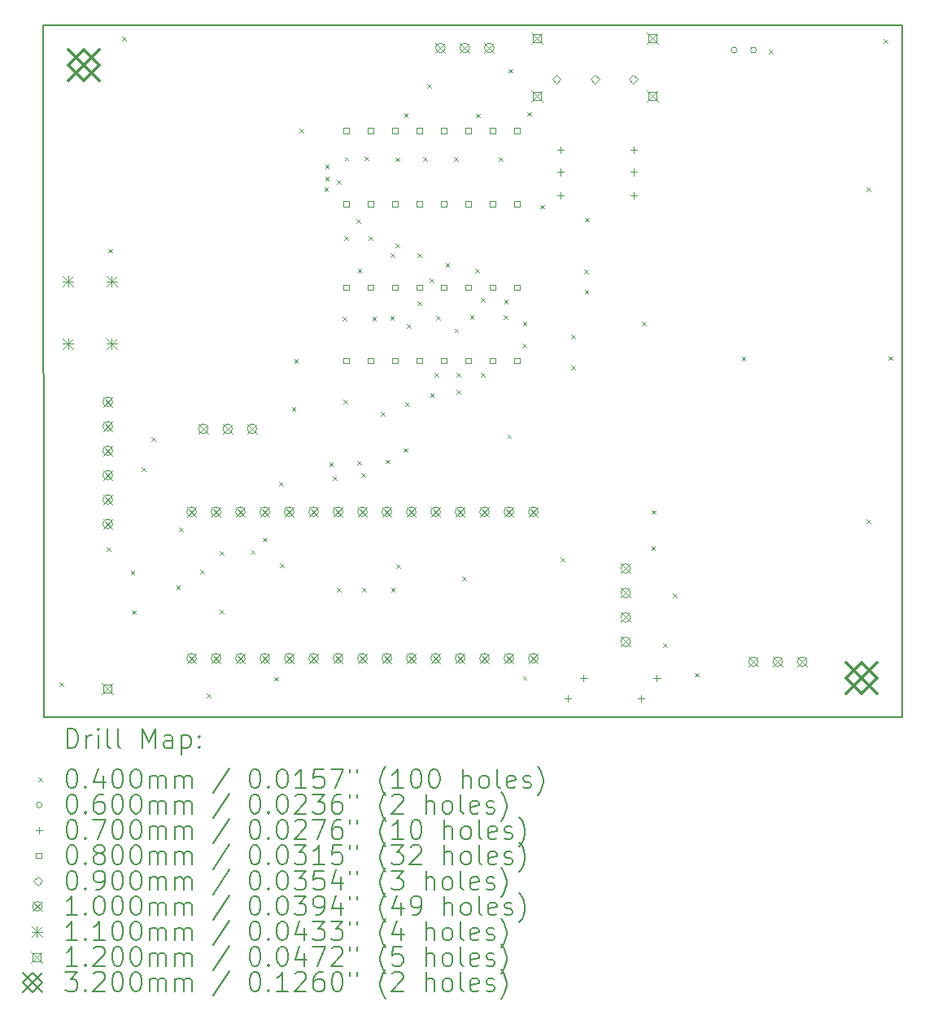
<source format=gbr>
%TF.GenerationSoftware,KiCad,Pcbnew,8.0.3*%
%TF.CreationDate,2024-06-28T19:00:07+02:00*%
%TF.ProjectId,GB-Dumper,47422d44-756d-4706-9572-2e6b69636164,0.83*%
%TF.SameCoordinates,PXafee930PY945b7e0*%
%TF.FileFunction,Drillmap*%
%TF.FilePolarity,Positive*%
%FSLAX45Y45*%
G04 Gerber Fmt 4.5, Leading zero omitted, Abs format (unit mm)*
G04 Created by KiCad (PCBNEW 8.0.3) date 2024-06-28 19:00:07*
%MOMM*%
%LPD*%
G01*
G04 APERTURE LIST*
%ADD10C,0.150000*%
%ADD11C,0.200000*%
%ADD12C,0.100000*%
%ADD13C,0.110000*%
%ADD14C,0.120000*%
%ADD15C,0.320000*%
G04 APERTURE END LIST*
D10*
X8935600Y7200000D02*
X8935600Y2400D01*
X-10000Y7200000D02*
X8935600Y7200000D01*
X0Y0D02*
X-10000Y7200000D01*
X8935600Y2400D02*
X0Y0D01*
D11*
D12*
X161000Y367000D02*
X201000Y327000D01*
X201000Y367000D02*
X161000Y327000D01*
X656200Y1767400D02*
X696200Y1727400D01*
X696200Y1767400D02*
X656200Y1727400D01*
X672200Y4871400D02*
X712200Y4831400D01*
X712200Y4871400D02*
X672200Y4831400D01*
X816200Y7076400D02*
X856200Y7036400D01*
X856200Y7076400D02*
X816200Y7036400D01*
X903200Y1524400D02*
X943200Y1484400D01*
X943200Y1524400D02*
X903200Y1484400D01*
X918200Y1112400D02*
X958200Y1072400D01*
X958200Y1112400D02*
X918200Y1072400D01*
X1020200Y2597400D02*
X1060200Y2557400D01*
X1060200Y2597400D02*
X1020200Y2557400D01*
X1118200Y2913400D02*
X1158200Y2873400D01*
X1158200Y2913400D02*
X1118200Y2873400D01*
X1377200Y1374400D02*
X1417200Y1334400D01*
X1417200Y1374400D02*
X1377200Y1334400D01*
X1405200Y1973400D02*
X1445200Y1933400D01*
X1445200Y1973400D02*
X1405200Y1933400D01*
X1629200Y1530400D02*
X1669200Y1490400D01*
X1669200Y1530400D02*
X1629200Y1490400D01*
X1692200Y242400D02*
X1732200Y202400D01*
X1732200Y242400D02*
X1692200Y202400D01*
X1829000Y1724200D02*
X1869000Y1684200D01*
X1869000Y1724200D02*
X1829000Y1684200D01*
X1829000Y1114600D02*
X1869000Y1074600D01*
X1869000Y1114600D02*
X1829000Y1074600D01*
X2155200Y1739400D02*
X2195200Y1699400D01*
X2195200Y1739400D02*
X2155200Y1699400D01*
X2278200Y1866400D02*
X2318200Y1826400D01*
X2318200Y1866400D02*
X2278200Y1826400D01*
X2399200Y418400D02*
X2439200Y378400D01*
X2439200Y418400D02*
X2399200Y378400D01*
X2450200Y2448400D02*
X2490200Y2408400D01*
X2490200Y2448400D02*
X2450200Y2408400D01*
X2454200Y1597400D02*
X2494200Y1557400D01*
X2494200Y1597400D02*
X2454200Y1557400D01*
X2580200Y3223400D02*
X2620200Y3183400D01*
X2620200Y3223400D02*
X2580200Y3183400D01*
X2604200Y3723400D02*
X2644200Y3683400D01*
X2644200Y3723400D02*
X2604200Y3683400D01*
X2659200Y6119400D02*
X2699200Y6079400D01*
X2699200Y6119400D02*
X2659200Y6079400D01*
X2917450Y5508800D02*
X2957450Y5468800D01*
X2957450Y5508800D02*
X2917450Y5468800D01*
X2926200Y5624400D02*
X2966200Y5584400D01*
X2966200Y5624400D02*
X2926200Y5584400D01*
X2927000Y5751000D02*
X2967000Y5711000D01*
X2967000Y5751000D02*
X2927000Y5711000D01*
X2969800Y2647800D02*
X3009800Y2607800D01*
X3009800Y2647800D02*
X2969800Y2607800D01*
X3009200Y2508400D02*
X3049200Y2468400D01*
X3049200Y2508400D02*
X3009200Y2468400D01*
X3048200Y5586550D02*
X3088200Y5546550D01*
X3088200Y5586550D02*
X3048200Y5546550D01*
X3050000Y1347500D02*
X3090000Y1307500D01*
X3090000Y1347500D02*
X3050000Y1307500D01*
X3109400Y4164800D02*
X3149400Y4124800D01*
X3149400Y4164800D02*
X3109400Y4124800D01*
X3120000Y3300000D02*
X3160000Y3260000D01*
X3160000Y3300000D02*
X3120000Y3260000D01*
X3124400Y5000800D02*
X3164400Y4960800D01*
X3164400Y5000800D02*
X3124400Y4960800D01*
X3130000Y5830000D02*
X3170000Y5790000D01*
X3170000Y5830000D02*
X3130000Y5790000D01*
X3251400Y5182350D02*
X3291400Y5142350D01*
X3291400Y5182350D02*
X3251400Y5142350D01*
X3261800Y2666200D02*
X3301800Y2626200D01*
X3301800Y2666200D02*
X3261800Y2626200D01*
X3265000Y4665000D02*
X3305000Y4625000D01*
X3305000Y4665000D02*
X3265000Y4625000D01*
X3302000Y2540000D02*
X3342000Y2500000D01*
X3342000Y2540000D02*
X3302000Y2500000D01*
X3310200Y1348400D02*
X3350200Y1308400D01*
X3350200Y1348400D02*
X3310200Y1308400D01*
X3340200Y5830400D02*
X3380200Y5790400D01*
X3380200Y5830400D02*
X3340200Y5790400D01*
X3378400Y5000800D02*
X3418400Y4960800D01*
X3418400Y5000800D02*
X3378400Y4960800D01*
X3417950Y4164800D02*
X3457950Y4124800D01*
X3457950Y4164800D02*
X3417950Y4124800D01*
X3505400Y3172000D02*
X3545400Y3132000D01*
X3545400Y3172000D02*
X3505400Y3132000D01*
X3558000Y2680000D02*
X3598000Y2640000D01*
X3598000Y2680000D02*
X3558000Y2640000D01*
X3603251Y4172500D02*
X3643251Y4132500D01*
X3643251Y4172500D02*
X3603251Y4132500D01*
X3607000Y4824827D02*
X3647000Y4784827D01*
X3647000Y4824827D02*
X3607000Y4784827D01*
X3612200Y1348400D02*
X3652200Y1308400D01*
X3652200Y1348400D02*
X3612200Y1308400D01*
X3657800Y4924600D02*
X3697800Y4884600D01*
X3697800Y4924600D02*
X3657800Y4884600D01*
X3658000Y5821000D02*
X3698000Y5781000D01*
X3698000Y5821000D02*
X3658000Y5781000D01*
X3666700Y1589900D02*
X3706700Y1549900D01*
X3706700Y1589900D02*
X3666700Y1549900D01*
X3746000Y2799000D02*
X3786000Y2759000D01*
X3786000Y2799000D02*
X3746000Y2759000D01*
X3747200Y6280400D02*
X3787200Y6240400D01*
X3787200Y6280400D02*
X3747200Y6240400D01*
X3759400Y3273600D02*
X3799400Y3233600D01*
X3799400Y3273600D02*
X3759400Y3233600D01*
X3776200Y4087400D02*
X3816200Y4047400D01*
X3816200Y4087400D02*
X3776200Y4047400D01*
X3886400Y4823000D02*
X3926400Y4783000D01*
X3926400Y4823000D02*
X3886400Y4783000D01*
X3889200Y4325400D02*
X3929200Y4285400D01*
X3929200Y4325400D02*
X3889200Y4285400D01*
X3946200Y5823400D02*
X3986200Y5783400D01*
X3986200Y5823400D02*
X3946200Y5783400D01*
X3987200Y6585400D02*
X4027200Y6545400D01*
X4027200Y6585400D02*
X3987200Y6545400D01*
X4013000Y4564000D02*
X4053000Y4524000D01*
X4053000Y4564000D02*
X4013000Y4524000D01*
X4020000Y3370000D02*
X4060000Y3330000D01*
X4060000Y3370000D02*
X4020000Y3330000D01*
X4064200Y3578400D02*
X4104200Y3538400D01*
X4104200Y3578400D02*
X4064200Y3538400D01*
X4084802Y4172500D02*
X4124802Y4132500D01*
X4124802Y4172500D02*
X4084802Y4132500D01*
X4180200Y4724400D02*
X4220200Y4684400D01*
X4220200Y4724400D02*
X4180200Y4684400D01*
X4270200Y5823400D02*
X4310200Y5783400D01*
X4310200Y5823400D02*
X4270200Y5783400D01*
X4273200Y4043400D02*
X4313200Y4003400D01*
X4313200Y4043400D02*
X4273200Y4003400D01*
X4291200Y3406400D02*
X4331200Y3366400D01*
X4331200Y3406400D02*
X4291200Y3366400D01*
X4292800Y3578400D02*
X4332800Y3538400D01*
X4332800Y3578400D02*
X4292800Y3538400D01*
X4351200Y1462400D02*
X4391200Y1422400D01*
X4391200Y1462400D02*
X4351200Y1422400D01*
X4434200Y4181400D02*
X4474200Y4141400D01*
X4474200Y4181400D02*
X4434200Y4141400D01*
X4489793Y4663821D02*
X4529793Y4623821D01*
X4529793Y4663821D02*
X4489793Y4623821D01*
X4495200Y6277400D02*
X4535200Y6237400D01*
X4535200Y6277400D02*
X4495200Y6237400D01*
X4546800Y3578400D02*
X4586800Y3538400D01*
X4586800Y3578400D02*
X4546800Y3538400D01*
X4550200Y4360400D02*
X4590200Y4320400D01*
X4590200Y4360400D02*
X4550200Y4320400D01*
X4735200Y5822400D02*
X4775200Y5782400D01*
X4775200Y5822400D02*
X4735200Y5782400D01*
X4788200Y4185400D02*
X4828200Y4145400D01*
X4828200Y4185400D02*
X4788200Y4145400D01*
X4789200Y4342400D02*
X4829200Y4302400D01*
X4829200Y4342400D02*
X4789200Y4302400D01*
X4822200Y2943000D02*
X4862200Y2903000D01*
X4862200Y2943000D02*
X4822200Y2903000D01*
X4836200Y6744400D02*
X4876200Y6704400D01*
X4876200Y6744400D02*
X4836200Y6704400D01*
X4980200Y3884400D02*
X5020200Y3844400D01*
X5020200Y3884400D02*
X4980200Y3844400D01*
X4983200Y426400D02*
X5023200Y386400D01*
X5023200Y426400D02*
X4983200Y386400D01*
X4984200Y4115400D02*
X5024200Y4075400D01*
X5024200Y4115400D02*
X4984200Y4075400D01*
X5030200Y6294400D02*
X5070200Y6254400D01*
X5070200Y6294400D02*
X5030200Y6254400D01*
X5164200Y5330400D02*
X5204200Y5290400D01*
X5204200Y5330400D02*
X5164200Y5290400D01*
X5375200Y1656400D02*
X5415200Y1616400D01*
X5415200Y1656400D02*
X5375200Y1616400D01*
X5485200Y3976400D02*
X5525200Y3936400D01*
X5525200Y3976400D02*
X5485200Y3936400D01*
X5488200Y3657400D02*
X5528200Y3617400D01*
X5528200Y3657400D02*
X5488200Y3617400D01*
X5623200Y4656400D02*
X5663200Y4616400D01*
X5663200Y4656400D02*
X5623200Y4616400D01*
X5627200Y4446400D02*
X5667200Y4406400D01*
X5667200Y4446400D02*
X5627200Y4406400D01*
X5630200Y5194400D02*
X5670200Y5154400D01*
X5670200Y5194400D02*
X5630200Y5154400D01*
X6223200Y4113400D02*
X6263200Y4073400D01*
X6263200Y4113400D02*
X6223200Y4073400D01*
X6322200Y1778400D02*
X6362200Y1738400D01*
X6362200Y1778400D02*
X6322200Y1738400D01*
X6326000Y2154000D02*
X6366000Y2114000D01*
X6366000Y2154000D02*
X6326000Y2114000D01*
X6442200Y769400D02*
X6482200Y729400D01*
X6482200Y769400D02*
X6442200Y729400D01*
X6547200Y1284400D02*
X6587200Y1244400D01*
X6587200Y1284400D02*
X6547200Y1244400D01*
X6772200Y461400D02*
X6812200Y421400D01*
X6812200Y461400D02*
X6772200Y421400D01*
X7262000Y3752000D02*
X7302000Y3712000D01*
X7302000Y3752000D02*
X7262000Y3712000D01*
X7545200Y6941400D02*
X7585200Y6901400D01*
X7585200Y6941400D02*
X7545200Y6901400D01*
X8560000Y5508800D02*
X8600000Y5468800D01*
X8600000Y5508800D02*
X8560000Y5468800D01*
X8560000Y2054400D02*
X8600000Y2014400D01*
X8600000Y2054400D02*
X8560000Y2014400D01*
X8737000Y7051000D02*
X8777000Y7011000D01*
X8777000Y7051000D02*
X8737000Y7011000D01*
X8789000Y3756000D02*
X8829000Y3716000D01*
X8829000Y3756000D02*
X8789000Y3716000D01*
X7214460Y6939400D02*
G75*
G02*
X7154460Y6939400I-30000J0D01*
G01*
X7154460Y6939400D02*
G75*
G02*
X7214460Y6939400I30000J0D01*
G01*
X7414460Y6939400D02*
G75*
G02*
X7354460Y6939400I-30000J0D01*
G01*
X7354460Y6939400D02*
G75*
G02*
X7414460Y6939400I30000J0D01*
G01*
X5379000Y5935000D02*
X5379000Y5865000D01*
X5344000Y5900000D02*
X5414000Y5900000D01*
X5379000Y5705000D02*
X5379000Y5635000D01*
X5344000Y5670000D02*
X5414000Y5670000D01*
X5379000Y5465000D02*
X5379000Y5395000D01*
X5344000Y5430000D02*
X5414000Y5430000D01*
X5450200Y228400D02*
X5450200Y158400D01*
X5415200Y193400D02*
X5485200Y193400D01*
X5617200Y445400D02*
X5617200Y375400D01*
X5582200Y410400D02*
X5652200Y410400D01*
X6141000Y5935000D02*
X6141000Y5865000D01*
X6106000Y5900000D02*
X6176000Y5900000D01*
X6141000Y5705000D02*
X6141000Y5635000D01*
X6106000Y5670000D02*
X6176000Y5670000D01*
X6141000Y5465000D02*
X6141000Y5395000D01*
X6106000Y5430000D02*
X6176000Y5430000D01*
X6212200Y228400D02*
X6212200Y158400D01*
X6177200Y193400D02*
X6247200Y193400D01*
X6379200Y445400D02*
X6379200Y375400D01*
X6344200Y410400D02*
X6414200Y410400D01*
X3171184Y4443516D02*
X3171184Y4500085D01*
X3114615Y4500085D01*
X3114615Y4443516D01*
X3171184Y4443516D01*
X3171184Y3681515D02*
X3171184Y3738084D01*
X3114615Y3738084D01*
X3114615Y3681515D01*
X3171184Y3681515D01*
X3174184Y6071115D02*
X3174184Y6127684D01*
X3117615Y6127684D01*
X3117615Y6071115D01*
X3174184Y6071115D01*
X3174184Y5309116D02*
X3174184Y5365685D01*
X3117615Y5365685D01*
X3117615Y5309116D01*
X3174184Y5309116D01*
X3425184Y4443516D02*
X3425184Y4500085D01*
X3368615Y4500085D01*
X3368615Y4443516D01*
X3425184Y4443516D01*
X3425184Y3681515D02*
X3425184Y3738084D01*
X3368615Y3738084D01*
X3368615Y3681515D01*
X3425184Y3681515D01*
X3428184Y6071115D02*
X3428184Y6127684D01*
X3371615Y6127684D01*
X3371615Y6071115D01*
X3428184Y6071115D01*
X3428184Y5309116D02*
X3428184Y5365685D01*
X3371615Y5365685D01*
X3371615Y5309116D01*
X3428184Y5309116D01*
X3679184Y4443516D02*
X3679184Y4500085D01*
X3622615Y4500085D01*
X3622615Y4443516D01*
X3679184Y4443516D01*
X3679184Y3681515D02*
X3679184Y3738084D01*
X3622615Y3738084D01*
X3622615Y3681515D01*
X3679184Y3681515D01*
X3682184Y6071115D02*
X3682184Y6127684D01*
X3625615Y6127684D01*
X3625615Y6071115D01*
X3682184Y6071115D01*
X3682184Y5309116D02*
X3682184Y5365685D01*
X3625615Y5365685D01*
X3625615Y5309116D01*
X3682184Y5309116D01*
X3933184Y4443516D02*
X3933184Y4500085D01*
X3876615Y4500085D01*
X3876615Y4443516D01*
X3933184Y4443516D01*
X3933184Y3681515D02*
X3933184Y3738084D01*
X3876615Y3738084D01*
X3876615Y3681515D01*
X3933184Y3681515D01*
X3936184Y6071115D02*
X3936184Y6127684D01*
X3879615Y6127684D01*
X3879615Y6071115D01*
X3936184Y6071115D01*
X3936184Y5309116D02*
X3936184Y5365685D01*
X3879615Y5365685D01*
X3879615Y5309116D01*
X3936184Y5309116D01*
X4187184Y4443516D02*
X4187184Y4500085D01*
X4130615Y4500085D01*
X4130615Y4443516D01*
X4187184Y4443516D01*
X4187184Y3681515D02*
X4187184Y3738084D01*
X4130615Y3738084D01*
X4130615Y3681515D01*
X4187184Y3681515D01*
X4190184Y6071115D02*
X4190184Y6127684D01*
X4133615Y6127684D01*
X4133615Y6071115D01*
X4190184Y6071115D01*
X4190184Y5309116D02*
X4190184Y5365685D01*
X4133615Y5365685D01*
X4133615Y5309116D01*
X4190184Y5309116D01*
X4441185Y4443516D02*
X4441185Y4500085D01*
X4384616Y4500085D01*
X4384616Y4443516D01*
X4441185Y4443516D01*
X4441185Y3681515D02*
X4441185Y3738084D01*
X4384616Y3738084D01*
X4384616Y3681515D01*
X4441185Y3681515D01*
X4444185Y6071115D02*
X4444185Y6127684D01*
X4387616Y6127684D01*
X4387616Y6071115D01*
X4444185Y6071115D01*
X4444185Y5309116D02*
X4444185Y5365685D01*
X4387616Y5365685D01*
X4387616Y5309116D01*
X4444185Y5309116D01*
X4695185Y4443516D02*
X4695185Y4500085D01*
X4638616Y4500085D01*
X4638616Y4443516D01*
X4695185Y4443516D01*
X4695185Y3681515D02*
X4695185Y3738084D01*
X4638616Y3738084D01*
X4638616Y3681515D01*
X4695185Y3681515D01*
X4698185Y6071115D02*
X4698185Y6127684D01*
X4641616Y6127684D01*
X4641616Y6071115D01*
X4698185Y6071115D01*
X4698185Y5309116D02*
X4698185Y5365685D01*
X4641616Y5365685D01*
X4641616Y5309116D01*
X4698185Y5309116D01*
X4949185Y4443516D02*
X4949185Y4500085D01*
X4892616Y4500085D01*
X4892616Y4443516D01*
X4949185Y4443516D01*
X4949185Y3681515D02*
X4949185Y3738084D01*
X4892616Y3738084D01*
X4892616Y3681515D01*
X4949185Y3681515D01*
X4952185Y6071115D02*
X4952185Y6127684D01*
X4895616Y6127684D01*
X4895616Y6071115D01*
X4952185Y6071115D01*
X4952185Y5309116D02*
X4952185Y5365685D01*
X4895616Y5365685D01*
X4895616Y5309116D01*
X4952185Y5309116D01*
X5334200Y6591400D02*
X5379200Y6636400D01*
X5334200Y6681400D01*
X5289200Y6636400D01*
X5334200Y6591400D01*
X5734200Y6591400D02*
X5779200Y6636400D01*
X5734200Y6681400D01*
X5689200Y6636400D01*
X5734200Y6591400D01*
X6134200Y6591400D02*
X6179200Y6636400D01*
X6134200Y6681400D01*
X6089200Y6636400D01*
X6134200Y6591400D01*
X615200Y3329400D02*
X715200Y3229400D01*
X715200Y3329400D02*
X615200Y3229400D01*
X715200Y3279400D02*
G75*
G02*
X615200Y3279400I-50000J0D01*
G01*
X615200Y3279400D02*
G75*
G02*
X715200Y3279400I50000J0D01*
G01*
X615200Y3075400D02*
X715200Y2975400D01*
X715200Y3075400D02*
X615200Y2975400D01*
X715200Y3025400D02*
G75*
G02*
X615200Y3025400I-50000J0D01*
G01*
X615200Y3025400D02*
G75*
G02*
X715200Y3025400I50000J0D01*
G01*
X615200Y2821400D02*
X715200Y2721400D01*
X715200Y2821400D02*
X615200Y2721400D01*
X715200Y2771400D02*
G75*
G02*
X615200Y2771400I-50000J0D01*
G01*
X615200Y2771400D02*
G75*
G02*
X715200Y2771400I50000J0D01*
G01*
X615200Y2567400D02*
X715200Y2467400D01*
X715200Y2567400D02*
X615200Y2467400D01*
X715200Y2517400D02*
G75*
G02*
X615200Y2517400I-50000J0D01*
G01*
X615200Y2517400D02*
G75*
G02*
X715200Y2517400I50000J0D01*
G01*
X615200Y2313400D02*
X715200Y2213400D01*
X715200Y2313400D02*
X615200Y2213400D01*
X715200Y2263400D02*
G75*
G02*
X615200Y2263400I-50000J0D01*
G01*
X615200Y2263400D02*
G75*
G02*
X715200Y2263400I50000J0D01*
G01*
X615200Y2059400D02*
X715200Y1959400D01*
X715200Y2059400D02*
X615200Y1959400D01*
X715200Y2009400D02*
G75*
G02*
X615200Y2009400I-50000J0D01*
G01*
X615200Y2009400D02*
G75*
G02*
X715200Y2009400I50000J0D01*
G01*
X1487200Y2187400D02*
X1587200Y2087400D01*
X1587200Y2187400D02*
X1487200Y2087400D01*
X1587200Y2137400D02*
G75*
G02*
X1487200Y2137400I-50000J0D01*
G01*
X1487200Y2137400D02*
G75*
G02*
X1587200Y2137400I50000J0D01*
G01*
X1487200Y663400D02*
X1587200Y563400D01*
X1587200Y663400D02*
X1487200Y563400D01*
X1587200Y613400D02*
G75*
G02*
X1487200Y613400I-50000J0D01*
G01*
X1487200Y613400D02*
G75*
G02*
X1587200Y613400I50000J0D01*
G01*
X1608200Y3050400D02*
X1708200Y2950400D01*
X1708200Y3050400D02*
X1608200Y2950400D01*
X1708200Y3000400D02*
G75*
G02*
X1608200Y3000400I-50000J0D01*
G01*
X1608200Y3000400D02*
G75*
G02*
X1708200Y3000400I50000J0D01*
G01*
X1741200Y2187400D02*
X1841200Y2087400D01*
X1841200Y2187400D02*
X1741200Y2087400D01*
X1841200Y2137400D02*
G75*
G02*
X1741200Y2137400I-50000J0D01*
G01*
X1741200Y2137400D02*
G75*
G02*
X1841200Y2137400I50000J0D01*
G01*
X1741200Y663400D02*
X1841200Y563400D01*
X1841200Y663400D02*
X1741200Y563400D01*
X1841200Y613400D02*
G75*
G02*
X1741200Y613400I-50000J0D01*
G01*
X1741200Y613400D02*
G75*
G02*
X1841200Y613400I50000J0D01*
G01*
X1862200Y3050400D02*
X1962200Y2950400D01*
X1962200Y3050400D02*
X1862200Y2950400D01*
X1962200Y3000400D02*
G75*
G02*
X1862200Y3000400I-50000J0D01*
G01*
X1862200Y3000400D02*
G75*
G02*
X1962200Y3000400I50000J0D01*
G01*
X1995200Y2187400D02*
X2095200Y2087400D01*
X2095200Y2187400D02*
X1995200Y2087400D01*
X2095200Y2137400D02*
G75*
G02*
X1995200Y2137400I-50000J0D01*
G01*
X1995200Y2137400D02*
G75*
G02*
X2095200Y2137400I50000J0D01*
G01*
X1995200Y663400D02*
X2095200Y563400D01*
X2095200Y663400D02*
X1995200Y563400D01*
X2095200Y613400D02*
G75*
G02*
X1995200Y613400I-50000J0D01*
G01*
X1995200Y613400D02*
G75*
G02*
X2095200Y613400I50000J0D01*
G01*
X2116200Y3050400D02*
X2216200Y2950400D01*
X2216200Y3050400D02*
X2116200Y2950400D01*
X2216200Y3000400D02*
G75*
G02*
X2116200Y3000400I-50000J0D01*
G01*
X2116200Y3000400D02*
G75*
G02*
X2216200Y3000400I50000J0D01*
G01*
X2249200Y2187400D02*
X2349200Y2087400D01*
X2349200Y2187400D02*
X2249200Y2087400D01*
X2349200Y2137400D02*
G75*
G02*
X2249200Y2137400I-50000J0D01*
G01*
X2249200Y2137400D02*
G75*
G02*
X2349200Y2137400I50000J0D01*
G01*
X2249200Y663400D02*
X2349200Y563400D01*
X2349200Y663400D02*
X2249200Y563400D01*
X2349200Y613400D02*
G75*
G02*
X2249200Y613400I-50000J0D01*
G01*
X2249200Y613400D02*
G75*
G02*
X2349200Y613400I50000J0D01*
G01*
X2503200Y2187400D02*
X2603200Y2087400D01*
X2603200Y2187400D02*
X2503200Y2087400D01*
X2603200Y2137400D02*
G75*
G02*
X2503200Y2137400I-50000J0D01*
G01*
X2503200Y2137400D02*
G75*
G02*
X2603200Y2137400I50000J0D01*
G01*
X2503200Y663400D02*
X2603200Y563400D01*
X2603200Y663400D02*
X2503200Y563400D01*
X2603200Y613400D02*
G75*
G02*
X2503200Y613400I-50000J0D01*
G01*
X2503200Y613400D02*
G75*
G02*
X2603200Y613400I50000J0D01*
G01*
X2757200Y2187400D02*
X2857200Y2087400D01*
X2857200Y2187400D02*
X2757200Y2087400D01*
X2857200Y2137400D02*
G75*
G02*
X2757200Y2137400I-50000J0D01*
G01*
X2757200Y2137400D02*
G75*
G02*
X2857200Y2137400I50000J0D01*
G01*
X2757200Y663400D02*
X2857200Y563400D01*
X2857200Y663400D02*
X2757200Y563400D01*
X2857200Y613400D02*
G75*
G02*
X2757200Y613400I-50000J0D01*
G01*
X2757200Y613400D02*
G75*
G02*
X2857200Y613400I50000J0D01*
G01*
X3011200Y2187400D02*
X3111200Y2087400D01*
X3111200Y2187400D02*
X3011200Y2087400D01*
X3111200Y2137400D02*
G75*
G02*
X3011200Y2137400I-50000J0D01*
G01*
X3011200Y2137400D02*
G75*
G02*
X3111200Y2137400I50000J0D01*
G01*
X3011200Y663400D02*
X3111200Y563400D01*
X3111200Y663400D02*
X3011200Y563400D01*
X3111200Y613400D02*
G75*
G02*
X3011200Y613400I-50000J0D01*
G01*
X3011200Y613400D02*
G75*
G02*
X3111200Y613400I50000J0D01*
G01*
X3265200Y2187400D02*
X3365200Y2087400D01*
X3365200Y2187400D02*
X3265200Y2087400D01*
X3365200Y2137400D02*
G75*
G02*
X3265200Y2137400I-50000J0D01*
G01*
X3265200Y2137400D02*
G75*
G02*
X3365200Y2137400I50000J0D01*
G01*
X3265200Y663400D02*
X3365200Y563400D01*
X3365200Y663400D02*
X3265200Y563400D01*
X3365200Y613400D02*
G75*
G02*
X3265200Y613400I-50000J0D01*
G01*
X3265200Y613400D02*
G75*
G02*
X3365200Y613400I50000J0D01*
G01*
X3519200Y2187400D02*
X3619200Y2087400D01*
X3619200Y2187400D02*
X3519200Y2087400D01*
X3619200Y2137400D02*
G75*
G02*
X3519200Y2137400I-50000J0D01*
G01*
X3519200Y2137400D02*
G75*
G02*
X3619200Y2137400I50000J0D01*
G01*
X3519200Y663400D02*
X3619200Y563400D01*
X3619200Y663400D02*
X3519200Y563400D01*
X3619200Y613400D02*
G75*
G02*
X3519200Y613400I-50000J0D01*
G01*
X3519200Y613400D02*
G75*
G02*
X3619200Y613400I50000J0D01*
G01*
X3773200Y2187400D02*
X3873200Y2087400D01*
X3873200Y2187400D02*
X3773200Y2087400D01*
X3873200Y2137400D02*
G75*
G02*
X3773200Y2137400I-50000J0D01*
G01*
X3773200Y2137400D02*
G75*
G02*
X3873200Y2137400I50000J0D01*
G01*
X3773200Y663400D02*
X3873200Y563400D01*
X3873200Y663400D02*
X3773200Y563400D01*
X3873200Y613400D02*
G75*
G02*
X3773200Y613400I-50000J0D01*
G01*
X3773200Y613400D02*
G75*
G02*
X3873200Y613400I50000J0D01*
G01*
X4027200Y2187400D02*
X4127200Y2087400D01*
X4127200Y2187400D02*
X4027200Y2087400D01*
X4127200Y2137400D02*
G75*
G02*
X4027200Y2137400I-50000J0D01*
G01*
X4027200Y2137400D02*
G75*
G02*
X4127200Y2137400I50000J0D01*
G01*
X4027200Y663400D02*
X4127200Y563400D01*
X4127200Y663400D02*
X4027200Y563400D01*
X4127200Y613400D02*
G75*
G02*
X4027200Y613400I-50000J0D01*
G01*
X4027200Y613400D02*
G75*
G02*
X4127200Y613400I50000J0D01*
G01*
X4076200Y7011400D02*
X4176200Y6911400D01*
X4176200Y7011400D02*
X4076200Y6911400D01*
X4176200Y6961400D02*
G75*
G02*
X4076200Y6961400I-50000J0D01*
G01*
X4076200Y6961400D02*
G75*
G02*
X4176200Y6961400I50000J0D01*
G01*
X4281200Y2187400D02*
X4381200Y2087400D01*
X4381200Y2187400D02*
X4281200Y2087400D01*
X4381200Y2137400D02*
G75*
G02*
X4281200Y2137400I-50000J0D01*
G01*
X4281200Y2137400D02*
G75*
G02*
X4381200Y2137400I50000J0D01*
G01*
X4281200Y663400D02*
X4381200Y563400D01*
X4381200Y663400D02*
X4281200Y563400D01*
X4381200Y613400D02*
G75*
G02*
X4281200Y613400I-50000J0D01*
G01*
X4281200Y613400D02*
G75*
G02*
X4381200Y613400I50000J0D01*
G01*
X4330200Y7011400D02*
X4430200Y6911400D01*
X4430200Y7011400D02*
X4330200Y6911400D01*
X4430200Y6961400D02*
G75*
G02*
X4330200Y6961400I-50000J0D01*
G01*
X4330200Y6961400D02*
G75*
G02*
X4430200Y6961400I50000J0D01*
G01*
X4535200Y2187400D02*
X4635200Y2087400D01*
X4635200Y2187400D02*
X4535200Y2087400D01*
X4635200Y2137400D02*
G75*
G02*
X4535200Y2137400I-50000J0D01*
G01*
X4535200Y2137400D02*
G75*
G02*
X4635200Y2137400I50000J0D01*
G01*
X4535200Y663400D02*
X4635200Y563400D01*
X4635200Y663400D02*
X4535200Y563400D01*
X4635200Y613400D02*
G75*
G02*
X4535200Y613400I-50000J0D01*
G01*
X4535200Y613400D02*
G75*
G02*
X4635200Y613400I50000J0D01*
G01*
X4584200Y7011400D02*
X4684200Y6911400D01*
X4684200Y7011400D02*
X4584200Y6911400D01*
X4684200Y6961400D02*
G75*
G02*
X4584200Y6961400I-50000J0D01*
G01*
X4584200Y6961400D02*
G75*
G02*
X4684200Y6961400I50000J0D01*
G01*
X4789200Y2187400D02*
X4889200Y2087400D01*
X4889200Y2187400D02*
X4789200Y2087400D01*
X4889200Y2137400D02*
G75*
G02*
X4789200Y2137400I-50000J0D01*
G01*
X4789200Y2137400D02*
G75*
G02*
X4889200Y2137400I50000J0D01*
G01*
X4789200Y663400D02*
X4889200Y563400D01*
X4889200Y663400D02*
X4789200Y563400D01*
X4889200Y613400D02*
G75*
G02*
X4789200Y613400I-50000J0D01*
G01*
X4789200Y613400D02*
G75*
G02*
X4889200Y613400I50000J0D01*
G01*
X5043200Y2187400D02*
X5143200Y2087400D01*
X5143200Y2187400D02*
X5043200Y2087400D01*
X5143200Y2137400D02*
G75*
G02*
X5043200Y2137400I-50000J0D01*
G01*
X5043200Y2137400D02*
G75*
G02*
X5143200Y2137400I50000J0D01*
G01*
X5043200Y663400D02*
X5143200Y563400D01*
X5143200Y663400D02*
X5043200Y563400D01*
X5143200Y613400D02*
G75*
G02*
X5043200Y613400I-50000J0D01*
G01*
X5043200Y613400D02*
G75*
G02*
X5143200Y613400I50000J0D01*
G01*
X6004200Y1597400D02*
X6104200Y1497400D01*
X6104200Y1597400D02*
X6004200Y1497400D01*
X6104200Y1547400D02*
G75*
G02*
X6004200Y1547400I-50000J0D01*
G01*
X6004200Y1547400D02*
G75*
G02*
X6104200Y1547400I50000J0D01*
G01*
X6004200Y1343400D02*
X6104200Y1243400D01*
X6104200Y1343400D02*
X6004200Y1243400D01*
X6104200Y1293400D02*
G75*
G02*
X6004200Y1293400I-50000J0D01*
G01*
X6004200Y1293400D02*
G75*
G02*
X6104200Y1293400I50000J0D01*
G01*
X6004200Y1089400D02*
X6104200Y989400D01*
X6104200Y1089400D02*
X6004200Y989400D01*
X6104200Y1039400D02*
G75*
G02*
X6004200Y1039400I-50000J0D01*
G01*
X6004200Y1039400D02*
G75*
G02*
X6104200Y1039400I50000J0D01*
G01*
X6004200Y835400D02*
X6104200Y735400D01*
X6104200Y835400D02*
X6004200Y735400D01*
X6104200Y785400D02*
G75*
G02*
X6004200Y785400I-50000J0D01*
G01*
X6004200Y785400D02*
G75*
G02*
X6104200Y785400I50000J0D01*
G01*
X7334700Y628400D02*
X7434700Y528400D01*
X7434700Y628400D02*
X7334700Y528400D01*
X7434700Y578400D02*
G75*
G02*
X7334700Y578400I-50000J0D01*
G01*
X7334700Y578400D02*
G75*
G02*
X7434700Y578400I50000J0D01*
G01*
X7588700Y628400D02*
X7688700Y528400D01*
X7688700Y628400D02*
X7588700Y528400D01*
X7688700Y578400D02*
G75*
G02*
X7588700Y578400I-50000J0D01*
G01*
X7588700Y578400D02*
G75*
G02*
X7688700Y578400I50000J0D01*
G01*
X7842700Y628400D02*
X7942700Y528400D01*
X7942700Y628400D02*
X7842700Y528400D01*
X7942700Y578400D02*
G75*
G02*
X7842700Y578400I-50000J0D01*
G01*
X7842700Y578400D02*
G75*
G02*
X7942700Y578400I50000J0D01*
G01*
D13*
X198200Y4588400D02*
X308200Y4478400D01*
X308200Y4588400D02*
X198200Y4478400D01*
X253200Y4588400D02*
X253200Y4478400D01*
X198200Y4533400D02*
X308200Y4533400D01*
X198200Y3938400D02*
X308200Y3828400D01*
X308200Y3938400D02*
X198200Y3828400D01*
X253200Y3938400D02*
X253200Y3828400D01*
X198200Y3883400D02*
X308200Y3883400D01*
X648200Y4588400D02*
X758200Y4478400D01*
X758200Y4588400D02*
X648200Y4478400D01*
X703200Y4588400D02*
X703200Y4478400D01*
X648200Y4533400D02*
X758200Y4533400D01*
X648200Y3938400D02*
X758200Y3828400D01*
X758200Y3938400D02*
X648200Y3828400D01*
X703200Y3938400D02*
X703200Y3828400D01*
X648200Y3883400D02*
X758200Y3883400D01*
D14*
X602200Y356400D02*
X722200Y236400D01*
X722200Y356400D02*
X602200Y236400D01*
X704627Y253973D02*
X704627Y338827D01*
X619773Y338827D01*
X619773Y253973D01*
X704627Y253973D01*
X5074200Y7121400D02*
X5194200Y7001400D01*
X5194200Y7121400D02*
X5074200Y7001400D01*
X5176627Y7018973D02*
X5176627Y7103827D01*
X5091773Y7103827D01*
X5091773Y7018973D01*
X5176627Y7018973D01*
X5074200Y6521400D02*
X5194200Y6401400D01*
X5194200Y6521400D02*
X5074200Y6401400D01*
X5176627Y6418973D02*
X5176627Y6503827D01*
X5091773Y6503827D01*
X5091773Y6418973D01*
X5176627Y6418973D01*
X6274200Y7121400D02*
X6394200Y7001400D01*
X6394200Y7121400D02*
X6274200Y7001400D01*
X6376627Y7018973D02*
X6376627Y7103827D01*
X6291773Y7103827D01*
X6291773Y7018973D01*
X6376627Y7018973D01*
X6274200Y6521400D02*
X6394200Y6401400D01*
X6394200Y6521400D02*
X6274200Y6401400D01*
X6376627Y6418973D02*
X6376627Y6503827D01*
X6291773Y6503827D01*
X6291773Y6418973D01*
X6376627Y6418973D01*
D15*
X254200Y6944400D02*
X574200Y6624400D01*
X574200Y6944400D02*
X254200Y6624400D01*
X414200Y6624400D02*
X574200Y6784400D01*
X414200Y6944400D01*
X254200Y6784400D01*
X414200Y6624400D01*
X8349200Y570400D02*
X8669200Y250400D01*
X8669200Y570400D02*
X8349200Y250400D01*
X8509200Y250400D02*
X8669200Y410400D01*
X8509200Y570400D01*
X8349200Y410400D01*
X8509200Y250400D01*
D11*
X243277Y-318984D02*
X243277Y-118984D01*
X243277Y-118984D02*
X290896Y-118984D01*
X290896Y-118984D02*
X319467Y-128508D01*
X319467Y-128508D02*
X338515Y-147555D01*
X338515Y-147555D02*
X348039Y-166603D01*
X348039Y-166603D02*
X357562Y-204698D01*
X357562Y-204698D02*
X357562Y-233269D01*
X357562Y-233269D02*
X348039Y-271365D01*
X348039Y-271365D02*
X338515Y-290412D01*
X338515Y-290412D02*
X319467Y-309460D01*
X319467Y-309460D02*
X290896Y-318984D01*
X290896Y-318984D02*
X243277Y-318984D01*
X443277Y-318984D02*
X443277Y-185650D01*
X443277Y-223746D02*
X452801Y-204698D01*
X452801Y-204698D02*
X462324Y-195174D01*
X462324Y-195174D02*
X481372Y-185650D01*
X481372Y-185650D02*
X500420Y-185650D01*
X567086Y-318984D02*
X567086Y-185650D01*
X567086Y-118984D02*
X557563Y-128508D01*
X557563Y-128508D02*
X567086Y-138031D01*
X567086Y-138031D02*
X576610Y-128508D01*
X576610Y-128508D02*
X567086Y-118984D01*
X567086Y-118984D02*
X567086Y-138031D01*
X690896Y-318984D02*
X671848Y-309460D01*
X671848Y-309460D02*
X662324Y-290412D01*
X662324Y-290412D02*
X662324Y-118984D01*
X795658Y-318984D02*
X776610Y-309460D01*
X776610Y-309460D02*
X767086Y-290412D01*
X767086Y-290412D02*
X767086Y-118984D01*
X1024229Y-318984D02*
X1024229Y-118984D01*
X1024229Y-118984D02*
X1090896Y-261841D01*
X1090896Y-261841D02*
X1157563Y-118984D01*
X1157563Y-118984D02*
X1157563Y-318984D01*
X1338515Y-318984D02*
X1338515Y-214222D01*
X1338515Y-214222D02*
X1328991Y-195174D01*
X1328991Y-195174D02*
X1309944Y-185650D01*
X1309944Y-185650D02*
X1271848Y-185650D01*
X1271848Y-185650D02*
X1252801Y-195174D01*
X1338515Y-309460D02*
X1319467Y-318984D01*
X1319467Y-318984D02*
X1271848Y-318984D01*
X1271848Y-318984D02*
X1252801Y-309460D01*
X1252801Y-309460D02*
X1243277Y-290412D01*
X1243277Y-290412D02*
X1243277Y-271365D01*
X1243277Y-271365D02*
X1252801Y-252317D01*
X1252801Y-252317D02*
X1271848Y-242793D01*
X1271848Y-242793D02*
X1319467Y-242793D01*
X1319467Y-242793D02*
X1338515Y-233269D01*
X1433753Y-185650D02*
X1433753Y-385650D01*
X1433753Y-195174D02*
X1452801Y-185650D01*
X1452801Y-185650D02*
X1490896Y-185650D01*
X1490896Y-185650D02*
X1509943Y-195174D01*
X1509943Y-195174D02*
X1519467Y-204698D01*
X1519467Y-204698D02*
X1528991Y-223746D01*
X1528991Y-223746D02*
X1528991Y-280889D01*
X1528991Y-280889D02*
X1519467Y-299936D01*
X1519467Y-299936D02*
X1509943Y-309460D01*
X1509943Y-309460D02*
X1490896Y-318984D01*
X1490896Y-318984D02*
X1452801Y-318984D01*
X1452801Y-318984D02*
X1433753Y-309460D01*
X1614705Y-299936D02*
X1624229Y-309460D01*
X1624229Y-309460D02*
X1614705Y-318984D01*
X1614705Y-318984D02*
X1605182Y-309460D01*
X1605182Y-309460D02*
X1614705Y-299936D01*
X1614705Y-299936D02*
X1614705Y-318984D01*
X1614705Y-195174D02*
X1624229Y-204698D01*
X1624229Y-204698D02*
X1614705Y-214222D01*
X1614705Y-214222D02*
X1605182Y-204698D01*
X1605182Y-204698D02*
X1614705Y-195174D01*
X1614705Y-195174D02*
X1614705Y-214222D01*
D12*
X-57500Y-627500D02*
X-17500Y-667500D01*
X-17500Y-627500D02*
X-57500Y-667500D01*
D11*
X281372Y-538984D02*
X300420Y-538984D01*
X300420Y-538984D02*
X319467Y-548508D01*
X319467Y-548508D02*
X328991Y-558031D01*
X328991Y-558031D02*
X338515Y-577079D01*
X338515Y-577079D02*
X348039Y-615174D01*
X348039Y-615174D02*
X348039Y-662793D01*
X348039Y-662793D02*
X338515Y-700888D01*
X338515Y-700888D02*
X328991Y-719936D01*
X328991Y-719936D02*
X319467Y-729460D01*
X319467Y-729460D02*
X300420Y-738984D01*
X300420Y-738984D02*
X281372Y-738984D01*
X281372Y-738984D02*
X262324Y-729460D01*
X262324Y-729460D02*
X252801Y-719936D01*
X252801Y-719936D02*
X243277Y-700888D01*
X243277Y-700888D02*
X233753Y-662793D01*
X233753Y-662793D02*
X233753Y-615174D01*
X233753Y-615174D02*
X243277Y-577079D01*
X243277Y-577079D02*
X252801Y-558031D01*
X252801Y-558031D02*
X262324Y-548508D01*
X262324Y-548508D02*
X281372Y-538984D01*
X433753Y-719936D02*
X443277Y-729460D01*
X443277Y-729460D02*
X433753Y-738984D01*
X433753Y-738984D02*
X424229Y-729460D01*
X424229Y-729460D02*
X433753Y-719936D01*
X433753Y-719936D02*
X433753Y-738984D01*
X614705Y-605650D02*
X614705Y-738984D01*
X567086Y-529460D02*
X519467Y-672317D01*
X519467Y-672317D02*
X643277Y-672317D01*
X757562Y-538984D02*
X776610Y-538984D01*
X776610Y-538984D02*
X795658Y-548508D01*
X795658Y-548508D02*
X805182Y-558031D01*
X805182Y-558031D02*
X814705Y-577079D01*
X814705Y-577079D02*
X824229Y-615174D01*
X824229Y-615174D02*
X824229Y-662793D01*
X824229Y-662793D02*
X814705Y-700888D01*
X814705Y-700888D02*
X805182Y-719936D01*
X805182Y-719936D02*
X795658Y-729460D01*
X795658Y-729460D02*
X776610Y-738984D01*
X776610Y-738984D02*
X757562Y-738984D01*
X757562Y-738984D02*
X738515Y-729460D01*
X738515Y-729460D02*
X728991Y-719936D01*
X728991Y-719936D02*
X719467Y-700888D01*
X719467Y-700888D02*
X709943Y-662793D01*
X709943Y-662793D02*
X709943Y-615174D01*
X709943Y-615174D02*
X719467Y-577079D01*
X719467Y-577079D02*
X728991Y-558031D01*
X728991Y-558031D02*
X738515Y-548508D01*
X738515Y-548508D02*
X757562Y-538984D01*
X948039Y-538984D02*
X967086Y-538984D01*
X967086Y-538984D02*
X986134Y-548508D01*
X986134Y-548508D02*
X995658Y-558031D01*
X995658Y-558031D02*
X1005182Y-577079D01*
X1005182Y-577079D02*
X1014705Y-615174D01*
X1014705Y-615174D02*
X1014705Y-662793D01*
X1014705Y-662793D02*
X1005182Y-700888D01*
X1005182Y-700888D02*
X995658Y-719936D01*
X995658Y-719936D02*
X986134Y-729460D01*
X986134Y-729460D02*
X967086Y-738984D01*
X967086Y-738984D02*
X948039Y-738984D01*
X948039Y-738984D02*
X928991Y-729460D01*
X928991Y-729460D02*
X919467Y-719936D01*
X919467Y-719936D02*
X909943Y-700888D01*
X909943Y-700888D02*
X900420Y-662793D01*
X900420Y-662793D02*
X900420Y-615174D01*
X900420Y-615174D02*
X909943Y-577079D01*
X909943Y-577079D02*
X919467Y-558031D01*
X919467Y-558031D02*
X928991Y-548508D01*
X928991Y-548508D02*
X948039Y-538984D01*
X1100420Y-738984D02*
X1100420Y-605650D01*
X1100420Y-624698D02*
X1109944Y-615174D01*
X1109944Y-615174D02*
X1128991Y-605650D01*
X1128991Y-605650D02*
X1157563Y-605650D01*
X1157563Y-605650D02*
X1176610Y-615174D01*
X1176610Y-615174D02*
X1186134Y-634222D01*
X1186134Y-634222D02*
X1186134Y-738984D01*
X1186134Y-634222D02*
X1195658Y-615174D01*
X1195658Y-615174D02*
X1214705Y-605650D01*
X1214705Y-605650D02*
X1243277Y-605650D01*
X1243277Y-605650D02*
X1262325Y-615174D01*
X1262325Y-615174D02*
X1271848Y-634222D01*
X1271848Y-634222D02*
X1271848Y-738984D01*
X1367086Y-738984D02*
X1367086Y-605650D01*
X1367086Y-624698D02*
X1376610Y-615174D01*
X1376610Y-615174D02*
X1395658Y-605650D01*
X1395658Y-605650D02*
X1424229Y-605650D01*
X1424229Y-605650D02*
X1443277Y-615174D01*
X1443277Y-615174D02*
X1452801Y-634222D01*
X1452801Y-634222D02*
X1452801Y-738984D01*
X1452801Y-634222D02*
X1462324Y-615174D01*
X1462324Y-615174D02*
X1481372Y-605650D01*
X1481372Y-605650D02*
X1509943Y-605650D01*
X1509943Y-605650D02*
X1528991Y-615174D01*
X1528991Y-615174D02*
X1538515Y-634222D01*
X1538515Y-634222D02*
X1538515Y-738984D01*
X1928991Y-529460D02*
X1757563Y-786603D01*
X2186134Y-538984D02*
X2205182Y-538984D01*
X2205182Y-538984D02*
X2224229Y-548508D01*
X2224229Y-548508D02*
X2233753Y-558031D01*
X2233753Y-558031D02*
X2243277Y-577079D01*
X2243277Y-577079D02*
X2252801Y-615174D01*
X2252801Y-615174D02*
X2252801Y-662793D01*
X2252801Y-662793D02*
X2243277Y-700888D01*
X2243277Y-700888D02*
X2233753Y-719936D01*
X2233753Y-719936D02*
X2224229Y-729460D01*
X2224229Y-729460D02*
X2205182Y-738984D01*
X2205182Y-738984D02*
X2186134Y-738984D01*
X2186134Y-738984D02*
X2167087Y-729460D01*
X2167087Y-729460D02*
X2157563Y-719936D01*
X2157563Y-719936D02*
X2148039Y-700888D01*
X2148039Y-700888D02*
X2138515Y-662793D01*
X2138515Y-662793D02*
X2138515Y-615174D01*
X2138515Y-615174D02*
X2148039Y-577079D01*
X2148039Y-577079D02*
X2157563Y-558031D01*
X2157563Y-558031D02*
X2167087Y-548508D01*
X2167087Y-548508D02*
X2186134Y-538984D01*
X2338515Y-719936D02*
X2348039Y-729460D01*
X2348039Y-729460D02*
X2338515Y-738984D01*
X2338515Y-738984D02*
X2328991Y-729460D01*
X2328991Y-729460D02*
X2338515Y-719936D01*
X2338515Y-719936D02*
X2338515Y-738984D01*
X2471848Y-538984D02*
X2490896Y-538984D01*
X2490896Y-538984D02*
X2509944Y-548508D01*
X2509944Y-548508D02*
X2519468Y-558031D01*
X2519468Y-558031D02*
X2528991Y-577079D01*
X2528991Y-577079D02*
X2538515Y-615174D01*
X2538515Y-615174D02*
X2538515Y-662793D01*
X2538515Y-662793D02*
X2528991Y-700888D01*
X2528991Y-700888D02*
X2519468Y-719936D01*
X2519468Y-719936D02*
X2509944Y-729460D01*
X2509944Y-729460D02*
X2490896Y-738984D01*
X2490896Y-738984D02*
X2471848Y-738984D01*
X2471848Y-738984D02*
X2452801Y-729460D01*
X2452801Y-729460D02*
X2443277Y-719936D01*
X2443277Y-719936D02*
X2433753Y-700888D01*
X2433753Y-700888D02*
X2424229Y-662793D01*
X2424229Y-662793D02*
X2424229Y-615174D01*
X2424229Y-615174D02*
X2433753Y-577079D01*
X2433753Y-577079D02*
X2443277Y-558031D01*
X2443277Y-558031D02*
X2452801Y-548508D01*
X2452801Y-548508D02*
X2471848Y-538984D01*
X2728991Y-738984D02*
X2614706Y-738984D01*
X2671848Y-738984D02*
X2671848Y-538984D01*
X2671848Y-538984D02*
X2652801Y-567555D01*
X2652801Y-567555D02*
X2633753Y-586603D01*
X2633753Y-586603D02*
X2614706Y-596127D01*
X2909944Y-538984D02*
X2814706Y-538984D01*
X2814706Y-538984D02*
X2805182Y-634222D01*
X2805182Y-634222D02*
X2814706Y-624698D01*
X2814706Y-624698D02*
X2833753Y-615174D01*
X2833753Y-615174D02*
X2881372Y-615174D01*
X2881372Y-615174D02*
X2900420Y-624698D01*
X2900420Y-624698D02*
X2909944Y-634222D01*
X2909944Y-634222D02*
X2919467Y-653270D01*
X2919467Y-653270D02*
X2919467Y-700888D01*
X2919467Y-700888D02*
X2909944Y-719936D01*
X2909944Y-719936D02*
X2900420Y-729460D01*
X2900420Y-729460D02*
X2881372Y-738984D01*
X2881372Y-738984D02*
X2833753Y-738984D01*
X2833753Y-738984D02*
X2814706Y-729460D01*
X2814706Y-729460D02*
X2805182Y-719936D01*
X2986134Y-538984D02*
X3119467Y-538984D01*
X3119467Y-538984D02*
X3033753Y-738984D01*
X3186134Y-538984D02*
X3186134Y-577079D01*
X3262325Y-538984D02*
X3262325Y-577079D01*
X3557563Y-815174D02*
X3548039Y-805650D01*
X3548039Y-805650D02*
X3528991Y-777079D01*
X3528991Y-777079D02*
X3519468Y-758031D01*
X3519468Y-758031D02*
X3509944Y-729460D01*
X3509944Y-729460D02*
X3500420Y-681841D01*
X3500420Y-681841D02*
X3500420Y-643746D01*
X3500420Y-643746D02*
X3509944Y-596127D01*
X3509944Y-596127D02*
X3519468Y-567555D01*
X3519468Y-567555D02*
X3528991Y-548508D01*
X3528991Y-548508D02*
X3548039Y-519936D01*
X3548039Y-519936D02*
X3557563Y-510412D01*
X3738515Y-738984D02*
X3624229Y-738984D01*
X3681372Y-738984D02*
X3681372Y-538984D01*
X3681372Y-538984D02*
X3662325Y-567555D01*
X3662325Y-567555D02*
X3643277Y-586603D01*
X3643277Y-586603D02*
X3624229Y-596127D01*
X3862325Y-538984D02*
X3881372Y-538984D01*
X3881372Y-538984D02*
X3900420Y-548508D01*
X3900420Y-548508D02*
X3909944Y-558031D01*
X3909944Y-558031D02*
X3919468Y-577079D01*
X3919468Y-577079D02*
X3928991Y-615174D01*
X3928991Y-615174D02*
X3928991Y-662793D01*
X3928991Y-662793D02*
X3919468Y-700888D01*
X3919468Y-700888D02*
X3909944Y-719936D01*
X3909944Y-719936D02*
X3900420Y-729460D01*
X3900420Y-729460D02*
X3881372Y-738984D01*
X3881372Y-738984D02*
X3862325Y-738984D01*
X3862325Y-738984D02*
X3843277Y-729460D01*
X3843277Y-729460D02*
X3833753Y-719936D01*
X3833753Y-719936D02*
X3824229Y-700888D01*
X3824229Y-700888D02*
X3814706Y-662793D01*
X3814706Y-662793D02*
X3814706Y-615174D01*
X3814706Y-615174D02*
X3824229Y-577079D01*
X3824229Y-577079D02*
X3833753Y-558031D01*
X3833753Y-558031D02*
X3843277Y-548508D01*
X3843277Y-548508D02*
X3862325Y-538984D01*
X4052801Y-538984D02*
X4071849Y-538984D01*
X4071849Y-538984D02*
X4090896Y-548508D01*
X4090896Y-548508D02*
X4100420Y-558031D01*
X4100420Y-558031D02*
X4109944Y-577079D01*
X4109944Y-577079D02*
X4119468Y-615174D01*
X4119468Y-615174D02*
X4119468Y-662793D01*
X4119468Y-662793D02*
X4109944Y-700888D01*
X4109944Y-700888D02*
X4100420Y-719936D01*
X4100420Y-719936D02*
X4090896Y-729460D01*
X4090896Y-729460D02*
X4071849Y-738984D01*
X4071849Y-738984D02*
X4052801Y-738984D01*
X4052801Y-738984D02*
X4033753Y-729460D01*
X4033753Y-729460D02*
X4024229Y-719936D01*
X4024229Y-719936D02*
X4014706Y-700888D01*
X4014706Y-700888D02*
X4005182Y-662793D01*
X4005182Y-662793D02*
X4005182Y-615174D01*
X4005182Y-615174D02*
X4014706Y-577079D01*
X4014706Y-577079D02*
X4024229Y-558031D01*
X4024229Y-558031D02*
X4033753Y-548508D01*
X4033753Y-548508D02*
X4052801Y-538984D01*
X4357563Y-738984D02*
X4357563Y-538984D01*
X4443277Y-738984D02*
X4443277Y-634222D01*
X4443277Y-634222D02*
X4433753Y-615174D01*
X4433753Y-615174D02*
X4414706Y-605650D01*
X4414706Y-605650D02*
X4386134Y-605650D01*
X4386134Y-605650D02*
X4367087Y-615174D01*
X4367087Y-615174D02*
X4357563Y-624698D01*
X4567087Y-738984D02*
X4548039Y-729460D01*
X4548039Y-729460D02*
X4538515Y-719936D01*
X4538515Y-719936D02*
X4528992Y-700888D01*
X4528992Y-700888D02*
X4528992Y-643746D01*
X4528992Y-643746D02*
X4538515Y-624698D01*
X4538515Y-624698D02*
X4548039Y-615174D01*
X4548039Y-615174D02*
X4567087Y-605650D01*
X4567087Y-605650D02*
X4595658Y-605650D01*
X4595658Y-605650D02*
X4614706Y-615174D01*
X4614706Y-615174D02*
X4624230Y-624698D01*
X4624230Y-624698D02*
X4633753Y-643746D01*
X4633753Y-643746D02*
X4633753Y-700888D01*
X4633753Y-700888D02*
X4624230Y-719936D01*
X4624230Y-719936D02*
X4614706Y-729460D01*
X4614706Y-729460D02*
X4595658Y-738984D01*
X4595658Y-738984D02*
X4567087Y-738984D01*
X4748039Y-738984D02*
X4728992Y-729460D01*
X4728992Y-729460D02*
X4719468Y-710412D01*
X4719468Y-710412D02*
X4719468Y-538984D01*
X4900420Y-729460D02*
X4881373Y-738984D01*
X4881373Y-738984D02*
X4843277Y-738984D01*
X4843277Y-738984D02*
X4824230Y-729460D01*
X4824230Y-729460D02*
X4814706Y-710412D01*
X4814706Y-710412D02*
X4814706Y-634222D01*
X4814706Y-634222D02*
X4824230Y-615174D01*
X4824230Y-615174D02*
X4843277Y-605650D01*
X4843277Y-605650D02*
X4881373Y-605650D01*
X4881373Y-605650D02*
X4900420Y-615174D01*
X4900420Y-615174D02*
X4909944Y-634222D01*
X4909944Y-634222D02*
X4909944Y-653270D01*
X4909944Y-653270D02*
X4814706Y-672317D01*
X4986134Y-729460D02*
X5005182Y-738984D01*
X5005182Y-738984D02*
X5043277Y-738984D01*
X5043277Y-738984D02*
X5062325Y-729460D01*
X5062325Y-729460D02*
X5071849Y-710412D01*
X5071849Y-710412D02*
X5071849Y-700888D01*
X5071849Y-700888D02*
X5062325Y-681841D01*
X5062325Y-681841D02*
X5043277Y-672317D01*
X5043277Y-672317D02*
X5014706Y-672317D01*
X5014706Y-672317D02*
X4995658Y-662793D01*
X4995658Y-662793D02*
X4986134Y-643746D01*
X4986134Y-643746D02*
X4986134Y-634222D01*
X4986134Y-634222D02*
X4995658Y-615174D01*
X4995658Y-615174D02*
X5014706Y-605650D01*
X5014706Y-605650D02*
X5043277Y-605650D01*
X5043277Y-605650D02*
X5062325Y-615174D01*
X5138515Y-815174D02*
X5148039Y-805650D01*
X5148039Y-805650D02*
X5167087Y-777079D01*
X5167087Y-777079D02*
X5176611Y-758031D01*
X5176611Y-758031D02*
X5186134Y-729460D01*
X5186134Y-729460D02*
X5195658Y-681841D01*
X5195658Y-681841D02*
X5195658Y-643746D01*
X5195658Y-643746D02*
X5186134Y-596127D01*
X5186134Y-596127D02*
X5176611Y-567555D01*
X5176611Y-567555D02*
X5167087Y-548508D01*
X5167087Y-548508D02*
X5148039Y-519936D01*
X5148039Y-519936D02*
X5138515Y-510412D01*
D12*
X-17500Y-911500D02*
G75*
G02*
X-77500Y-911500I-30000J0D01*
G01*
X-77500Y-911500D02*
G75*
G02*
X-17500Y-911500I30000J0D01*
G01*
D11*
X281372Y-802984D02*
X300420Y-802984D01*
X300420Y-802984D02*
X319467Y-812508D01*
X319467Y-812508D02*
X328991Y-822031D01*
X328991Y-822031D02*
X338515Y-841079D01*
X338515Y-841079D02*
X348039Y-879174D01*
X348039Y-879174D02*
X348039Y-926793D01*
X348039Y-926793D02*
X338515Y-964888D01*
X338515Y-964888D02*
X328991Y-983936D01*
X328991Y-983936D02*
X319467Y-993460D01*
X319467Y-993460D02*
X300420Y-1002984D01*
X300420Y-1002984D02*
X281372Y-1002984D01*
X281372Y-1002984D02*
X262324Y-993460D01*
X262324Y-993460D02*
X252801Y-983936D01*
X252801Y-983936D02*
X243277Y-964888D01*
X243277Y-964888D02*
X233753Y-926793D01*
X233753Y-926793D02*
X233753Y-879174D01*
X233753Y-879174D02*
X243277Y-841079D01*
X243277Y-841079D02*
X252801Y-822031D01*
X252801Y-822031D02*
X262324Y-812508D01*
X262324Y-812508D02*
X281372Y-802984D01*
X433753Y-983936D02*
X443277Y-993460D01*
X443277Y-993460D02*
X433753Y-1002984D01*
X433753Y-1002984D02*
X424229Y-993460D01*
X424229Y-993460D02*
X433753Y-983936D01*
X433753Y-983936D02*
X433753Y-1002984D01*
X614705Y-802984D02*
X576610Y-802984D01*
X576610Y-802984D02*
X557563Y-812508D01*
X557563Y-812508D02*
X548039Y-822031D01*
X548039Y-822031D02*
X528991Y-850603D01*
X528991Y-850603D02*
X519467Y-888698D01*
X519467Y-888698D02*
X519467Y-964888D01*
X519467Y-964888D02*
X528991Y-983936D01*
X528991Y-983936D02*
X538515Y-993460D01*
X538515Y-993460D02*
X557563Y-1002984D01*
X557563Y-1002984D02*
X595658Y-1002984D01*
X595658Y-1002984D02*
X614705Y-993460D01*
X614705Y-993460D02*
X624229Y-983936D01*
X624229Y-983936D02*
X633753Y-964888D01*
X633753Y-964888D02*
X633753Y-917269D01*
X633753Y-917269D02*
X624229Y-898222D01*
X624229Y-898222D02*
X614705Y-888698D01*
X614705Y-888698D02*
X595658Y-879174D01*
X595658Y-879174D02*
X557563Y-879174D01*
X557563Y-879174D02*
X538515Y-888698D01*
X538515Y-888698D02*
X528991Y-898222D01*
X528991Y-898222D02*
X519467Y-917269D01*
X757562Y-802984D02*
X776610Y-802984D01*
X776610Y-802984D02*
X795658Y-812508D01*
X795658Y-812508D02*
X805182Y-822031D01*
X805182Y-822031D02*
X814705Y-841079D01*
X814705Y-841079D02*
X824229Y-879174D01*
X824229Y-879174D02*
X824229Y-926793D01*
X824229Y-926793D02*
X814705Y-964888D01*
X814705Y-964888D02*
X805182Y-983936D01*
X805182Y-983936D02*
X795658Y-993460D01*
X795658Y-993460D02*
X776610Y-1002984D01*
X776610Y-1002984D02*
X757562Y-1002984D01*
X757562Y-1002984D02*
X738515Y-993460D01*
X738515Y-993460D02*
X728991Y-983936D01*
X728991Y-983936D02*
X719467Y-964888D01*
X719467Y-964888D02*
X709943Y-926793D01*
X709943Y-926793D02*
X709943Y-879174D01*
X709943Y-879174D02*
X719467Y-841079D01*
X719467Y-841079D02*
X728991Y-822031D01*
X728991Y-822031D02*
X738515Y-812508D01*
X738515Y-812508D02*
X757562Y-802984D01*
X948039Y-802984D02*
X967086Y-802984D01*
X967086Y-802984D02*
X986134Y-812508D01*
X986134Y-812508D02*
X995658Y-822031D01*
X995658Y-822031D02*
X1005182Y-841079D01*
X1005182Y-841079D02*
X1014705Y-879174D01*
X1014705Y-879174D02*
X1014705Y-926793D01*
X1014705Y-926793D02*
X1005182Y-964888D01*
X1005182Y-964888D02*
X995658Y-983936D01*
X995658Y-983936D02*
X986134Y-993460D01*
X986134Y-993460D02*
X967086Y-1002984D01*
X967086Y-1002984D02*
X948039Y-1002984D01*
X948039Y-1002984D02*
X928991Y-993460D01*
X928991Y-993460D02*
X919467Y-983936D01*
X919467Y-983936D02*
X909943Y-964888D01*
X909943Y-964888D02*
X900420Y-926793D01*
X900420Y-926793D02*
X900420Y-879174D01*
X900420Y-879174D02*
X909943Y-841079D01*
X909943Y-841079D02*
X919467Y-822031D01*
X919467Y-822031D02*
X928991Y-812508D01*
X928991Y-812508D02*
X948039Y-802984D01*
X1100420Y-1002984D02*
X1100420Y-869650D01*
X1100420Y-888698D02*
X1109944Y-879174D01*
X1109944Y-879174D02*
X1128991Y-869650D01*
X1128991Y-869650D02*
X1157563Y-869650D01*
X1157563Y-869650D02*
X1176610Y-879174D01*
X1176610Y-879174D02*
X1186134Y-898222D01*
X1186134Y-898222D02*
X1186134Y-1002984D01*
X1186134Y-898222D02*
X1195658Y-879174D01*
X1195658Y-879174D02*
X1214705Y-869650D01*
X1214705Y-869650D02*
X1243277Y-869650D01*
X1243277Y-869650D02*
X1262325Y-879174D01*
X1262325Y-879174D02*
X1271848Y-898222D01*
X1271848Y-898222D02*
X1271848Y-1002984D01*
X1367086Y-1002984D02*
X1367086Y-869650D01*
X1367086Y-888698D02*
X1376610Y-879174D01*
X1376610Y-879174D02*
X1395658Y-869650D01*
X1395658Y-869650D02*
X1424229Y-869650D01*
X1424229Y-869650D02*
X1443277Y-879174D01*
X1443277Y-879174D02*
X1452801Y-898222D01*
X1452801Y-898222D02*
X1452801Y-1002984D01*
X1452801Y-898222D02*
X1462324Y-879174D01*
X1462324Y-879174D02*
X1481372Y-869650D01*
X1481372Y-869650D02*
X1509943Y-869650D01*
X1509943Y-869650D02*
X1528991Y-879174D01*
X1528991Y-879174D02*
X1538515Y-898222D01*
X1538515Y-898222D02*
X1538515Y-1002984D01*
X1928991Y-793460D02*
X1757563Y-1050603D01*
X2186134Y-802984D02*
X2205182Y-802984D01*
X2205182Y-802984D02*
X2224229Y-812508D01*
X2224229Y-812508D02*
X2233753Y-822031D01*
X2233753Y-822031D02*
X2243277Y-841079D01*
X2243277Y-841079D02*
X2252801Y-879174D01*
X2252801Y-879174D02*
X2252801Y-926793D01*
X2252801Y-926793D02*
X2243277Y-964888D01*
X2243277Y-964888D02*
X2233753Y-983936D01*
X2233753Y-983936D02*
X2224229Y-993460D01*
X2224229Y-993460D02*
X2205182Y-1002984D01*
X2205182Y-1002984D02*
X2186134Y-1002984D01*
X2186134Y-1002984D02*
X2167087Y-993460D01*
X2167087Y-993460D02*
X2157563Y-983936D01*
X2157563Y-983936D02*
X2148039Y-964888D01*
X2148039Y-964888D02*
X2138515Y-926793D01*
X2138515Y-926793D02*
X2138515Y-879174D01*
X2138515Y-879174D02*
X2148039Y-841079D01*
X2148039Y-841079D02*
X2157563Y-822031D01*
X2157563Y-822031D02*
X2167087Y-812508D01*
X2167087Y-812508D02*
X2186134Y-802984D01*
X2338515Y-983936D02*
X2348039Y-993460D01*
X2348039Y-993460D02*
X2338515Y-1002984D01*
X2338515Y-1002984D02*
X2328991Y-993460D01*
X2328991Y-993460D02*
X2338515Y-983936D01*
X2338515Y-983936D02*
X2338515Y-1002984D01*
X2471848Y-802984D02*
X2490896Y-802984D01*
X2490896Y-802984D02*
X2509944Y-812508D01*
X2509944Y-812508D02*
X2519468Y-822031D01*
X2519468Y-822031D02*
X2528991Y-841079D01*
X2528991Y-841079D02*
X2538515Y-879174D01*
X2538515Y-879174D02*
X2538515Y-926793D01*
X2538515Y-926793D02*
X2528991Y-964888D01*
X2528991Y-964888D02*
X2519468Y-983936D01*
X2519468Y-983936D02*
X2509944Y-993460D01*
X2509944Y-993460D02*
X2490896Y-1002984D01*
X2490896Y-1002984D02*
X2471848Y-1002984D01*
X2471848Y-1002984D02*
X2452801Y-993460D01*
X2452801Y-993460D02*
X2443277Y-983936D01*
X2443277Y-983936D02*
X2433753Y-964888D01*
X2433753Y-964888D02*
X2424229Y-926793D01*
X2424229Y-926793D02*
X2424229Y-879174D01*
X2424229Y-879174D02*
X2433753Y-841079D01*
X2433753Y-841079D02*
X2443277Y-822031D01*
X2443277Y-822031D02*
X2452801Y-812508D01*
X2452801Y-812508D02*
X2471848Y-802984D01*
X2614706Y-822031D02*
X2624229Y-812508D01*
X2624229Y-812508D02*
X2643277Y-802984D01*
X2643277Y-802984D02*
X2690896Y-802984D01*
X2690896Y-802984D02*
X2709944Y-812508D01*
X2709944Y-812508D02*
X2719468Y-822031D01*
X2719468Y-822031D02*
X2728991Y-841079D01*
X2728991Y-841079D02*
X2728991Y-860127D01*
X2728991Y-860127D02*
X2719468Y-888698D01*
X2719468Y-888698D02*
X2605182Y-1002984D01*
X2605182Y-1002984D02*
X2728991Y-1002984D01*
X2795658Y-802984D02*
X2919467Y-802984D01*
X2919467Y-802984D02*
X2852801Y-879174D01*
X2852801Y-879174D02*
X2881372Y-879174D01*
X2881372Y-879174D02*
X2900420Y-888698D01*
X2900420Y-888698D02*
X2909944Y-898222D01*
X2909944Y-898222D02*
X2919467Y-917269D01*
X2919467Y-917269D02*
X2919467Y-964888D01*
X2919467Y-964888D02*
X2909944Y-983936D01*
X2909944Y-983936D02*
X2900420Y-993460D01*
X2900420Y-993460D02*
X2881372Y-1002984D01*
X2881372Y-1002984D02*
X2824229Y-1002984D01*
X2824229Y-1002984D02*
X2805182Y-993460D01*
X2805182Y-993460D02*
X2795658Y-983936D01*
X3090896Y-802984D02*
X3052801Y-802984D01*
X3052801Y-802984D02*
X3033753Y-812508D01*
X3033753Y-812508D02*
X3024229Y-822031D01*
X3024229Y-822031D02*
X3005182Y-850603D01*
X3005182Y-850603D02*
X2995658Y-888698D01*
X2995658Y-888698D02*
X2995658Y-964888D01*
X2995658Y-964888D02*
X3005182Y-983936D01*
X3005182Y-983936D02*
X3014706Y-993460D01*
X3014706Y-993460D02*
X3033753Y-1002984D01*
X3033753Y-1002984D02*
X3071848Y-1002984D01*
X3071848Y-1002984D02*
X3090896Y-993460D01*
X3090896Y-993460D02*
X3100420Y-983936D01*
X3100420Y-983936D02*
X3109944Y-964888D01*
X3109944Y-964888D02*
X3109944Y-917269D01*
X3109944Y-917269D02*
X3100420Y-898222D01*
X3100420Y-898222D02*
X3090896Y-888698D01*
X3090896Y-888698D02*
X3071848Y-879174D01*
X3071848Y-879174D02*
X3033753Y-879174D01*
X3033753Y-879174D02*
X3014706Y-888698D01*
X3014706Y-888698D02*
X3005182Y-898222D01*
X3005182Y-898222D02*
X2995658Y-917269D01*
X3186134Y-802984D02*
X3186134Y-841079D01*
X3262325Y-802984D02*
X3262325Y-841079D01*
X3557563Y-1079174D02*
X3548039Y-1069650D01*
X3548039Y-1069650D02*
X3528991Y-1041079D01*
X3528991Y-1041079D02*
X3519468Y-1022031D01*
X3519468Y-1022031D02*
X3509944Y-993460D01*
X3509944Y-993460D02*
X3500420Y-945841D01*
X3500420Y-945841D02*
X3500420Y-907746D01*
X3500420Y-907746D02*
X3509944Y-860127D01*
X3509944Y-860127D02*
X3519468Y-831555D01*
X3519468Y-831555D02*
X3528991Y-812508D01*
X3528991Y-812508D02*
X3548039Y-783936D01*
X3548039Y-783936D02*
X3557563Y-774412D01*
X3624229Y-822031D02*
X3633753Y-812508D01*
X3633753Y-812508D02*
X3652801Y-802984D01*
X3652801Y-802984D02*
X3700420Y-802984D01*
X3700420Y-802984D02*
X3719468Y-812508D01*
X3719468Y-812508D02*
X3728991Y-822031D01*
X3728991Y-822031D02*
X3738515Y-841079D01*
X3738515Y-841079D02*
X3738515Y-860127D01*
X3738515Y-860127D02*
X3728991Y-888698D01*
X3728991Y-888698D02*
X3614706Y-1002984D01*
X3614706Y-1002984D02*
X3738515Y-1002984D01*
X3976610Y-1002984D02*
X3976610Y-802984D01*
X4062325Y-1002984D02*
X4062325Y-898222D01*
X4062325Y-898222D02*
X4052801Y-879174D01*
X4052801Y-879174D02*
X4033753Y-869650D01*
X4033753Y-869650D02*
X4005182Y-869650D01*
X4005182Y-869650D02*
X3986134Y-879174D01*
X3986134Y-879174D02*
X3976610Y-888698D01*
X4186134Y-1002984D02*
X4167087Y-993460D01*
X4167087Y-993460D02*
X4157563Y-983936D01*
X4157563Y-983936D02*
X4148039Y-964888D01*
X4148039Y-964888D02*
X4148039Y-907746D01*
X4148039Y-907746D02*
X4157563Y-888698D01*
X4157563Y-888698D02*
X4167087Y-879174D01*
X4167087Y-879174D02*
X4186134Y-869650D01*
X4186134Y-869650D02*
X4214706Y-869650D01*
X4214706Y-869650D02*
X4233753Y-879174D01*
X4233753Y-879174D02*
X4243277Y-888698D01*
X4243277Y-888698D02*
X4252801Y-907746D01*
X4252801Y-907746D02*
X4252801Y-964888D01*
X4252801Y-964888D02*
X4243277Y-983936D01*
X4243277Y-983936D02*
X4233753Y-993460D01*
X4233753Y-993460D02*
X4214706Y-1002984D01*
X4214706Y-1002984D02*
X4186134Y-1002984D01*
X4367087Y-1002984D02*
X4348039Y-993460D01*
X4348039Y-993460D02*
X4338515Y-974412D01*
X4338515Y-974412D02*
X4338515Y-802984D01*
X4519468Y-993460D02*
X4500420Y-1002984D01*
X4500420Y-1002984D02*
X4462325Y-1002984D01*
X4462325Y-1002984D02*
X4443277Y-993460D01*
X4443277Y-993460D02*
X4433753Y-974412D01*
X4433753Y-974412D02*
X4433753Y-898222D01*
X4433753Y-898222D02*
X4443277Y-879174D01*
X4443277Y-879174D02*
X4462325Y-869650D01*
X4462325Y-869650D02*
X4500420Y-869650D01*
X4500420Y-869650D02*
X4519468Y-879174D01*
X4519468Y-879174D02*
X4528992Y-898222D01*
X4528992Y-898222D02*
X4528992Y-917269D01*
X4528992Y-917269D02*
X4433753Y-936317D01*
X4605182Y-993460D02*
X4624230Y-1002984D01*
X4624230Y-1002984D02*
X4662325Y-1002984D01*
X4662325Y-1002984D02*
X4681373Y-993460D01*
X4681373Y-993460D02*
X4690896Y-974412D01*
X4690896Y-974412D02*
X4690896Y-964888D01*
X4690896Y-964888D02*
X4681373Y-945841D01*
X4681373Y-945841D02*
X4662325Y-936317D01*
X4662325Y-936317D02*
X4633753Y-936317D01*
X4633753Y-936317D02*
X4614706Y-926793D01*
X4614706Y-926793D02*
X4605182Y-907746D01*
X4605182Y-907746D02*
X4605182Y-898222D01*
X4605182Y-898222D02*
X4614706Y-879174D01*
X4614706Y-879174D02*
X4633753Y-869650D01*
X4633753Y-869650D02*
X4662325Y-869650D01*
X4662325Y-869650D02*
X4681373Y-879174D01*
X4757563Y-1079174D02*
X4767087Y-1069650D01*
X4767087Y-1069650D02*
X4786134Y-1041079D01*
X4786134Y-1041079D02*
X4795658Y-1022031D01*
X4795658Y-1022031D02*
X4805182Y-993460D01*
X4805182Y-993460D02*
X4814706Y-945841D01*
X4814706Y-945841D02*
X4814706Y-907746D01*
X4814706Y-907746D02*
X4805182Y-860127D01*
X4805182Y-860127D02*
X4795658Y-831555D01*
X4795658Y-831555D02*
X4786134Y-812508D01*
X4786134Y-812508D02*
X4767087Y-783936D01*
X4767087Y-783936D02*
X4757563Y-774412D01*
D12*
X-52500Y-1140500D02*
X-52500Y-1210500D01*
X-87500Y-1175500D02*
X-17500Y-1175500D01*
D11*
X281372Y-1066984D02*
X300420Y-1066984D01*
X300420Y-1066984D02*
X319467Y-1076508D01*
X319467Y-1076508D02*
X328991Y-1086031D01*
X328991Y-1086031D02*
X338515Y-1105079D01*
X338515Y-1105079D02*
X348039Y-1143174D01*
X348039Y-1143174D02*
X348039Y-1190793D01*
X348039Y-1190793D02*
X338515Y-1228889D01*
X338515Y-1228889D02*
X328991Y-1247936D01*
X328991Y-1247936D02*
X319467Y-1257460D01*
X319467Y-1257460D02*
X300420Y-1266984D01*
X300420Y-1266984D02*
X281372Y-1266984D01*
X281372Y-1266984D02*
X262324Y-1257460D01*
X262324Y-1257460D02*
X252801Y-1247936D01*
X252801Y-1247936D02*
X243277Y-1228889D01*
X243277Y-1228889D02*
X233753Y-1190793D01*
X233753Y-1190793D02*
X233753Y-1143174D01*
X233753Y-1143174D02*
X243277Y-1105079D01*
X243277Y-1105079D02*
X252801Y-1086031D01*
X252801Y-1086031D02*
X262324Y-1076508D01*
X262324Y-1076508D02*
X281372Y-1066984D01*
X433753Y-1247936D02*
X443277Y-1257460D01*
X443277Y-1257460D02*
X433753Y-1266984D01*
X433753Y-1266984D02*
X424229Y-1257460D01*
X424229Y-1257460D02*
X433753Y-1247936D01*
X433753Y-1247936D02*
X433753Y-1266984D01*
X509943Y-1066984D02*
X643277Y-1066984D01*
X643277Y-1066984D02*
X557563Y-1266984D01*
X757562Y-1066984D02*
X776610Y-1066984D01*
X776610Y-1066984D02*
X795658Y-1076508D01*
X795658Y-1076508D02*
X805182Y-1086031D01*
X805182Y-1086031D02*
X814705Y-1105079D01*
X814705Y-1105079D02*
X824229Y-1143174D01*
X824229Y-1143174D02*
X824229Y-1190793D01*
X824229Y-1190793D02*
X814705Y-1228889D01*
X814705Y-1228889D02*
X805182Y-1247936D01*
X805182Y-1247936D02*
X795658Y-1257460D01*
X795658Y-1257460D02*
X776610Y-1266984D01*
X776610Y-1266984D02*
X757562Y-1266984D01*
X757562Y-1266984D02*
X738515Y-1257460D01*
X738515Y-1257460D02*
X728991Y-1247936D01*
X728991Y-1247936D02*
X719467Y-1228889D01*
X719467Y-1228889D02*
X709943Y-1190793D01*
X709943Y-1190793D02*
X709943Y-1143174D01*
X709943Y-1143174D02*
X719467Y-1105079D01*
X719467Y-1105079D02*
X728991Y-1086031D01*
X728991Y-1086031D02*
X738515Y-1076508D01*
X738515Y-1076508D02*
X757562Y-1066984D01*
X948039Y-1066984D02*
X967086Y-1066984D01*
X967086Y-1066984D02*
X986134Y-1076508D01*
X986134Y-1076508D02*
X995658Y-1086031D01*
X995658Y-1086031D02*
X1005182Y-1105079D01*
X1005182Y-1105079D02*
X1014705Y-1143174D01*
X1014705Y-1143174D02*
X1014705Y-1190793D01*
X1014705Y-1190793D02*
X1005182Y-1228889D01*
X1005182Y-1228889D02*
X995658Y-1247936D01*
X995658Y-1247936D02*
X986134Y-1257460D01*
X986134Y-1257460D02*
X967086Y-1266984D01*
X967086Y-1266984D02*
X948039Y-1266984D01*
X948039Y-1266984D02*
X928991Y-1257460D01*
X928991Y-1257460D02*
X919467Y-1247936D01*
X919467Y-1247936D02*
X909943Y-1228889D01*
X909943Y-1228889D02*
X900420Y-1190793D01*
X900420Y-1190793D02*
X900420Y-1143174D01*
X900420Y-1143174D02*
X909943Y-1105079D01*
X909943Y-1105079D02*
X919467Y-1086031D01*
X919467Y-1086031D02*
X928991Y-1076508D01*
X928991Y-1076508D02*
X948039Y-1066984D01*
X1100420Y-1266984D02*
X1100420Y-1133650D01*
X1100420Y-1152698D02*
X1109944Y-1143174D01*
X1109944Y-1143174D02*
X1128991Y-1133650D01*
X1128991Y-1133650D02*
X1157563Y-1133650D01*
X1157563Y-1133650D02*
X1176610Y-1143174D01*
X1176610Y-1143174D02*
X1186134Y-1162222D01*
X1186134Y-1162222D02*
X1186134Y-1266984D01*
X1186134Y-1162222D02*
X1195658Y-1143174D01*
X1195658Y-1143174D02*
X1214705Y-1133650D01*
X1214705Y-1133650D02*
X1243277Y-1133650D01*
X1243277Y-1133650D02*
X1262325Y-1143174D01*
X1262325Y-1143174D02*
X1271848Y-1162222D01*
X1271848Y-1162222D02*
X1271848Y-1266984D01*
X1367086Y-1266984D02*
X1367086Y-1133650D01*
X1367086Y-1152698D02*
X1376610Y-1143174D01*
X1376610Y-1143174D02*
X1395658Y-1133650D01*
X1395658Y-1133650D02*
X1424229Y-1133650D01*
X1424229Y-1133650D02*
X1443277Y-1143174D01*
X1443277Y-1143174D02*
X1452801Y-1162222D01*
X1452801Y-1162222D02*
X1452801Y-1266984D01*
X1452801Y-1162222D02*
X1462324Y-1143174D01*
X1462324Y-1143174D02*
X1481372Y-1133650D01*
X1481372Y-1133650D02*
X1509943Y-1133650D01*
X1509943Y-1133650D02*
X1528991Y-1143174D01*
X1528991Y-1143174D02*
X1538515Y-1162222D01*
X1538515Y-1162222D02*
X1538515Y-1266984D01*
X1928991Y-1057460D02*
X1757563Y-1314603D01*
X2186134Y-1066984D02*
X2205182Y-1066984D01*
X2205182Y-1066984D02*
X2224229Y-1076508D01*
X2224229Y-1076508D02*
X2233753Y-1086031D01*
X2233753Y-1086031D02*
X2243277Y-1105079D01*
X2243277Y-1105079D02*
X2252801Y-1143174D01*
X2252801Y-1143174D02*
X2252801Y-1190793D01*
X2252801Y-1190793D02*
X2243277Y-1228889D01*
X2243277Y-1228889D02*
X2233753Y-1247936D01*
X2233753Y-1247936D02*
X2224229Y-1257460D01*
X2224229Y-1257460D02*
X2205182Y-1266984D01*
X2205182Y-1266984D02*
X2186134Y-1266984D01*
X2186134Y-1266984D02*
X2167087Y-1257460D01*
X2167087Y-1257460D02*
X2157563Y-1247936D01*
X2157563Y-1247936D02*
X2148039Y-1228889D01*
X2148039Y-1228889D02*
X2138515Y-1190793D01*
X2138515Y-1190793D02*
X2138515Y-1143174D01*
X2138515Y-1143174D02*
X2148039Y-1105079D01*
X2148039Y-1105079D02*
X2157563Y-1086031D01*
X2157563Y-1086031D02*
X2167087Y-1076508D01*
X2167087Y-1076508D02*
X2186134Y-1066984D01*
X2338515Y-1247936D02*
X2348039Y-1257460D01*
X2348039Y-1257460D02*
X2338515Y-1266984D01*
X2338515Y-1266984D02*
X2328991Y-1257460D01*
X2328991Y-1257460D02*
X2338515Y-1247936D01*
X2338515Y-1247936D02*
X2338515Y-1266984D01*
X2471848Y-1066984D02*
X2490896Y-1066984D01*
X2490896Y-1066984D02*
X2509944Y-1076508D01*
X2509944Y-1076508D02*
X2519468Y-1086031D01*
X2519468Y-1086031D02*
X2528991Y-1105079D01*
X2528991Y-1105079D02*
X2538515Y-1143174D01*
X2538515Y-1143174D02*
X2538515Y-1190793D01*
X2538515Y-1190793D02*
X2528991Y-1228889D01*
X2528991Y-1228889D02*
X2519468Y-1247936D01*
X2519468Y-1247936D02*
X2509944Y-1257460D01*
X2509944Y-1257460D02*
X2490896Y-1266984D01*
X2490896Y-1266984D02*
X2471848Y-1266984D01*
X2471848Y-1266984D02*
X2452801Y-1257460D01*
X2452801Y-1257460D02*
X2443277Y-1247936D01*
X2443277Y-1247936D02*
X2433753Y-1228889D01*
X2433753Y-1228889D02*
X2424229Y-1190793D01*
X2424229Y-1190793D02*
X2424229Y-1143174D01*
X2424229Y-1143174D02*
X2433753Y-1105079D01*
X2433753Y-1105079D02*
X2443277Y-1086031D01*
X2443277Y-1086031D02*
X2452801Y-1076508D01*
X2452801Y-1076508D02*
X2471848Y-1066984D01*
X2614706Y-1086031D02*
X2624229Y-1076508D01*
X2624229Y-1076508D02*
X2643277Y-1066984D01*
X2643277Y-1066984D02*
X2690896Y-1066984D01*
X2690896Y-1066984D02*
X2709944Y-1076508D01*
X2709944Y-1076508D02*
X2719468Y-1086031D01*
X2719468Y-1086031D02*
X2728991Y-1105079D01*
X2728991Y-1105079D02*
X2728991Y-1124127D01*
X2728991Y-1124127D02*
X2719468Y-1152698D01*
X2719468Y-1152698D02*
X2605182Y-1266984D01*
X2605182Y-1266984D02*
X2728991Y-1266984D01*
X2795658Y-1066984D02*
X2928991Y-1066984D01*
X2928991Y-1066984D02*
X2843277Y-1266984D01*
X3090896Y-1066984D02*
X3052801Y-1066984D01*
X3052801Y-1066984D02*
X3033753Y-1076508D01*
X3033753Y-1076508D02*
X3024229Y-1086031D01*
X3024229Y-1086031D02*
X3005182Y-1114603D01*
X3005182Y-1114603D02*
X2995658Y-1152698D01*
X2995658Y-1152698D02*
X2995658Y-1228889D01*
X2995658Y-1228889D02*
X3005182Y-1247936D01*
X3005182Y-1247936D02*
X3014706Y-1257460D01*
X3014706Y-1257460D02*
X3033753Y-1266984D01*
X3033753Y-1266984D02*
X3071848Y-1266984D01*
X3071848Y-1266984D02*
X3090896Y-1257460D01*
X3090896Y-1257460D02*
X3100420Y-1247936D01*
X3100420Y-1247936D02*
X3109944Y-1228889D01*
X3109944Y-1228889D02*
X3109944Y-1181270D01*
X3109944Y-1181270D02*
X3100420Y-1162222D01*
X3100420Y-1162222D02*
X3090896Y-1152698D01*
X3090896Y-1152698D02*
X3071848Y-1143174D01*
X3071848Y-1143174D02*
X3033753Y-1143174D01*
X3033753Y-1143174D02*
X3014706Y-1152698D01*
X3014706Y-1152698D02*
X3005182Y-1162222D01*
X3005182Y-1162222D02*
X2995658Y-1181270D01*
X3186134Y-1066984D02*
X3186134Y-1105079D01*
X3262325Y-1066984D02*
X3262325Y-1105079D01*
X3557563Y-1343174D02*
X3548039Y-1333650D01*
X3548039Y-1333650D02*
X3528991Y-1305079D01*
X3528991Y-1305079D02*
X3519468Y-1286031D01*
X3519468Y-1286031D02*
X3509944Y-1257460D01*
X3509944Y-1257460D02*
X3500420Y-1209841D01*
X3500420Y-1209841D02*
X3500420Y-1171746D01*
X3500420Y-1171746D02*
X3509944Y-1124127D01*
X3509944Y-1124127D02*
X3519468Y-1095555D01*
X3519468Y-1095555D02*
X3528991Y-1076508D01*
X3528991Y-1076508D02*
X3548039Y-1047936D01*
X3548039Y-1047936D02*
X3557563Y-1038412D01*
X3738515Y-1266984D02*
X3624229Y-1266984D01*
X3681372Y-1266984D02*
X3681372Y-1066984D01*
X3681372Y-1066984D02*
X3662325Y-1095555D01*
X3662325Y-1095555D02*
X3643277Y-1114603D01*
X3643277Y-1114603D02*
X3624229Y-1124127D01*
X3862325Y-1066984D02*
X3881372Y-1066984D01*
X3881372Y-1066984D02*
X3900420Y-1076508D01*
X3900420Y-1076508D02*
X3909944Y-1086031D01*
X3909944Y-1086031D02*
X3919468Y-1105079D01*
X3919468Y-1105079D02*
X3928991Y-1143174D01*
X3928991Y-1143174D02*
X3928991Y-1190793D01*
X3928991Y-1190793D02*
X3919468Y-1228889D01*
X3919468Y-1228889D02*
X3909944Y-1247936D01*
X3909944Y-1247936D02*
X3900420Y-1257460D01*
X3900420Y-1257460D02*
X3881372Y-1266984D01*
X3881372Y-1266984D02*
X3862325Y-1266984D01*
X3862325Y-1266984D02*
X3843277Y-1257460D01*
X3843277Y-1257460D02*
X3833753Y-1247936D01*
X3833753Y-1247936D02*
X3824229Y-1228889D01*
X3824229Y-1228889D02*
X3814706Y-1190793D01*
X3814706Y-1190793D02*
X3814706Y-1143174D01*
X3814706Y-1143174D02*
X3824229Y-1105079D01*
X3824229Y-1105079D02*
X3833753Y-1086031D01*
X3833753Y-1086031D02*
X3843277Y-1076508D01*
X3843277Y-1076508D02*
X3862325Y-1066984D01*
X4167087Y-1266984D02*
X4167087Y-1066984D01*
X4252801Y-1266984D02*
X4252801Y-1162222D01*
X4252801Y-1162222D02*
X4243277Y-1143174D01*
X4243277Y-1143174D02*
X4224230Y-1133650D01*
X4224230Y-1133650D02*
X4195658Y-1133650D01*
X4195658Y-1133650D02*
X4176610Y-1143174D01*
X4176610Y-1143174D02*
X4167087Y-1152698D01*
X4376611Y-1266984D02*
X4357563Y-1257460D01*
X4357563Y-1257460D02*
X4348039Y-1247936D01*
X4348039Y-1247936D02*
X4338515Y-1228889D01*
X4338515Y-1228889D02*
X4338515Y-1171746D01*
X4338515Y-1171746D02*
X4348039Y-1152698D01*
X4348039Y-1152698D02*
X4357563Y-1143174D01*
X4357563Y-1143174D02*
X4376611Y-1133650D01*
X4376611Y-1133650D02*
X4405182Y-1133650D01*
X4405182Y-1133650D02*
X4424230Y-1143174D01*
X4424230Y-1143174D02*
X4433753Y-1152698D01*
X4433753Y-1152698D02*
X4443277Y-1171746D01*
X4443277Y-1171746D02*
X4443277Y-1228889D01*
X4443277Y-1228889D02*
X4433753Y-1247936D01*
X4433753Y-1247936D02*
X4424230Y-1257460D01*
X4424230Y-1257460D02*
X4405182Y-1266984D01*
X4405182Y-1266984D02*
X4376611Y-1266984D01*
X4557563Y-1266984D02*
X4538515Y-1257460D01*
X4538515Y-1257460D02*
X4528992Y-1238412D01*
X4528992Y-1238412D02*
X4528992Y-1066984D01*
X4709944Y-1257460D02*
X4690896Y-1266984D01*
X4690896Y-1266984D02*
X4652801Y-1266984D01*
X4652801Y-1266984D02*
X4633753Y-1257460D01*
X4633753Y-1257460D02*
X4624230Y-1238412D01*
X4624230Y-1238412D02*
X4624230Y-1162222D01*
X4624230Y-1162222D02*
X4633753Y-1143174D01*
X4633753Y-1143174D02*
X4652801Y-1133650D01*
X4652801Y-1133650D02*
X4690896Y-1133650D01*
X4690896Y-1133650D02*
X4709944Y-1143174D01*
X4709944Y-1143174D02*
X4719468Y-1162222D01*
X4719468Y-1162222D02*
X4719468Y-1181270D01*
X4719468Y-1181270D02*
X4624230Y-1200317D01*
X4795658Y-1257460D02*
X4814706Y-1266984D01*
X4814706Y-1266984D02*
X4852801Y-1266984D01*
X4852801Y-1266984D02*
X4871849Y-1257460D01*
X4871849Y-1257460D02*
X4881373Y-1238412D01*
X4881373Y-1238412D02*
X4881373Y-1228889D01*
X4881373Y-1228889D02*
X4871849Y-1209841D01*
X4871849Y-1209841D02*
X4852801Y-1200317D01*
X4852801Y-1200317D02*
X4824230Y-1200317D01*
X4824230Y-1200317D02*
X4805182Y-1190793D01*
X4805182Y-1190793D02*
X4795658Y-1171746D01*
X4795658Y-1171746D02*
X4795658Y-1162222D01*
X4795658Y-1162222D02*
X4805182Y-1143174D01*
X4805182Y-1143174D02*
X4824230Y-1133650D01*
X4824230Y-1133650D02*
X4852801Y-1133650D01*
X4852801Y-1133650D02*
X4871849Y-1143174D01*
X4948039Y-1343174D02*
X4957563Y-1333650D01*
X4957563Y-1333650D02*
X4976611Y-1305079D01*
X4976611Y-1305079D02*
X4986134Y-1286031D01*
X4986134Y-1286031D02*
X4995658Y-1257460D01*
X4995658Y-1257460D02*
X5005182Y-1209841D01*
X5005182Y-1209841D02*
X5005182Y-1171746D01*
X5005182Y-1171746D02*
X4995658Y-1124127D01*
X4995658Y-1124127D02*
X4986134Y-1095555D01*
X4986134Y-1095555D02*
X4976611Y-1076508D01*
X4976611Y-1076508D02*
X4957563Y-1047936D01*
X4957563Y-1047936D02*
X4948039Y-1038412D01*
D12*
X-29215Y-1467784D02*
X-29215Y-1411215D01*
X-85785Y-1411215D01*
X-85785Y-1467784D01*
X-29215Y-1467784D01*
D11*
X281372Y-1330984D02*
X300420Y-1330984D01*
X300420Y-1330984D02*
X319467Y-1340508D01*
X319467Y-1340508D02*
X328991Y-1350031D01*
X328991Y-1350031D02*
X338515Y-1369079D01*
X338515Y-1369079D02*
X348039Y-1407174D01*
X348039Y-1407174D02*
X348039Y-1454793D01*
X348039Y-1454793D02*
X338515Y-1492888D01*
X338515Y-1492888D02*
X328991Y-1511936D01*
X328991Y-1511936D02*
X319467Y-1521460D01*
X319467Y-1521460D02*
X300420Y-1530984D01*
X300420Y-1530984D02*
X281372Y-1530984D01*
X281372Y-1530984D02*
X262324Y-1521460D01*
X262324Y-1521460D02*
X252801Y-1511936D01*
X252801Y-1511936D02*
X243277Y-1492888D01*
X243277Y-1492888D02*
X233753Y-1454793D01*
X233753Y-1454793D02*
X233753Y-1407174D01*
X233753Y-1407174D02*
X243277Y-1369079D01*
X243277Y-1369079D02*
X252801Y-1350031D01*
X252801Y-1350031D02*
X262324Y-1340508D01*
X262324Y-1340508D02*
X281372Y-1330984D01*
X433753Y-1511936D02*
X443277Y-1521460D01*
X443277Y-1521460D02*
X433753Y-1530984D01*
X433753Y-1530984D02*
X424229Y-1521460D01*
X424229Y-1521460D02*
X433753Y-1511936D01*
X433753Y-1511936D02*
X433753Y-1530984D01*
X557563Y-1416698D02*
X538515Y-1407174D01*
X538515Y-1407174D02*
X528991Y-1397650D01*
X528991Y-1397650D02*
X519467Y-1378603D01*
X519467Y-1378603D02*
X519467Y-1369079D01*
X519467Y-1369079D02*
X528991Y-1350031D01*
X528991Y-1350031D02*
X538515Y-1340508D01*
X538515Y-1340508D02*
X557563Y-1330984D01*
X557563Y-1330984D02*
X595658Y-1330984D01*
X595658Y-1330984D02*
X614705Y-1340508D01*
X614705Y-1340508D02*
X624229Y-1350031D01*
X624229Y-1350031D02*
X633753Y-1369079D01*
X633753Y-1369079D02*
X633753Y-1378603D01*
X633753Y-1378603D02*
X624229Y-1397650D01*
X624229Y-1397650D02*
X614705Y-1407174D01*
X614705Y-1407174D02*
X595658Y-1416698D01*
X595658Y-1416698D02*
X557563Y-1416698D01*
X557563Y-1416698D02*
X538515Y-1426222D01*
X538515Y-1426222D02*
X528991Y-1435746D01*
X528991Y-1435746D02*
X519467Y-1454793D01*
X519467Y-1454793D02*
X519467Y-1492888D01*
X519467Y-1492888D02*
X528991Y-1511936D01*
X528991Y-1511936D02*
X538515Y-1521460D01*
X538515Y-1521460D02*
X557563Y-1530984D01*
X557563Y-1530984D02*
X595658Y-1530984D01*
X595658Y-1530984D02*
X614705Y-1521460D01*
X614705Y-1521460D02*
X624229Y-1511936D01*
X624229Y-1511936D02*
X633753Y-1492888D01*
X633753Y-1492888D02*
X633753Y-1454793D01*
X633753Y-1454793D02*
X624229Y-1435746D01*
X624229Y-1435746D02*
X614705Y-1426222D01*
X614705Y-1426222D02*
X595658Y-1416698D01*
X757562Y-1330984D02*
X776610Y-1330984D01*
X776610Y-1330984D02*
X795658Y-1340508D01*
X795658Y-1340508D02*
X805182Y-1350031D01*
X805182Y-1350031D02*
X814705Y-1369079D01*
X814705Y-1369079D02*
X824229Y-1407174D01*
X824229Y-1407174D02*
X824229Y-1454793D01*
X824229Y-1454793D02*
X814705Y-1492888D01*
X814705Y-1492888D02*
X805182Y-1511936D01*
X805182Y-1511936D02*
X795658Y-1521460D01*
X795658Y-1521460D02*
X776610Y-1530984D01*
X776610Y-1530984D02*
X757562Y-1530984D01*
X757562Y-1530984D02*
X738515Y-1521460D01*
X738515Y-1521460D02*
X728991Y-1511936D01*
X728991Y-1511936D02*
X719467Y-1492888D01*
X719467Y-1492888D02*
X709943Y-1454793D01*
X709943Y-1454793D02*
X709943Y-1407174D01*
X709943Y-1407174D02*
X719467Y-1369079D01*
X719467Y-1369079D02*
X728991Y-1350031D01*
X728991Y-1350031D02*
X738515Y-1340508D01*
X738515Y-1340508D02*
X757562Y-1330984D01*
X948039Y-1330984D02*
X967086Y-1330984D01*
X967086Y-1330984D02*
X986134Y-1340508D01*
X986134Y-1340508D02*
X995658Y-1350031D01*
X995658Y-1350031D02*
X1005182Y-1369079D01*
X1005182Y-1369079D02*
X1014705Y-1407174D01*
X1014705Y-1407174D02*
X1014705Y-1454793D01*
X1014705Y-1454793D02*
X1005182Y-1492888D01*
X1005182Y-1492888D02*
X995658Y-1511936D01*
X995658Y-1511936D02*
X986134Y-1521460D01*
X986134Y-1521460D02*
X967086Y-1530984D01*
X967086Y-1530984D02*
X948039Y-1530984D01*
X948039Y-1530984D02*
X928991Y-1521460D01*
X928991Y-1521460D02*
X919467Y-1511936D01*
X919467Y-1511936D02*
X909943Y-1492888D01*
X909943Y-1492888D02*
X900420Y-1454793D01*
X900420Y-1454793D02*
X900420Y-1407174D01*
X900420Y-1407174D02*
X909943Y-1369079D01*
X909943Y-1369079D02*
X919467Y-1350031D01*
X919467Y-1350031D02*
X928991Y-1340508D01*
X928991Y-1340508D02*
X948039Y-1330984D01*
X1100420Y-1530984D02*
X1100420Y-1397650D01*
X1100420Y-1416698D02*
X1109944Y-1407174D01*
X1109944Y-1407174D02*
X1128991Y-1397650D01*
X1128991Y-1397650D02*
X1157563Y-1397650D01*
X1157563Y-1397650D02*
X1176610Y-1407174D01*
X1176610Y-1407174D02*
X1186134Y-1426222D01*
X1186134Y-1426222D02*
X1186134Y-1530984D01*
X1186134Y-1426222D02*
X1195658Y-1407174D01*
X1195658Y-1407174D02*
X1214705Y-1397650D01*
X1214705Y-1397650D02*
X1243277Y-1397650D01*
X1243277Y-1397650D02*
X1262325Y-1407174D01*
X1262325Y-1407174D02*
X1271848Y-1426222D01*
X1271848Y-1426222D02*
X1271848Y-1530984D01*
X1367086Y-1530984D02*
X1367086Y-1397650D01*
X1367086Y-1416698D02*
X1376610Y-1407174D01*
X1376610Y-1407174D02*
X1395658Y-1397650D01*
X1395658Y-1397650D02*
X1424229Y-1397650D01*
X1424229Y-1397650D02*
X1443277Y-1407174D01*
X1443277Y-1407174D02*
X1452801Y-1426222D01*
X1452801Y-1426222D02*
X1452801Y-1530984D01*
X1452801Y-1426222D02*
X1462324Y-1407174D01*
X1462324Y-1407174D02*
X1481372Y-1397650D01*
X1481372Y-1397650D02*
X1509943Y-1397650D01*
X1509943Y-1397650D02*
X1528991Y-1407174D01*
X1528991Y-1407174D02*
X1538515Y-1426222D01*
X1538515Y-1426222D02*
X1538515Y-1530984D01*
X1928991Y-1321460D02*
X1757563Y-1578603D01*
X2186134Y-1330984D02*
X2205182Y-1330984D01*
X2205182Y-1330984D02*
X2224229Y-1340508D01*
X2224229Y-1340508D02*
X2233753Y-1350031D01*
X2233753Y-1350031D02*
X2243277Y-1369079D01*
X2243277Y-1369079D02*
X2252801Y-1407174D01*
X2252801Y-1407174D02*
X2252801Y-1454793D01*
X2252801Y-1454793D02*
X2243277Y-1492888D01*
X2243277Y-1492888D02*
X2233753Y-1511936D01*
X2233753Y-1511936D02*
X2224229Y-1521460D01*
X2224229Y-1521460D02*
X2205182Y-1530984D01*
X2205182Y-1530984D02*
X2186134Y-1530984D01*
X2186134Y-1530984D02*
X2167087Y-1521460D01*
X2167087Y-1521460D02*
X2157563Y-1511936D01*
X2157563Y-1511936D02*
X2148039Y-1492888D01*
X2148039Y-1492888D02*
X2138515Y-1454793D01*
X2138515Y-1454793D02*
X2138515Y-1407174D01*
X2138515Y-1407174D02*
X2148039Y-1369079D01*
X2148039Y-1369079D02*
X2157563Y-1350031D01*
X2157563Y-1350031D02*
X2167087Y-1340508D01*
X2167087Y-1340508D02*
X2186134Y-1330984D01*
X2338515Y-1511936D02*
X2348039Y-1521460D01*
X2348039Y-1521460D02*
X2338515Y-1530984D01*
X2338515Y-1530984D02*
X2328991Y-1521460D01*
X2328991Y-1521460D02*
X2338515Y-1511936D01*
X2338515Y-1511936D02*
X2338515Y-1530984D01*
X2471848Y-1330984D02*
X2490896Y-1330984D01*
X2490896Y-1330984D02*
X2509944Y-1340508D01*
X2509944Y-1340508D02*
X2519468Y-1350031D01*
X2519468Y-1350031D02*
X2528991Y-1369079D01*
X2528991Y-1369079D02*
X2538515Y-1407174D01*
X2538515Y-1407174D02*
X2538515Y-1454793D01*
X2538515Y-1454793D02*
X2528991Y-1492888D01*
X2528991Y-1492888D02*
X2519468Y-1511936D01*
X2519468Y-1511936D02*
X2509944Y-1521460D01*
X2509944Y-1521460D02*
X2490896Y-1530984D01*
X2490896Y-1530984D02*
X2471848Y-1530984D01*
X2471848Y-1530984D02*
X2452801Y-1521460D01*
X2452801Y-1521460D02*
X2443277Y-1511936D01*
X2443277Y-1511936D02*
X2433753Y-1492888D01*
X2433753Y-1492888D02*
X2424229Y-1454793D01*
X2424229Y-1454793D02*
X2424229Y-1407174D01*
X2424229Y-1407174D02*
X2433753Y-1369079D01*
X2433753Y-1369079D02*
X2443277Y-1350031D01*
X2443277Y-1350031D02*
X2452801Y-1340508D01*
X2452801Y-1340508D02*
X2471848Y-1330984D01*
X2605182Y-1330984D02*
X2728991Y-1330984D01*
X2728991Y-1330984D02*
X2662325Y-1407174D01*
X2662325Y-1407174D02*
X2690896Y-1407174D01*
X2690896Y-1407174D02*
X2709944Y-1416698D01*
X2709944Y-1416698D02*
X2719468Y-1426222D01*
X2719468Y-1426222D02*
X2728991Y-1445269D01*
X2728991Y-1445269D02*
X2728991Y-1492888D01*
X2728991Y-1492888D02*
X2719468Y-1511936D01*
X2719468Y-1511936D02*
X2709944Y-1521460D01*
X2709944Y-1521460D02*
X2690896Y-1530984D01*
X2690896Y-1530984D02*
X2633753Y-1530984D01*
X2633753Y-1530984D02*
X2614706Y-1521460D01*
X2614706Y-1521460D02*
X2605182Y-1511936D01*
X2919467Y-1530984D02*
X2805182Y-1530984D01*
X2862325Y-1530984D02*
X2862325Y-1330984D01*
X2862325Y-1330984D02*
X2843277Y-1359555D01*
X2843277Y-1359555D02*
X2824229Y-1378603D01*
X2824229Y-1378603D02*
X2805182Y-1388127D01*
X3100420Y-1330984D02*
X3005182Y-1330984D01*
X3005182Y-1330984D02*
X2995658Y-1426222D01*
X2995658Y-1426222D02*
X3005182Y-1416698D01*
X3005182Y-1416698D02*
X3024229Y-1407174D01*
X3024229Y-1407174D02*
X3071848Y-1407174D01*
X3071848Y-1407174D02*
X3090896Y-1416698D01*
X3090896Y-1416698D02*
X3100420Y-1426222D01*
X3100420Y-1426222D02*
X3109944Y-1445269D01*
X3109944Y-1445269D02*
X3109944Y-1492888D01*
X3109944Y-1492888D02*
X3100420Y-1511936D01*
X3100420Y-1511936D02*
X3090896Y-1521460D01*
X3090896Y-1521460D02*
X3071848Y-1530984D01*
X3071848Y-1530984D02*
X3024229Y-1530984D01*
X3024229Y-1530984D02*
X3005182Y-1521460D01*
X3005182Y-1521460D02*
X2995658Y-1511936D01*
X3186134Y-1330984D02*
X3186134Y-1369079D01*
X3262325Y-1330984D02*
X3262325Y-1369079D01*
X3557563Y-1607174D02*
X3548039Y-1597650D01*
X3548039Y-1597650D02*
X3528991Y-1569079D01*
X3528991Y-1569079D02*
X3519468Y-1550031D01*
X3519468Y-1550031D02*
X3509944Y-1521460D01*
X3509944Y-1521460D02*
X3500420Y-1473841D01*
X3500420Y-1473841D02*
X3500420Y-1435746D01*
X3500420Y-1435746D02*
X3509944Y-1388127D01*
X3509944Y-1388127D02*
X3519468Y-1359555D01*
X3519468Y-1359555D02*
X3528991Y-1340508D01*
X3528991Y-1340508D02*
X3548039Y-1311936D01*
X3548039Y-1311936D02*
X3557563Y-1302412D01*
X3614706Y-1330984D02*
X3738515Y-1330984D01*
X3738515Y-1330984D02*
X3671848Y-1407174D01*
X3671848Y-1407174D02*
X3700420Y-1407174D01*
X3700420Y-1407174D02*
X3719468Y-1416698D01*
X3719468Y-1416698D02*
X3728991Y-1426222D01*
X3728991Y-1426222D02*
X3738515Y-1445269D01*
X3738515Y-1445269D02*
X3738515Y-1492888D01*
X3738515Y-1492888D02*
X3728991Y-1511936D01*
X3728991Y-1511936D02*
X3719468Y-1521460D01*
X3719468Y-1521460D02*
X3700420Y-1530984D01*
X3700420Y-1530984D02*
X3643277Y-1530984D01*
X3643277Y-1530984D02*
X3624229Y-1521460D01*
X3624229Y-1521460D02*
X3614706Y-1511936D01*
X3814706Y-1350031D02*
X3824229Y-1340508D01*
X3824229Y-1340508D02*
X3843277Y-1330984D01*
X3843277Y-1330984D02*
X3890896Y-1330984D01*
X3890896Y-1330984D02*
X3909944Y-1340508D01*
X3909944Y-1340508D02*
X3919468Y-1350031D01*
X3919468Y-1350031D02*
X3928991Y-1369079D01*
X3928991Y-1369079D02*
X3928991Y-1388127D01*
X3928991Y-1388127D02*
X3919468Y-1416698D01*
X3919468Y-1416698D02*
X3805182Y-1530984D01*
X3805182Y-1530984D02*
X3928991Y-1530984D01*
X4167087Y-1530984D02*
X4167087Y-1330984D01*
X4252801Y-1530984D02*
X4252801Y-1426222D01*
X4252801Y-1426222D02*
X4243277Y-1407174D01*
X4243277Y-1407174D02*
X4224230Y-1397650D01*
X4224230Y-1397650D02*
X4195658Y-1397650D01*
X4195658Y-1397650D02*
X4176610Y-1407174D01*
X4176610Y-1407174D02*
X4167087Y-1416698D01*
X4376611Y-1530984D02*
X4357563Y-1521460D01*
X4357563Y-1521460D02*
X4348039Y-1511936D01*
X4348039Y-1511936D02*
X4338515Y-1492888D01*
X4338515Y-1492888D02*
X4338515Y-1435746D01*
X4338515Y-1435746D02*
X4348039Y-1416698D01*
X4348039Y-1416698D02*
X4357563Y-1407174D01*
X4357563Y-1407174D02*
X4376611Y-1397650D01*
X4376611Y-1397650D02*
X4405182Y-1397650D01*
X4405182Y-1397650D02*
X4424230Y-1407174D01*
X4424230Y-1407174D02*
X4433753Y-1416698D01*
X4433753Y-1416698D02*
X4443277Y-1435746D01*
X4443277Y-1435746D02*
X4443277Y-1492888D01*
X4443277Y-1492888D02*
X4433753Y-1511936D01*
X4433753Y-1511936D02*
X4424230Y-1521460D01*
X4424230Y-1521460D02*
X4405182Y-1530984D01*
X4405182Y-1530984D02*
X4376611Y-1530984D01*
X4557563Y-1530984D02*
X4538515Y-1521460D01*
X4538515Y-1521460D02*
X4528992Y-1502412D01*
X4528992Y-1502412D02*
X4528992Y-1330984D01*
X4709944Y-1521460D02*
X4690896Y-1530984D01*
X4690896Y-1530984D02*
X4652801Y-1530984D01*
X4652801Y-1530984D02*
X4633753Y-1521460D01*
X4633753Y-1521460D02*
X4624230Y-1502412D01*
X4624230Y-1502412D02*
X4624230Y-1426222D01*
X4624230Y-1426222D02*
X4633753Y-1407174D01*
X4633753Y-1407174D02*
X4652801Y-1397650D01*
X4652801Y-1397650D02*
X4690896Y-1397650D01*
X4690896Y-1397650D02*
X4709944Y-1407174D01*
X4709944Y-1407174D02*
X4719468Y-1426222D01*
X4719468Y-1426222D02*
X4719468Y-1445269D01*
X4719468Y-1445269D02*
X4624230Y-1464317D01*
X4795658Y-1521460D02*
X4814706Y-1530984D01*
X4814706Y-1530984D02*
X4852801Y-1530984D01*
X4852801Y-1530984D02*
X4871849Y-1521460D01*
X4871849Y-1521460D02*
X4881373Y-1502412D01*
X4881373Y-1502412D02*
X4881373Y-1492888D01*
X4881373Y-1492888D02*
X4871849Y-1473841D01*
X4871849Y-1473841D02*
X4852801Y-1464317D01*
X4852801Y-1464317D02*
X4824230Y-1464317D01*
X4824230Y-1464317D02*
X4805182Y-1454793D01*
X4805182Y-1454793D02*
X4795658Y-1435746D01*
X4795658Y-1435746D02*
X4795658Y-1426222D01*
X4795658Y-1426222D02*
X4805182Y-1407174D01*
X4805182Y-1407174D02*
X4824230Y-1397650D01*
X4824230Y-1397650D02*
X4852801Y-1397650D01*
X4852801Y-1397650D02*
X4871849Y-1407174D01*
X4948039Y-1607174D02*
X4957563Y-1597650D01*
X4957563Y-1597650D02*
X4976611Y-1569079D01*
X4976611Y-1569079D02*
X4986134Y-1550031D01*
X4986134Y-1550031D02*
X4995658Y-1521460D01*
X4995658Y-1521460D02*
X5005182Y-1473841D01*
X5005182Y-1473841D02*
X5005182Y-1435746D01*
X5005182Y-1435746D02*
X4995658Y-1388127D01*
X4995658Y-1388127D02*
X4986134Y-1359555D01*
X4986134Y-1359555D02*
X4976611Y-1340508D01*
X4976611Y-1340508D02*
X4957563Y-1311936D01*
X4957563Y-1311936D02*
X4948039Y-1302412D01*
D12*
X-62500Y-1748500D02*
X-17500Y-1703500D01*
X-62500Y-1658500D01*
X-107500Y-1703500D01*
X-62500Y-1748500D01*
D11*
X281372Y-1594984D02*
X300420Y-1594984D01*
X300420Y-1594984D02*
X319467Y-1604508D01*
X319467Y-1604508D02*
X328991Y-1614031D01*
X328991Y-1614031D02*
X338515Y-1633079D01*
X338515Y-1633079D02*
X348039Y-1671174D01*
X348039Y-1671174D02*
X348039Y-1718793D01*
X348039Y-1718793D02*
X338515Y-1756888D01*
X338515Y-1756888D02*
X328991Y-1775936D01*
X328991Y-1775936D02*
X319467Y-1785460D01*
X319467Y-1785460D02*
X300420Y-1794984D01*
X300420Y-1794984D02*
X281372Y-1794984D01*
X281372Y-1794984D02*
X262324Y-1785460D01*
X262324Y-1785460D02*
X252801Y-1775936D01*
X252801Y-1775936D02*
X243277Y-1756888D01*
X243277Y-1756888D02*
X233753Y-1718793D01*
X233753Y-1718793D02*
X233753Y-1671174D01*
X233753Y-1671174D02*
X243277Y-1633079D01*
X243277Y-1633079D02*
X252801Y-1614031D01*
X252801Y-1614031D02*
X262324Y-1604508D01*
X262324Y-1604508D02*
X281372Y-1594984D01*
X433753Y-1775936D02*
X443277Y-1785460D01*
X443277Y-1785460D02*
X433753Y-1794984D01*
X433753Y-1794984D02*
X424229Y-1785460D01*
X424229Y-1785460D02*
X433753Y-1775936D01*
X433753Y-1775936D02*
X433753Y-1794984D01*
X538515Y-1794984D02*
X576610Y-1794984D01*
X576610Y-1794984D02*
X595658Y-1785460D01*
X595658Y-1785460D02*
X605182Y-1775936D01*
X605182Y-1775936D02*
X624229Y-1747365D01*
X624229Y-1747365D02*
X633753Y-1709269D01*
X633753Y-1709269D02*
X633753Y-1633079D01*
X633753Y-1633079D02*
X624229Y-1614031D01*
X624229Y-1614031D02*
X614705Y-1604508D01*
X614705Y-1604508D02*
X595658Y-1594984D01*
X595658Y-1594984D02*
X557563Y-1594984D01*
X557563Y-1594984D02*
X538515Y-1604508D01*
X538515Y-1604508D02*
X528991Y-1614031D01*
X528991Y-1614031D02*
X519467Y-1633079D01*
X519467Y-1633079D02*
X519467Y-1680698D01*
X519467Y-1680698D02*
X528991Y-1699746D01*
X528991Y-1699746D02*
X538515Y-1709269D01*
X538515Y-1709269D02*
X557563Y-1718793D01*
X557563Y-1718793D02*
X595658Y-1718793D01*
X595658Y-1718793D02*
X614705Y-1709269D01*
X614705Y-1709269D02*
X624229Y-1699746D01*
X624229Y-1699746D02*
X633753Y-1680698D01*
X757562Y-1594984D02*
X776610Y-1594984D01*
X776610Y-1594984D02*
X795658Y-1604508D01*
X795658Y-1604508D02*
X805182Y-1614031D01*
X805182Y-1614031D02*
X814705Y-1633079D01*
X814705Y-1633079D02*
X824229Y-1671174D01*
X824229Y-1671174D02*
X824229Y-1718793D01*
X824229Y-1718793D02*
X814705Y-1756888D01*
X814705Y-1756888D02*
X805182Y-1775936D01*
X805182Y-1775936D02*
X795658Y-1785460D01*
X795658Y-1785460D02*
X776610Y-1794984D01*
X776610Y-1794984D02*
X757562Y-1794984D01*
X757562Y-1794984D02*
X738515Y-1785460D01*
X738515Y-1785460D02*
X728991Y-1775936D01*
X728991Y-1775936D02*
X719467Y-1756888D01*
X719467Y-1756888D02*
X709943Y-1718793D01*
X709943Y-1718793D02*
X709943Y-1671174D01*
X709943Y-1671174D02*
X719467Y-1633079D01*
X719467Y-1633079D02*
X728991Y-1614031D01*
X728991Y-1614031D02*
X738515Y-1604508D01*
X738515Y-1604508D02*
X757562Y-1594984D01*
X948039Y-1594984D02*
X967086Y-1594984D01*
X967086Y-1594984D02*
X986134Y-1604508D01*
X986134Y-1604508D02*
X995658Y-1614031D01*
X995658Y-1614031D02*
X1005182Y-1633079D01*
X1005182Y-1633079D02*
X1014705Y-1671174D01*
X1014705Y-1671174D02*
X1014705Y-1718793D01*
X1014705Y-1718793D02*
X1005182Y-1756888D01*
X1005182Y-1756888D02*
X995658Y-1775936D01*
X995658Y-1775936D02*
X986134Y-1785460D01*
X986134Y-1785460D02*
X967086Y-1794984D01*
X967086Y-1794984D02*
X948039Y-1794984D01*
X948039Y-1794984D02*
X928991Y-1785460D01*
X928991Y-1785460D02*
X919467Y-1775936D01*
X919467Y-1775936D02*
X909943Y-1756888D01*
X909943Y-1756888D02*
X900420Y-1718793D01*
X900420Y-1718793D02*
X900420Y-1671174D01*
X900420Y-1671174D02*
X909943Y-1633079D01*
X909943Y-1633079D02*
X919467Y-1614031D01*
X919467Y-1614031D02*
X928991Y-1604508D01*
X928991Y-1604508D02*
X948039Y-1594984D01*
X1100420Y-1794984D02*
X1100420Y-1661650D01*
X1100420Y-1680698D02*
X1109944Y-1671174D01*
X1109944Y-1671174D02*
X1128991Y-1661650D01*
X1128991Y-1661650D02*
X1157563Y-1661650D01*
X1157563Y-1661650D02*
X1176610Y-1671174D01*
X1176610Y-1671174D02*
X1186134Y-1690222D01*
X1186134Y-1690222D02*
X1186134Y-1794984D01*
X1186134Y-1690222D02*
X1195658Y-1671174D01*
X1195658Y-1671174D02*
X1214705Y-1661650D01*
X1214705Y-1661650D02*
X1243277Y-1661650D01*
X1243277Y-1661650D02*
X1262325Y-1671174D01*
X1262325Y-1671174D02*
X1271848Y-1690222D01*
X1271848Y-1690222D02*
X1271848Y-1794984D01*
X1367086Y-1794984D02*
X1367086Y-1661650D01*
X1367086Y-1680698D02*
X1376610Y-1671174D01*
X1376610Y-1671174D02*
X1395658Y-1661650D01*
X1395658Y-1661650D02*
X1424229Y-1661650D01*
X1424229Y-1661650D02*
X1443277Y-1671174D01*
X1443277Y-1671174D02*
X1452801Y-1690222D01*
X1452801Y-1690222D02*
X1452801Y-1794984D01*
X1452801Y-1690222D02*
X1462324Y-1671174D01*
X1462324Y-1671174D02*
X1481372Y-1661650D01*
X1481372Y-1661650D02*
X1509943Y-1661650D01*
X1509943Y-1661650D02*
X1528991Y-1671174D01*
X1528991Y-1671174D02*
X1538515Y-1690222D01*
X1538515Y-1690222D02*
X1538515Y-1794984D01*
X1928991Y-1585460D02*
X1757563Y-1842603D01*
X2186134Y-1594984D02*
X2205182Y-1594984D01*
X2205182Y-1594984D02*
X2224229Y-1604508D01*
X2224229Y-1604508D02*
X2233753Y-1614031D01*
X2233753Y-1614031D02*
X2243277Y-1633079D01*
X2243277Y-1633079D02*
X2252801Y-1671174D01*
X2252801Y-1671174D02*
X2252801Y-1718793D01*
X2252801Y-1718793D02*
X2243277Y-1756888D01*
X2243277Y-1756888D02*
X2233753Y-1775936D01*
X2233753Y-1775936D02*
X2224229Y-1785460D01*
X2224229Y-1785460D02*
X2205182Y-1794984D01*
X2205182Y-1794984D02*
X2186134Y-1794984D01*
X2186134Y-1794984D02*
X2167087Y-1785460D01*
X2167087Y-1785460D02*
X2157563Y-1775936D01*
X2157563Y-1775936D02*
X2148039Y-1756888D01*
X2148039Y-1756888D02*
X2138515Y-1718793D01*
X2138515Y-1718793D02*
X2138515Y-1671174D01*
X2138515Y-1671174D02*
X2148039Y-1633079D01*
X2148039Y-1633079D02*
X2157563Y-1614031D01*
X2157563Y-1614031D02*
X2167087Y-1604508D01*
X2167087Y-1604508D02*
X2186134Y-1594984D01*
X2338515Y-1775936D02*
X2348039Y-1785460D01*
X2348039Y-1785460D02*
X2338515Y-1794984D01*
X2338515Y-1794984D02*
X2328991Y-1785460D01*
X2328991Y-1785460D02*
X2338515Y-1775936D01*
X2338515Y-1775936D02*
X2338515Y-1794984D01*
X2471848Y-1594984D02*
X2490896Y-1594984D01*
X2490896Y-1594984D02*
X2509944Y-1604508D01*
X2509944Y-1604508D02*
X2519468Y-1614031D01*
X2519468Y-1614031D02*
X2528991Y-1633079D01*
X2528991Y-1633079D02*
X2538515Y-1671174D01*
X2538515Y-1671174D02*
X2538515Y-1718793D01*
X2538515Y-1718793D02*
X2528991Y-1756888D01*
X2528991Y-1756888D02*
X2519468Y-1775936D01*
X2519468Y-1775936D02*
X2509944Y-1785460D01*
X2509944Y-1785460D02*
X2490896Y-1794984D01*
X2490896Y-1794984D02*
X2471848Y-1794984D01*
X2471848Y-1794984D02*
X2452801Y-1785460D01*
X2452801Y-1785460D02*
X2443277Y-1775936D01*
X2443277Y-1775936D02*
X2433753Y-1756888D01*
X2433753Y-1756888D02*
X2424229Y-1718793D01*
X2424229Y-1718793D02*
X2424229Y-1671174D01*
X2424229Y-1671174D02*
X2433753Y-1633079D01*
X2433753Y-1633079D02*
X2443277Y-1614031D01*
X2443277Y-1614031D02*
X2452801Y-1604508D01*
X2452801Y-1604508D02*
X2471848Y-1594984D01*
X2605182Y-1594984D02*
X2728991Y-1594984D01*
X2728991Y-1594984D02*
X2662325Y-1671174D01*
X2662325Y-1671174D02*
X2690896Y-1671174D01*
X2690896Y-1671174D02*
X2709944Y-1680698D01*
X2709944Y-1680698D02*
X2719468Y-1690222D01*
X2719468Y-1690222D02*
X2728991Y-1709269D01*
X2728991Y-1709269D02*
X2728991Y-1756888D01*
X2728991Y-1756888D02*
X2719468Y-1775936D01*
X2719468Y-1775936D02*
X2709944Y-1785460D01*
X2709944Y-1785460D02*
X2690896Y-1794984D01*
X2690896Y-1794984D02*
X2633753Y-1794984D01*
X2633753Y-1794984D02*
X2614706Y-1785460D01*
X2614706Y-1785460D02*
X2605182Y-1775936D01*
X2909944Y-1594984D02*
X2814706Y-1594984D01*
X2814706Y-1594984D02*
X2805182Y-1690222D01*
X2805182Y-1690222D02*
X2814706Y-1680698D01*
X2814706Y-1680698D02*
X2833753Y-1671174D01*
X2833753Y-1671174D02*
X2881372Y-1671174D01*
X2881372Y-1671174D02*
X2900420Y-1680698D01*
X2900420Y-1680698D02*
X2909944Y-1690222D01*
X2909944Y-1690222D02*
X2919467Y-1709269D01*
X2919467Y-1709269D02*
X2919467Y-1756888D01*
X2919467Y-1756888D02*
X2909944Y-1775936D01*
X2909944Y-1775936D02*
X2900420Y-1785460D01*
X2900420Y-1785460D02*
X2881372Y-1794984D01*
X2881372Y-1794984D02*
X2833753Y-1794984D01*
X2833753Y-1794984D02*
X2814706Y-1785460D01*
X2814706Y-1785460D02*
X2805182Y-1775936D01*
X3090896Y-1661650D02*
X3090896Y-1794984D01*
X3043277Y-1585460D02*
X2995658Y-1728317D01*
X2995658Y-1728317D02*
X3119467Y-1728317D01*
X3186134Y-1594984D02*
X3186134Y-1633079D01*
X3262325Y-1594984D02*
X3262325Y-1633079D01*
X3557563Y-1871174D02*
X3548039Y-1861650D01*
X3548039Y-1861650D02*
X3528991Y-1833079D01*
X3528991Y-1833079D02*
X3519468Y-1814031D01*
X3519468Y-1814031D02*
X3509944Y-1785460D01*
X3509944Y-1785460D02*
X3500420Y-1737841D01*
X3500420Y-1737841D02*
X3500420Y-1699746D01*
X3500420Y-1699746D02*
X3509944Y-1652127D01*
X3509944Y-1652127D02*
X3519468Y-1623555D01*
X3519468Y-1623555D02*
X3528991Y-1604508D01*
X3528991Y-1604508D02*
X3548039Y-1575936D01*
X3548039Y-1575936D02*
X3557563Y-1566412D01*
X3614706Y-1594984D02*
X3738515Y-1594984D01*
X3738515Y-1594984D02*
X3671848Y-1671174D01*
X3671848Y-1671174D02*
X3700420Y-1671174D01*
X3700420Y-1671174D02*
X3719468Y-1680698D01*
X3719468Y-1680698D02*
X3728991Y-1690222D01*
X3728991Y-1690222D02*
X3738515Y-1709269D01*
X3738515Y-1709269D02*
X3738515Y-1756888D01*
X3738515Y-1756888D02*
X3728991Y-1775936D01*
X3728991Y-1775936D02*
X3719468Y-1785460D01*
X3719468Y-1785460D02*
X3700420Y-1794984D01*
X3700420Y-1794984D02*
X3643277Y-1794984D01*
X3643277Y-1794984D02*
X3624229Y-1785460D01*
X3624229Y-1785460D02*
X3614706Y-1775936D01*
X3976610Y-1794984D02*
X3976610Y-1594984D01*
X4062325Y-1794984D02*
X4062325Y-1690222D01*
X4062325Y-1690222D02*
X4052801Y-1671174D01*
X4052801Y-1671174D02*
X4033753Y-1661650D01*
X4033753Y-1661650D02*
X4005182Y-1661650D01*
X4005182Y-1661650D02*
X3986134Y-1671174D01*
X3986134Y-1671174D02*
X3976610Y-1680698D01*
X4186134Y-1794984D02*
X4167087Y-1785460D01*
X4167087Y-1785460D02*
X4157563Y-1775936D01*
X4157563Y-1775936D02*
X4148039Y-1756888D01*
X4148039Y-1756888D02*
X4148039Y-1699746D01*
X4148039Y-1699746D02*
X4157563Y-1680698D01*
X4157563Y-1680698D02*
X4167087Y-1671174D01*
X4167087Y-1671174D02*
X4186134Y-1661650D01*
X4186134Y-1661650D02*
X4214706Y-1661650D01*
X4214706Y-1661650D02*
X4233753Y-1671174D01*
X4233753Y-1671174D02*
X4243277Y-1680698D01*
X4243277Y-1680698D02*
X4252801Y-1699746D01*
X4252801Y-1699746D02*
X4252801Y-1756888D01*
X4252801Y-1756888D02*
X4243277Y-1775936D01*
X4243277Y-1775936D02*
X4233753Y-1785460D01*
X4233753Y-1785460D02*
X4214706Y-1794984D01*
X4214706Y-1794984D02*
X4186134Y-1794984D01*
X4367087Y-1794984D02*
X4348039Y-1785460D01*
X4348039Y-1785460D02*
X4338515Y-1766412D01*
X4338515Y-1766412D02*
X4338515Y-1594984D01*
X4519468Y-1785460D02*
X4500420Y-1794984D01*
X4500420Y-1794984D02*
X4462325Y-1794984D01*
X4462325Y-1794984D02*
X4443277Y-1785460D01*
X4443277Y-1785460D02*
X4433753Y-1766412D01*
X4433753Y-1766412D02*
X4433753Y-1690222D01*
X4433753Y-1690222D02*
X4443277Y-1671174D01*
X4443277Y-1671174D02*
X4462325Y-1661650D01*
X4462325Y-1661650D02*
X4500420Y-1661650D01*
X4500420Y-1661650D02*
X4519468Y-1671174D01*
X4519468Y-1671174D02*
X4528992Y-1690222D01*
X4528992Y-1690222D02*
X4528992Y-1709269D01*
X4528992Y-1709269D02*
X4433753Y-1728317D01*
X4605182Y-1785460D02*
X4624230Y-1794984D01*
X4624230Y-1794984D02*
X4662325Y-1794984D01*
X4662325Y-1794984D02*
X4681373Y-1785460D01*
X4681373Y-1785460D02*
X4690896Y-1766412D01*
X4690896Y-1766412D02*
X4690896Y-1756888D01*
X4690896Y-1756888D02*
X4681373Y-1737841D01*
X4681373Y-1737841D02*
X4662325Y-1728317D01*
X4662325Y-1728317D02*
X4633753Y-1728317D01*
X4633753Y-1728317D02*
X4614706Y-1718793D01*
X4614706Y-1718793D02*
X4605182Y-1699746D01*
X4605182Y-1699746D02*
X4605182Y-1690222D01*
X4605182Y-1690222D02*
X4614706Y-1671174D01*
X4614706Y-1671174D02*
X4633753Y-1661650D01*
X4633753Y-1661650D02*
X4662325Y-1661650D01*
X4662325Y-1661650D02*
X4681373Y-1671174D01*
X4757563Y-1871174D02*
X4767087Y-1861650D01*
X4767087Y-1861650D02*
X4786134Y-1833079D01*
X4786134Y-1833079D02*
X4795658Y-1814031D01*
X4795658Y-1814031D02*
X4805182Y-1785460D01*
X4805182Y-1785460D02*
X4814706Y-1737841D01*
X4814706Y-1737841D02*
X4814706Y-1699746D01*
X4814706Y-1699746D02*
X4805182Y-1652127D01*
X4805182Y-1652127D02*
X4795658Y-1623555D01*
X4795658Y-1623555D02*
X4786134Y-1604508D01*
X4786134Y-1604508D02*
X4767087Y-1575936D01*
X4767087Y-1575936D02*
X4757563Y-1566412D01*
D12*
X-117500Y-1917500D02*
X-17500Y-2017500D01*
X-17500Y-1917500D02*
X-117500Y-2017500D01*
X-17500Y-1967500D02*
G75*
G02*
X-117500Y-1967500I-50000J0D01*
G01*
X-117500Y-1967500D02*
G75*
G02*
X-17500Y-1967500I50000J0D01*
G01*
D11*
X348039Y-2058984D02*
X233753Y-2058984D01*
X290896Y-2058984D02*
X290896Y-1858984D01*
X290896Y-1858984D02*
X271848Y-1887555D01*
X271848Y-1887555D02*
X252801Y-1906603D01*
X252801Y-1906603D02*
X233753Y-1916127D01*
X433753Y-2039936D02*
X443277Y-2049460D01*
X443277Y-2049460D02*
X433753Y-2058984D01*
X433753Y-2058984D02*
X424229Y-2049460D01*
X424229Y-2049460D02*
X433753Y-2039936D01*
X433753Y-2039936D02*
X433753Y-2058984D01*
X567086Y-1858984D02*
X586134Y-1858984D01*
X586134Y-1858984D02*
X605182Y-1868508D01*
X605182Y-1868508D02*
X614705Y-1878031D01*
X614705Y-1878031D02*
X624229Y-1897079D01*
X624229Y-1897079D02*
X633753Y-1935174D01*
X633753Y-1935174D02*
X633753Y-1982793D01*
X633753Y-1982793D02*
X624229Y-2020888D01*
X624229Y-2020888D02*
X614705Y-2039936D01*
X614705Y-2039936D02*
X605182Y-2049460D01*
X605182Y-2049460D02*
X586134Y-2058984D01*
X586134Y-2058984D02*
X567086Y-2058984D01*
X567086Y-2058984D02*
X548039Y-2049460D01*
X548039Y-2049460D02*
X538515Y-2039936D01*
X538515Y-2039936D02*
X528991Y-2020888D01*
X528991Y-2020888D02*
X519467Y-1982793D01*
X519467Y-1982793D02*
X519467Y-1935174D01*
X519467Y-1935174D02*
X528991Y-1897079D01*
X528991Y-1897079D02*
X538515Y-1878031D01*
X538515Y-1878031D02*
X548039Y-1868508D01*
X548039Y-1868508D02*
X567086Y-1858984D01*
X757562Y-1858984D02*
X776610Y-1858984D01*
X776610Y-1858984D02*
X795658Y-1868508D01*
X795658Y-1868508D02*
X805182Y-1878031D01*
X805182Y-1878031D02*
X814705Y-1897079D01*
X814705Y-1897079D02*
X824229Y-1935174D01*
X824229Y-1935174D02*
X824229Y-1982793D01*
X824229Y-1982793D02*
X814705Y-2020888D01*
X814705Y-2020888D02*
X805182Y-2039936D01*
X805182Y-2039936D02*
X795658Y-2049460D01*
X795658Y-2049460D02*
X776610Y-2058984D01*
X776610Y-2058984D02*
X757562Y-2058984D01*
X757562Y-2058984D02*
X738515Y-2049460D01*
X738515Y-2049460D02*
X728991Y-2039936D01*
X728991Y-2039936D02*
X719467Y-2020888D01*
X719467Y-2020888D02*
X709943Y-1982793D01*
X709943Y-1982793D02*
X709943Y-1935174D01*
X709943Y-1935174D02*
X719467Y-1897079D01*
X719467Y-1897079D02*
X728991Y-1878031D01*
X728991Y-1878031D02*
X738515Y-1868508D01*
X738515Y-1868508D02*
X757562Y-1858984D01*
X948039Y-1858984D02*
X967086Y-1858984D01*
X967086Y-1858984D02*
X986134Y-1868508D01*
X986134Y-1868508D02*
X995658Y-1878031D01*
X995658Y-1878031D02*
X1005182Y-1897079D01*
X1005182Y-1897079D02*
X1014705Y-1935174D01*
X1014705Y-1935174D02*
X1014705Y-1982793D01*
X1014705Y-1982793D02*
X1005182Y-2020888D01*
X1005182Y-2020888D02*
X995658Y-2039936D01*
X995658Y-2039936D02*
X986134Y-2049460D01*
X986134Y-2049460D02*
X967086Y-2058984D01*
X967086Y-2058984D02*
X948039Y-2058984D01*
X948039Y-2058984D02*
X928991Y-2049460D01*
X928991Y-2049460D02*
X919467Y-2039936D01*
X919467Y-2039936D02*
X909943Y-2020888D01*
X909943Y-2020888D02*
X900420Y-1982793D01*
X900420Y-1982793D02*
X900420Y-1935174D01*
X900420Y-1935174D02*
X909943Y-1897079D01*
X909943Y-1897079D02*
X919467Y-1878031D01*
X919467Y-1878031D02*
X928991Y-1868508D01*
X928991Y-1868508D02*
X948039Y-1858984D01*
X1100420Y-2058984D02*
X1100420Y-1925650D01*
X1100420Y-1944698D02*
X1109944Y-1935174D01*
X1109944Y-1935174D02*
X1128991Y-1925650D01*
X1128991Y-1925650D02*
X1157563Y-1925650D01*
X1157563Y-1925650D02*
X1176610Y-1935174D01*
X1176610Y-1935174D02*
X1186134Y-1954222D01*
X1186134Y-1954222D02*
X1186134Y-2058984D01*
X1186134Y-1954222D02*
X1195658Y-1935174D01*
X1195658Y-1935174D02*
X1214705Y-1925650D01*
X1214705Y-1925650D02*
X1243277Y-1925650D01*
X1243277Y-1925650D02*
X1262325Y-1935174D01*
X1262325Y-1935174D02*
X1271848Y-1954222D01*
X1271848Y-1954222D02*
X1271848Y-2058984D01*
X1367086Y-2058984D02*
X1367086Y-1925650D01*
X1367086Y-1944698D02*
X1376610Y-1935174D01*
X1376610Y-1935174D02*
X1395658Y-1925650D01*
X1395658Y-1925650D02*
X1424229Y-1925650D01*
X1424229Y-1925650D02*
X1443277Y-1935174D01*
X1443277Y-1935174D02*
X1452801Y-1954222D01*
X1452801Y-1954222D02*
X1452801Y-2058984D01*
X1452801Y-1954222D02*
X1462324Y-1935174D01*
X1462324Y-1935174D02*
X1481372Y-1925650D01*
X1481372Y-1925650D02*
X1509943Y-1925650D01*
X1509943Y-1925650D02*
X1528991Y-1935174D01*
X1528991Y-1935174D02*
X1538515Y-1954222D01*
X1538515Y-1954222D02*
X1538515Y-2058984D01*
X1928991Y-1849460D02*
X1757563Y-2106603D01*
X2186134Y-1858984D02*
X2205182Y-1858984D01*
X2205182Y-1858984D02*
X2224229Y-1868508D01*
X2224229Y-1868508D02*
X2233753Y-1878031D01*
X2233753Y-1878031D02*
X2243277Y-1897079D01*
X2243277Y-1897079D02*
X2252801Y-1935174D01*
X2252801Y-1935174D02*
X2252801Y-1982793D01*
X2252801Y-1982793D02*
X2243277Y-2020888D01*
X2243277Y-2020888D02*
X2233753Y-2039936D01*
X2233753Y-2039936D02*
X2224229Y-2049460D01*
X2224229Y-2049460D02*
X2205182Y-2058984D01*
X2205182Y-2058984D02*
X2186134Y-2058984D01*
X2186134Y-2058984D02*
X2167087Y-2049460D01*
X2167087Y-2049460D02*
X2157563Y-2039936D01*
X2157563Y-2039936D02*
X2148039Y-2020888D01*
X2148039Y-2020888D02*
X2138515Y-1982793D01*
X2138515Y-1982793D02*
X2138515Y-1935174D01*
X2138515Y-1935174D02*
X2148039Y-1897079D01*
X2148039Y-1897079D02*
X2157563Y-1878031D01*
X2157563Y-1878031D02*
X2167087Y-1868508D01*
X2167087Y-1868508D02*
X2186134Y-1858984D01*
X2338515Y-2039936D02*
X2348039Y-2049460D01*
X2348039Y-2049460D02*
X2338515Y-2058984D01*
X2338515Y-2058984D02*
X2328991Y-2049460D01*
X2328991Y-2049460D02*
X2338515Y-2039936D01*
X2338515Y-2039936D02*
X2338515Y-2058984D01*
X2471848Y-1858984D02*
X2490896Y-1858984D01*
X2490896Y-1858984D02*
X2509944Y-1868508D01*
X2509944Y-1868508D02*
X2519468Y-1878031D01*
X2519468Y-1878031D02*
X2528991Y-1897079D01*
X2528991Y-1897079D02*
X2538515Y-1935174D01*
X2538515Y-1935174D02*
X2538515Y-1982793D01*
X2538515Y-1982793D02*
X2528991Y-2020888D01*
X2528991Y-2020888D02*
X2519468Y-2039936D01*
X2519468Y-2039936D02*
X2509944Y-2049460D01*
X2509944Y-2049460D02*
X2490896Y-2058984D01*
X2490896Y-2058984D02*
X2471848Y-2058984D01*
X2471848Y-2058984D02*
X2452801Y-2049460D01*
X2452801Y-2049460D02*
X2443277Y-2039936D01*
X2443277Y-2039936D02*
X2433753Y-2020888D01*
X2433753Y-2020888D02*
X2424229Y-1982793D01*
X2424229Y-1982793D02*
X2424229Y-1935174D01*
X2424229Y-1935174D02*
X2433753Y-1897079D01*
X2433753Y-1897079D02*
X2443277Y-1878031D01*
X2443277Y-1878031D02*
X2452801Y-1868508D01*
X2452801Y-1868508D02*
X2471848Y-1858984D01*
X2605182Y-1858984D02*
X2728991Y-1858984D01*
X2728991Y-1858984D02*
X2662325Y-1935174D01*
X2662325Y-1935174D02*
X2690896Y-1935174D01*
X2690896Y-1935174D02*
X2709944Y-1944698D01*
X2709944Y-1944698D02*
X2719468Y-1954222D01*
X2719468Y-1954222D02*
X2728991Y-1973269D01*
X2728991Y-1973269D02*
X2728991Y-2020888D01*
X2728991Y-2020888D02*
X2719468Y-2039936D01*
X2719468Y-2039936D02*
X2709944Y-2049460D01*
X2709944Y-2049460D02*
X2690896Y-2058984D01*
X2690896Y-2058984D02*
X2633753Y-2058984D01*
X2633753Y-2058984D02*
X2614706Y-2049460D01*
X2614706Y-2049460D02*
X2605182Y-2039936D01*
X2824229Y-2058984D02*
X2862325Y-2058984D01*
X2862325Y-2058984D02*
X2881372Y-2049460D01*
X2881372Y-2049460D02*
X2890896Y-2039936D01*
X2890896Y-2039936D02*
X2909944Y-2011365D01*
X2909944Y-2011365D02*
X2919467Y-1973269D01*
X2919467Y-1973269D02*
X2919467Y-1897079D01*
X2919467Y-1897079D02*
X2909944Y-1878031D01*
X2909944Y-1878031D02*
X2900420Y-1868508D01*
X2900420Y-1868508D02*
X2881372Y-1858984D01*
X2881372Y-1858984D02*
X2843277Y-1858984D01*
X2843277Y-1858984D02*
X2824229Y-1868508D01*
X2824229Y-1868508D02*
X2814706Y-1878031D01*
X2814706Y-1878031D02*
X2805182Y-1897079D01*
X2805182Y-1897079D02*
X2805182Y-1944698D01*
X2805182Y-1944698D02*
X2814706Y-1963746D01*
X2814706Y-1963746D02*
X2824229Y-1973269D01*
X2824229Y-1973269D02*
X2843277Y-1982793D01*
X2843277Y-1982793D02*
X2881372Y-1982793D01*
X2881372Y-1982793D02*
X2900420Y-1973269D01*
X2900420Y-1973269D02*
X2909944Y-1963746D01*
X2909944Y-1963746D02*
X2919467Y-1944698D01*
X3090896Y-1925650D02*
X3090896Y-2058984D01*
X3043277Y-1849460D02*
X2995658Y-1992317D01*
X2995658Y-1992317D02*
X3119467Y-1992317D01*
X3186134Y-1858984D02*
X3186134Y-1897079D01*
X3262325Y-1858984D02*
X3262325Y-1897079D01*
X3557563Y-2135174D02*
X3548039Y-2125650D01*
X3548039Y-2125650D02*
X3528991Y-2097079D01*
X3528991Y-2097079D02*
X3519468Y-2078031D01*
X3519468Y-2078031D02*
X3509944Y-2049460D01*
X3509944Y-2049460D02*
X3500420Y-2001841D01*
X3500420Y-2001841D02*
X3500420Y-1963746D01*
X3500420Y-1963746D02*
X3509944Y-1916127D01*
X3509944Y-1916127D02*
X3519468Y-1887555D01*
X3519468Y-1887555D02*
X3528991Y-1868508D01*
X3528991Y-1868508D02*
X3548039Y-1839936D01*
X3548039Y-1839936D02*
X3557563Y-1830412D01*
X3719468Y-1925650D02*
X3719468Y-2058984D01*
X3671848Y-1849460D02*
X3624229Y-1992317D01*
X3624229Y-1992317D02*
X3748039Y-1992317D01*
X3833753Y-2058984D02*
X3871848Y-2058984D01*
X3871848Y-2058984D02*
X3890896Y-2049460D01*
X3890896Y-2049460D02*
X3900420Y-2039936D01*
X3900420Y-2039936D02*
X3919468Y-2011365D01*
X3919468Y-2011365D02*
X3928991Y-1973269D01*
X3928991Y-1973269D02*
X3928991Y-1897079D01*
X3928991Y-1897079D02*
X3919468Y-1878031D01*
X3919468Y-1878031D02*
X3909944Y-1868508D01*
X3909944Y-1868508D02*
X3890896Y-1858984D01*
X3890896Y-1858984D02*
X3852801Y-1858984D01*
X3852801Y-1858984D02*
X3833753Y-1868508D01*
X3833753Y-1868508D02*
X3824229Y-1878031D01*
X3824229Y-1878031D02*
X3814706Y-1897079D01*
X3814706Y-1897079D02*
X3814706Y-1944698D01*
X3814706Y-1944698D02*
X3824229Y-1963746D01*
X3824229Y-1963746D02*
X3833753Y-1973269D01*
X3833753Y-1973269D02*
X3852801Y-1982793D01*
X3852801Y-1982793D02*
X3890896Y-1982793D01*
X3890896Y-1982793D02*
X3909944Y-1973269D01*
X3909944Y-1973269D02*
X3919468Y-1963746D01*
X3919468Y-1963746D02*
X3928991Y-1944698D01*
X4167087Y-2058984D02*
X4167087Y-1858984D01*
X4252801Y-2058984D02*
X4252801Y-1954222D01*
X4252801Y-1954222D02*
X4243277Y-1935174D01*
X4243277Y-1935174D02*
X4224230Y-1925650D01*
X4224230Y-1925650D02*
X4195658Y-1925650D01*
X4195658Y-1925650D02*
X4176610Y-1935174D01*
X4176610Y-1935174D02*
X4167087Y-1944698D01*
X4376611Y-2058984D02*
X4357563Y-2049460D01*
X4357563Y-2049460D02*
X4348039Y-2039936D01*
X4348039Y-2039936D02*
X4338515Y-2020888D01*
X4338515Y-2020888D02*
X4338515Y-1963746D01*
X4338515Y-1963746D02*
X4348039Y-1944698D01*
X4348039Y-1944698D02*
X4357563Y-1935174D01*
X4357563Y-1935174D02*
X4376611Y-1925650D01*
X4376611Y-1925650D02*
X4405182Y-1925650D01*
X4405182Y-1925650D02*
X4424230Y-1935174D01*
X4424230Y-1935174D02*
X4433753Y-1944698D01*
X4433753Y-1944698D02*
X4443277Y-1963746D01*
X4443277Y-1963746D02*
X4443277Y-2020888D01*
X4443277Y-2020888D02*
X4433753Y-2039936D01*
X4433753Y-2039936D02*
X4424230Y-2049460D01*
X4424230Y-2049460D02*
X4405182Y-2058984D01*
X4405182Y-2058984D02*
X4376611Y-2058984D01*
X4557563Y-2058984D02*
X4538515Y-2049460D01*
X4538515Y-2049460D02*
X4528992Y-2030412D01*
X4528992Y-2030412D02*
X4528992Y-1858984D01*
X4709944Y-2049460D02*
X4690896Y-2058984D01*
X4690896Y-2058984D02*
X4652801Y-2058984D01*
X4652801Y-2058984D02*
X4633753Y-2049460D01*
X4633753Y-2049460D02*
X4624230Y-2030412D01*
X4624230Y-2030412D02*
X4624230Y-1954222D01*
X4624230Y-1954222D02*
X4633753Y-1935174D01*
X4633753Y-1935174D02*
X4652801Y-1925650D01*
X4652801Y-1925650D02*
X4690896Y-1925650D01*
X4690896Y-1925650D02*
X4709944Y-1935174D01*
X4709944Y-1935174D02*
X4719468Y-1954222D01*
X4719468Y-1954222D02*
X4719468Y-1973269D01*
X4719468Y-1973269D02*
X4624230Y-1992317D01*
X4795658Y-2049460D02*
X4814706Y-2058984D01*
X4814706Y-2058984D02*
X4852801Y-2058984D01*
X4852801Y-2058984D02*
X4871849Y-2049460D01*
X4871849Y-2049460D02*
X4881373Y-2030412D01*
X4881373Y-2030412D02*
X4881373Y-2020888D01*
X4881373Y-2020888D02*
X4871849Y-2001841D01*
X4871849Y-2001841D02*
X4852801Y-1992317D01*
X4852801Y-1992317D02*
X4824230Y-1992317D01*
X4824230Y-1992317D02*
X4805182Y-1982793D01*
X4805182Y-1982793D02*
X4795658Y-1963746D01*
X4795658Y-1963746D02*
X4795658Y-1954222D01*
X4795658Y-1954222D02*
X4805182Y-1935174D01*
X4805182Y-1935174D02*
X4824230Y-1925650D01*
X4824230Y-1925650D02*
X4852801Y-1925650D01*
X4852801Y-1925650D02*
X4871849Y-1935174D01*
X4948039Y-2135174D02*
X4957563Y-2125650D01*
X4957563Y-2125650D02*
X4976611Y-2097079D01*
X4976611Y-2097079D02*
X4986134Y-2078031D01*
X4986134Y-2078031D02*
X4995658Y-2049460D01*
X4995658Y-2049460D02*
X5005182Y-2001841D01*
X5005182Y-2001841D02*
X5005182Y-1963746D01*
X5005182Y-1963746D02*
X4995658Y-1916127D01*
X4995658Y-1916127D02*
X4986134Y-1887555D01*
X4986134Y-1887555D02*
X4976611Y-1868508D01*
X4976611Y-1868508D02*
X4957563Y-1839936D01*
X4957563Y-1839936D02*
X4948039Y-1830412D01*
D13*
X-127500Y-2176500D02*
X-17500Y-2286500D01*
X-17500Y-2176500D02*
X-127500Y-2286500D01*
X-72500Y-2176500D02*
X-72500Y-2286500D01*
X-127500Y-2231500D02*
X-17500Y-2231500D01*
D11*
X348039Y-2322984D02*
X233753Y-2322984D01*
X290896Y-2322984D02*
X290896Y-2122984D01*
X290896Y-2122984D02*
X271848Y-2151555D01*
X271848Y-2151555D02*
X252801Y-2170603D01*
X252801Y-2170603D02*
X233753Y-2180127D01*
X433753Y-2303936D02*
X443277Y-2313460D01*
X443277Y-2313460D02*
X433753Y-2322984D01*
X433753Y-2322984D02*
X424229Y-2313460D01*
X424229Y-2313460D02*
X433753Y-2303936D01*
X433753Y-2303936D02*
X433753Y-2322984D01*
X633753Y-2322984D02*
X519467Y-2322984D01*
X576610Y-2322984D02*
X576610Y-2122984D01*
X576610Y-2122984D02*
X557563Y-2151555D01*
X557563Y-2151555D02*
X538515Y-2170603D01*
X538515Y-2170603D02*
X519467Y-2180127D01*
X757562Y-2122984D02*
X776610Y-2122984D01*
X776610Y-2122984D02*
X795658Y-2132508D01*
X795658Y-2132508D02*
X805182Y-2142031D01*
X805182Y-2142031D02*
X814705Y-2161079D01*
X814705Y-2161079D02*
X824229Y-2199174D01*
X824229Y-2199174D02*
X824229Y-2246793D01*
X824229Y-2246793D02*
X814705Y-2284889D01*
X814705Y-2284889D02*
X805182Y-2303936D01*
X805182Y-2303936D02*
X795658Y-2313460D01*
X795658Y-2313460D02*
X776610Y-2322984D01*
X776610Y-2322984D02*
X757562Y-2322984D01*
X757562Y-2322984D02*
X738515Y-2313460D01*
X738515Y-2313460D02*
X728991Y-2303936D01*
X728991Y-2303936D02*
X719467Y-2284889D01*
X719467Y-2284889D02*
X709943Y-2246793D01*
X709943Y-2246793D02*
X709943Y-2199174D01*
X709943Y-2199174D02*
X719467Y-2161079D01*
X719467Y-2161079D02*
X728991Y-2142031D01*
X728991Y-2142031D02*
X738515Y-2132508D01*
X738515Y-2132508D02*
X757562Y-2122984D01*
X948039Y-2122984D02*
X967086Y-2122984D01*
X967086Y-2122984D02*
X986134Y-2132508D01*
X986134Y-2132508D02*
X995658Y-2142031D01*
X995658Y-2142031D02*
X1005182Y-2161079D01*
X1005182Y-2161079D02*
X1014705Y-2199174D01*
X1014705Y-2199174D02*
X1014705Y-2246793D01*
X1014705Y-2246793D02*
X1005182Y-2284889D01*
X1005182Y-2284889D02*
X995658Y-2303936D01*
X995658Y-2303936D02*
X986134Y-2313460D01*
X986134Y-2313460D02*
X967086Y-2322984D01*
X967086Y-2322984D02*
X948039Y-2322984D01*
X948039Y-2322984D02*
X928991Y-2313460D01*
X928991Y-2313460D02*
X919467Y-2303936D01*
X919467Y-2303936D02*
X909943Y-2284889D01*
X909943Y-2284889D02*
X900420Y-2246793D01*
X900420Y-2246793D02*
X900420Y-2199174D01*
X900420Y-2199174D02*
X909943Y-2161079D01*
X909943Y-2161079D02*
X919467Y-2142031D01*
X919467Y-2142031D02*
X928991Y-2132508D01*
X928991Y-2132508D02*
X948039Y-2122984D01*
X1100420Y-2322984D02*
X1100420Y-2189650D01*
X1100420Y-2208698D02*
X1109944Y-2199174D01*
X1109944Y-2199174D02*
X1128991Y-2189650D01*
X1128991Y-2189650D02*
X1157563Y-2189650D01*
X1157563Y-2189650D02*
X1176610Y-2199174D01*
X1176610Y-2199174D02*
X1186134Y-2218222D01*
X1186134Y-2218222D02*
X1186134Y-2322984D01*
X1186134Y-2218222D02*
X1195658Y-2199174D01*
X1195658Y-2199174D02*
X1214705Y-2189650D01*
X1214705Y-2189650D02*
X1243277Y-2189650D01*
X1243277Y-2189650D02*
X1262325Y-2199174D01*
X1262325Y-2199174D02*
X1271848Y-2218222D01*
X1271848Y-2218222D02*
X1271848Y-2322984D01*
X1367086Y-2322984D02*
X1367086Y-2189650D01*
X1367086Y-2208698D02*
X1376610Y-2199174D01*
X1376610Y-2199174D02*
X1395658Y-2189650D01*
X1395658Y-2189650D02*
X1424229Y-2189650D01*
X1424229Y-2189650D02*
X1443277Y-2199174D01*
X1443277Y-2199174D02*
X1452801Y-2218222D01*
X1452801Y-2218222D02*
X1452801Y-2322984D01*
X1452801Y-2218222D02*
X1462324Y-2199174D01*
X1462324Y-2199174D02*
X1481372Y-2189650D01*
X1481372Y-2189650D02*
X1509943Y-2189650D01*
X1509943Y-2189650D02*
X1528991Y-2199174D01*
X1528991Y-2199174D02*
X1538515Y-2218222D01*
X1538515Y-2218222D02*
X1538515Y-2322984D01*
X1928991Y-2113460D02*
X1757563Y-2370603D01*
X2186134Y-2122984D02*
X2205182Y-2122984D01*
X2205182Y-2122984D02*
X2224229Y-2132508D01*
X2224229Y-2132508D02*
X2233753Y-2142031D01*
X2233753Y-2142031D02*
X2243277Y-2161079D01*
X2243277Y-2161079D02*
X2252801Y-2199174D01*
X2252801Y-2199174D02*
X2252801Y-2246793D01*
X2252801Y-2246793D02*
X2243277Y-2284889D01*
X2243277Y-2284889D02*
X2233753Y-2303936D01*
X2233753Y-2303936D02*
X2224229Y-2313460D01*
X2224229Y-2313460D02*
X2205182Y-2322984D01*
X2205182Y-2322984D02*
X2186134Y-2322984D01*
X2186134Y-2322984D02*
X2167087Y-2313460D01*
X2167087Y-2313460D02*
X2157563Y-2303936D01*
X2157563Y-2303936D02*
X2148039Y-2284889D01*
X2148039Y-2284889D02*
X2138515Y-2246793D01*
X2138515Y-2246793D02*
X2138515Y-2199174D01*
X2138515Y-2199174D02*
X2148039Y-2161079D01*
X2148039Y-2161079D02*
X2157563Y-2142031D01*
X2157563Y-2142031D02*
X2167087Y-2132508D01*
X2167087Y-2132508D02*
X2186134Y-2122984D01*
X2338515Y-2303936D02*
X2348039Y-2313460D01*
X2348039Y-2313460D02*
X2338515Y-2322984D01*
X2338515Y-2322984D02*
X2328991Y-2313460D01*
X2328991Y-2313460D02*
X2338515Y-2303936D01*
X2338515Y-2303936D02*
X2338515Y-2322984D01*
X2471848Y-2122984D02*
X2490896Y-2122984D01*
X2490896Y-2122984D02*
X2509944Y-2132508D01*
X2509944Y-2132508D02*
X2519468Y-2142031D01*
X2519468Y-2142031D02*
X2528991Y-2161079D01*
X2528991Y-2161079D02*
X2538515Y-2199174D01*
X2538515Y-2199174D02*
X2538515Y-2246793D01*
X2538515Y-2246793D02*
X2528991Y-2284889D01*
X2528991Y-2284889D02*
X2519468Y-2303936D01*
X2519468Y-2303936D02*
X2509944Y-2313460D01*
X2509944Y-2313460D02*
X2490896Y-2322984D01*
X2490896Y-2322984D02*
X2471848Y-2322984D01*
X2471848Y-2322984D02*
X2452801Y-2313460D01*
X2452801Y-2313460D02*
X2443277Y-2303936D01*
X2443277Y-2303936D02*
X2433753Y-2284889D01*
X2433753Y-2284889D02*
X2424229Y-2246793D01*
X2424229Y-2246793D02*
X2424229Y-2199174D01*
X2424229Y-2199174D02*
X2433753Y-2161079D01*
X2433753Y-2161079D02*
X2443277Y-2142031D01*
X2443277Y-2142031D02*
X2452801Y-2132508D01*
X2452801Y-2132508D02*
X2471848Y-2122984D01*
X2709944Y-2189650D02*
X2709944Y-2322984D01*
X2662325Y-2113460D02*
X2614706Y-2256317D01*
X2614706Y-2256317D02*
X2738515Y-2256317D01*
X2795658Y-2122984D02*
X2919467Y-2122984D01*
X2919467Y-2122984D02*
X2852801Y-2199174D01*
X2852801Y-2199174D02*
X2881372Y-2199174D01*
X2881372Y-2199174D02*
X2900420Y-2208698D01*
X2900420Y-2208698D02*
X2909944Y-2218222D01*
X2909944Y-2218222D02*
X2919467Y-2237270D01*
X2919467Y-2237270D02*
X2919467Y-2284889D01*
X2919467Y-2284889D02*
X2909944Y-2303936D01*
X2909944Y-2303936D02*
X2900420Y-2313460D01*
X2900420Y-2313460D02*
X2881372Y-2322984D01*
X2881372Y-2322984D02*
X2824229Y-2322984D01*
X2824229Y-2322984D02*
X2805182Y-2313460D01*
X2805182Y-2313460D02*
X2795658Y-2303936D01*
X2986134Y-2122984D02*
X3109944Y-2122984D01*
X3109944Y-2122984D02*
X3043277Y-2199174D01*
X3043277Y-2199174D02*
X3071848Y-2199174D01*
X3071848Y-2199174D02*
X3090896Y-2208698D01*
X3090896Y-2208698D02*
X3100420Y-2218222D01*
X3100420Y-2218222D02*
X3109944Y-2237270D01*
X3109944Y-2237270D02*
X3109944Y-2284889D01*
X3109944Y-2284889D02*
X3100420Y-2303936D01*
X3100420Y-2303936D02*
X3090896Y-2313460D01*
X3090896Y-2313460D02*
X3071848Y-2322984D01*
X3071848Y-2322984D02*
X3014706Y-2322984D01*
X3014706Y-2322984D02*
X2995658Y-2313460D01*
X2995658Y-2313460D02*
X2986134Y-2303936D01*
X3186134Y-2122984D02*
X3186134Y-2161079D01*
X3262325Y-2122984D02*
X3262325Y-2161079D01*
X3557563Y-2399174D02*
X3548039Y-2389650D01*
X3548039Y-2389650D02*
X3528991Y-2361079D01*
X3528991Y-2361079D02*
X3519468Y-2342031D01*
X3519468Y-2342031D02*
X3509944Y-2313460D01*
X3509944Y-2313460D02*
X3500420Y-2265841D01*
X3500420Y-2265841D02*
X3500420Y-2227746D01*
X3500420Y-2227746D02*
X3509944Y-2180127D01*
X3509944Y-2180127D02*
X3519468Y-2151555D01*
X3519468Y-2151555D02*
X3528991Y-2132508D01*
X3528991Y-2132508D02*
X3548039Y-2103936D01*
X3548039Y-2103936D02*
X3557563Y-2094412D01*
X3719468Y-2189650D02*
X3719468Y-2322984D01*
X3671848Y-2113460D02*
X3624229Y-2256317D01*
X3624229Y-2256317D02*
X3748039Y-2256317D01*
X3976610Y-2322984D02*
X3976610Y-2122984D01*
X4062325Y-2322984D02*
X4062325Y-2218222D01*
X4062325Y-2218222D02*
X4052801Y-2199174D01*
X4052801Y-2199174D02*
X4033753Y-2189650D01*
X4033753Y-2189650D02*
X4005182Y-2189650D01*
X4005182Y-2189650D02*
X3986134Y-2199174D01*
X3986134Y-2199174D02*
X3976610Y-2208698D01*
X4186134Y-2322984D02*
X4167087Y-2313460D01*
X4167087Y-2313460D02*
X4157563Y-2303936D01*
X4157563Y-2303936D02*
X4148039Y-2284889D01*
X4148039Y-2284889D02*
X4148039Y-2227746D01*
X4148039Y-2227746D02*
X4157563Y-2208698D01*
X4157563Y-2208698D02*
X4167087Y-2199174D01*
X4167087Y-2199174D02*
X4186134Y-2189650D01*
X4186134Y-2189650D02*
X4214706Y-2189650D01*
X4214706Y-2189650D02*
X4233753Y-2199174D01*
X4233753Y-2199174D02*
X4243277Y-2208698D01*
X4243277Y-2208698D02*
X4252801Y-2227746D01*
X4252801Y-2227746D02*
X4252801Y-2284889D01*
X4252801Y-2284889D02*
X4243277Y-2303936D01*
X4243277Y-2303936D02*
X4233753Y-2313460D01*
X4233753Y-2313460D02*
X4214706Y-2322984D01*
X4214706Y-2322984D02*
X4186134Y-2322984D01*
X4367087Y-2322984D02*
X4348039Y-2313460D01*
X4348039Y-2313460D02*
X4338515Y-2294412D01*
X4338515Y-2294412D02*
X4338515Y-2122984D01*
X4519468Y-2313460D02*
X4500420Y-2322984D01*
X4500420Y-2322984D02*
X4462325Y-2322984D01*
X4462325Y-2322984D02*
X4443277Y-2313460D01*
X4443277Y-2313460D02*
X4433753Y-2294412D01*
X4433753Y-2294412D02*
X4433753Y-2218222D01*
X4433753Y-2218222D02*
X4443277Y-2199174D01*
X4443277Y-2199174D02*
X4462325Y-2189650D01*
X4462325Y-2189650D02*
X4500420Y-2189650D01*
X4500420Y-2189650D02*
X4519468Y-2199174D01*
X4519468Y-2199174D02*
X4528992Y-2218222D01*
X4528992Y-2218222D02*
X4528992Y-2237270D01*
X4528992Y-2237270D02*
X4433753Y-2256317D01*
X4605182Y-2313460D02*
X4624230Y-2322984D01*
X4624230Y-2322984D02*
X4662325Y-2322984D01*
X4662325Y-2322984D02*
X4681373Y-2313460D01*
X4681373Y-2313460D02*
X4690896Y-2294412D01*
X4690896Y-2294412D02*
X4690896Y-2284889D01*
X4690896Y-2284889D02*
X4681373Y-2265841D01*
X4681373Y-2265841D02*
X4662325Y-2256317D01*
X4662325Y-2256317D02*
X4633753Y-2256317D01*
X4633753Y-2256317D02*
X4614706Y-2246793D01*
X4614706Y-2246793D02*
X4605182Y-2227746D01*
X4605182Y-2227746D02*
X4605182Y-2218222D01*
X4605182Y-2218222D02*
X4614706Y-2199174D01*
X4614706Y-2199174D02*
X4633753Y-2189650D01*
X4633753Y-2189650D02*
X4662325Y-2189650D01*
X4662325Y-2189650D02*
X4681373Y-2199174D01*
X4757563Y-2399174D02*
X4767087Y-2389650D01*
X4767087Y-2389650D02*
X4786134Y-2361079D01*
X4786134Y-2361079D02*
X4795658Y-2342031D01*
X4795658Y-2342031D02*
X4805182Y-2313460D01*
X4805182Y-2313460D02*
X4814706Y-2265841D01*
X4814706Y-2265841D02*
X4814706Y-2227746D01*
X4814706Y-2227746D02*
X4805182Y-2180127D01*
X4805182Y-2180127D02*
X4795658Y-2151555D01*
X4795658Y-2151555D02*
X4786134Y-2132508D01*
X4786134Y-2132508D02*
X4767087Y-2103936D01*
X4767087Y-2103936D02*
X4757563Y-2094412D01*
D14*
X-137500Y-2435500D02*
X-17500Y-2555500D01*
X-17500Y-2435500D02*
X-137500Y-2555500D01*
X-35073Y-2537927D02*
X-35073Y-2453073D01*
X-119927Y-2453073D01*
X-119927Y-2537927D01*
X-35073Y-2537927D01*
D11*
X348039Y-2586984D02*
X233753Y-2586984D01*
X290896Y-2586984D02*
X290896Y-2386984D01*
X290896Y-2386984D02*
X271848Y-2415555D01*
X271848Y-2415555D02*
X252801Y-2434603D01*
X252801Y-2434603D02*
X233753Y-2444127D01*
X433753Y-2567936D02*
X443277Y-2577460D01*
X443277Y-2577460D02*
X433753Y-2586984D01*
X433753Y-2586984D02*
X424229Y-2577460D01*
X424229Y-2577460D02*
X433753Y-2567936D01*
X433753Y-2567936D02*
X433753Y-2586984D01*
X519467Y-2406031D02*
X528991Y-2396508D01*
X528991Y-2396508D02*
X548039Y-2386984D01*
X548039Y-2386984D02*
X595658Y-2386984D01*
X595658Y-2386984D02*
X614705Y-2396508D01*
X614705Y-2396508D02*
X624229Y-2406031D01*
X624229Y-2406031D02*
X633753Y-2425079D01*
X633753Y-2425079D02*
X633753Y-2444127D01*
X633753Y-2444127D02*
X624229Y-2472698D01*
X624229Y-2472698D02*
X509943Y-2586984D01*
X509943Y-2586984D02*
X633753Y-2586984D01*
X757562Y-2386984D02*
X776610Y-2386984D01*
X776610Y-2386984D02*
X795658Y-2396508D01*
X795658Y-2396508D02*
X805182Y-2406031D01*
X805182Y-2406031D02*
X814705Y-2425079D01*
X814705Y-2425079D02*
X824229Y-2463174D01*
X824229Y-2463174D02*
X824229Y-2510793D01*
X824229Y-2510793D02*
X814705Y-2548889D01*
X814705Y-2548889D02*
X805182Y-2567936D01*
X805182Y-2567936D02*
X795658Y-2577460D01*
X795658Y-2577460D02*
X776610Y-2586984D01*
X776610Y-2586984D02*
X757562Y-2586984D01*
X757562Y-2586984D02*
X738515Y-2577460D01*
X738515Y-2577460D02*
X728991Y-2567936D01*
X728991Y-2567936D02*
X719467Y-2548889D01*
X719467Y-2548889D02*
X709943Y-2510793D01*
X709943Y-2510793D02*
X709943Y-2463174D01*
X709943Y-2463174D02*
X719467Y-2425079D01*
X719467Y-2425079D02*
X728991Y-2406031D01*
X728991Y-2406031D02*
X738515Y-2396508D01*
X738515Y-2396508D02*
X757562Y-2386984D01*
X948039Y-2386984D02*
X967086Y-2386984D01*
X967086Y-2386984D02*
X986134Y-2396508D01*
X986134Y-2396508D02*
X995658Y-2406031D01*
X995658Y-2406031D02*
X1005182Y-2425079D01*
X1005182Y-2425079D02*
X1014705Y-2463174D01*
X1014705Y-2463174D02*
X1014705Y-2510793D01*
X1014705Y-2510793D02*
X1005182Y-2548889D01*
X1005182Y-2548889D02*
X995658Y-2567936D01*
X995658Y-2567936D02*
X986134Y-2577460D01*
X986134Y-2577460D02*
X967086Y-2586984D01*
X967086Y-2586984D02*
X948039Y-2586984D01*
X948039Y-2586984D02*
X928991Y-2577460D01*
X928991Y-2577460D02*
X919467Y-2567936D01*
X919467Y-2567936D02*
X909943Y-2548889D01*
X909943Y-2548889D02*
X900420Y-2510793D01*
X900420Y-2510793D02*
X900420Y-2463174D01*
X900420Y-2463174D02*
X909943Y-2425079D01*
X909943Y-2425079D02*
X919467Y-2406031D01*
X919467Y-2406031D02*
X928991Y-2396508D01*
X928991Y-2396508D02*
X948039Y-2386984D01*
X1100420Y-2586984D02*
X1100420Y-2453650D01*
X1100420Y-2472698D02*
X1109944Y-2463174D01*
X1109944Y-2463174D02*
X1128991Y-2453650D01*
X1128991Y-2453650D02*
X1157563Y-2453650D01*
X1157563Y-2453650D02*
X1176610Y-2463174D01*
X1176610Y-2463174D02*
X1186134Y-2482222D01*
X1186134Y-2482222D02*
X1186134Y-2586984D01*
X1186134Y-2482222D02*
X1195658Y-2463174D01*
X1195658Y-2463174D02*
X1214705Y-2453650D01*
X1214705Y-2453650D02*
X1243277Y-2453650D01*
X1243277Y-2453650D02*
X1262325Y-2463174D01*
X1262325Y-2463174D02*
X1271848Y-2482222D01*
X1271848Y-2482222D02*
X1271848Y-2586984D01*
X1367086Y-2586984D02*
X1367086Y-2453650D01*
X1367086Y-2472698D02*
X1376610Y-2463174D01*
X1376610Y-2463174D02*
X1395658Y-2453650D01*
X1395658Y-2453650D02*
X1424229Y-2453650D01*
X1424229Y-2453650D02*
X1443277Y-2463174D01*
X1443277Y-2463174D02*
X1452801Y-2482222D01*
X1452801Y-2482222D02*
X1452801Y-2586984D01*
X1452801Y-2482222D02*
X1462324Y-2463174D01*
X1462324Y-2463174D02*
X1481372Y-2453650D01*
X1481372Y-2453650D02*
X1509943Y-2453650D01*
X1509943Y-2453650D02*
X1528991Y-2463174D01*
X1528991Y-2463174D02*
X1538515Y-2482222D01*
X1538515Y-2482222D02*
X1538515Y-2586984D01*
X1928991Y-2377460D02*
X1757563Y-2634603D01*
X2186134Y-2386984D02*
X2205182Y-2386984D01*
X2205182Y-2386984D02*
X2224229Y-2396508D01*
X2224229Y-2396508D02*
X2233753Y-2406031D01*
X2233753Y-2406031D02*
X2243277Y-2425079D01*
X2243277Y-2425079D02*
X2252801Y-2463174D01*
X2252801Y-2463174D02*
X2252801Y-2510793D01*
X2252801Y-2510793D02*
X2243277Y-2548889D01*
X2243277Y-2548889D02*
X2233753Y-2567936D01*
X2233753Y-2567936D02*
X2224229Y-2577460D01*
X2224229Y-2577460D02*
X2205182Y-2586984D01*
X2205182Y-2586984D02*
X2186134Y-2586984D01*
X2186134Y-2586984D02*
X2167087Y-2577460D01*
X2167087Y-2577460D02*
X2157563Y-2567936D01*
X2157563Y-2567936D02*
X2148039Y-2548889D01*
X2148039Y-2548889D02*
X2138515Y-2510793D01*
X2138515Y-2510793D02*
X2138515Y-2463174D01*
X2138515Y-2463174D02*
X2148039Y-2425079D01*
X2148039Y-2425079D02*
X2157563Y-2406031D01*
X2157563Y-2406031D02*
X2167087Y-2396508D01*
X2167087Y-2396508D02*
X2186134Y-2386984D01*
X2338515Y-2567936D02*
X2348039Y-2577460D01*
X2348039Y-2577460D02*
X2338515Y-2586984D01*
X2338515Y-2586984D02*
X2328991Y-2577460D01*
X2328991Y-2577460D02*
X2338515Y-2567936D01*
X2338515Y-2567936D02*
X2338515Y-2586984D01*
X2471848Y-2386984D02*
X2490896Y-2386984D01*
X2490896Y-2386984D02*
X2509944Y-2396508D01*
X2509944Y-2396508D02*
X2519468Y-2406031D01*
X2519468Y-2406031D02*
X2528991Y-2425079D01*
X2528991Y-2425079D02*
X2538515Y-2463174D01*
X2538515Y-2463174D02*
X2538515Y-2510793D01*
X2538515Y-2510793D02*
X2528991Y-2548889D01*
X2528991Y-2548889D02*
X2519468Y-2567936D01*
X2519468Y-2567936D02*
X2509944Y-2577460D01*
X2509944Y-2577460D02*
X2490896Y-2586984D01*
X2490896Y-2586984D02*
X2471848Y-2586984D01*
X2471848Y-2586984D02*
X2452801Y-2577460D01*
X2452801Y-2577460D02*
X2443277Y-2567936D01*
X2443277Y-2567936D02*
X2433753Y-2548889D01*
X2433753Y-2548889D02*
X2424229Y-2510793D01*
X2424229Y-2510793D02*
X2424229Y-2463174D01*
X2424229Y-2463174D02*
X2433753Y-2425079D01*
X2433753Y-2425079D02*
X2443277Y-2406031D01*
X2443277Y-2406031D02*
X2452801Y-2396508D01*
X2452801Y-2396508D02*
X2471848Y-2386984D01*
X2709944Y-2453650D02*
X2709944Y-2586984D01*
X2662325Y-2377460D02*
X2614706Y-2520317D01*
X2614706Y-2520317D02*
X2738515Y-2520317D01*
X2795658Y-2386984D02*
X2928991Y-2386984D01*
X2928991Y-2386984D02*
X2843277Y-2586984D01*
X2995658Y-2406031D02*
X3005182Y-2396508D01*
X3005182Y-2396508D02*
X3024229Y-2386984D01*
X3024229Y-2386984D02*
X3071848Y-2386984D01*
X3071848Y-2386984D02*
X3090896Y-2396508D01*
X3090896Y-2396508D02*
X3100420Y-2406031D01*
X3100420Y-2406031D02*
X3109944Y-2425079D01*
X3109944Y-2425079D02*
X3109944Y-2444127D01*
X3109944Y-2444127D02*
X3100420Y-2472698D01*
X3100420Y-2472698D02*
X2986134Y-2586984D01*
X2986134Y-2586984D02*
X3109944Y-2586984D01*
X3186134Y-2386984D02*
X3186134Y-2425079D01*
X3262325Y-2386984D02*
X3262325Y-2425079D01*
X3557563Y-2663174D02*
X3548039Y-2653650D01*
X3548039Y-2653650D02*
X3528991Y-2625079D01*
X3528991Y-2625079D02*
X3519468Y-2606031D01*
X3519468Y-2606031D02*
X3509944Y-2577460D01*
X3509944Y-2577460D02*
X3500420Y-2529841D01*
X3500420Y-2529841D02*
X3500420Y-2491746D01*
X3500420Y-2491746D02*
X3509944Y-2444127D01*
X3509944Y-2444127D02*
X3519468Y-2415555D01*
X3519468Y-2415555D02*
X3528991Y-2396508D01*
X3528991Y-2396508D02*
X3548039Y-2367936D01*
X3548039Y-2367936D02*
X3557563Y-2358412D01*
X3728991Y-2386984D02*
X3633753Y-2386984D01*
X3633753Y-2386984D02*
X3624229Y-2482222D01*
X3624229Y-2482222D02*
X3633753Y-2472698D01*
X3633753Y-2472698D02*
X3652801Y-2463174D01*
X3652801Y-2463174D02*
X3700420Y-2463174D01*
X3700420Y-2463174D02*
X3719468Y-2472698D01*
X3719468Y-2472698D02*
X3728991Y-2482222D01*
X3728991Y-2482222D02*
X3738515Y-2501270D01*
X3738515Y-2501270D02*
X3738515Y-2548889D01*
X3738515Y-2548889D02*
X3728991Y-2567936D01*
X3728991Y-2567936D02*
X3719468Y-2577460D01*
X3719468Y-2577460D02*
X3700420Y-2586984D01*
X3700420Y-2586984D02*
X3652801Y-2586984D01*
X3652801Y-2586984D02*
X3633753Y-2577460D01*
X3633753Y-2577460D02*
X3624229Y-2567936D01*
X3976610Y-2586984D02*
X3976610Y-2386984D01*
X4062325Y-2586984D02*
X4062325Y-2482222D01*
X4062325Y-2482222D02*
X4052801Y-2463174D01*
X4052801Y-2463174D02*
X4033753Y-2453650D01*
X4033753Y-2453650D02*
X4005182Y-2453650D01*
X4005182Y-2453650D02*
X3986134Y-2463174D01*
X3986134Y-2463174D02*
X3976610Y-2472698D01*
X4186134Y-2586984D02*
X4167087Y-2577460D01*
X4167087Y-2577460D02*
X4157563Y-2567936D01*
X4157563Y-2567936D02*
X4148039Y-2548889D01*
X4148039Y-2548889D02*
X4148039Y-2491746D01*
X4148039Y-2491746D02*
X4157563Y-2472698D01*
X4157563Y-2472698D02*
X4167087Y-2463174D01*
X4167087Y-2463174D02*
X4186134Y-2453650D01*
X4186134Y-2453650D02*
X4214706Y-2453650D01*
X4214706Y-2453650D02*
X4233753Y-2463174D01*
X4233753Y-2463174D02*
X4243277Y-2472698D01*
X4243277Y-2472698D02*
X4252801Y-2491746D01*
X4252801Y-2491746D02*
X4252801Y-2548889D01*
X4252801Y-2548889D02*
X4243277Y-2567936D01*
X4243277Y-2567936D02*
X4233753Y-2577460D01*
X4233753Y-2577460D02*
X4214706Y-2586984D01*
X4214706Y-2586984D02*
X4186134Y-2586984D01*
X4367087Y-2586984D02*
X4348039Y-2577460D01*
X4348039Y-2577460D02*
X4338515Y-2558412D01*
X4338515Y-2558412D02*
X4338515Y-2386984D01*
X4519468Y-2577460D02*
X4500420Y-2586984D01*
X4500420Y-2586984D02*
X4462325Y-2586984D01*
X4462325Y-2586984D02*
X4443277Y-2577460D01*
X4443277Y-2577460D02*
X4433753Y-2558412D01*
X4433753Y-2558412D02*
X4433753Y-2482222D01*
X4433753Y-2482222D02*
X4443277Y-2463174D01*
X4443277Y-2463174D02*
X4462325Y-2453650D01*
X4462325Y-2453650D02*
X4500420Y-2453650D01*
X4500420Y-2453650D02*
X4519468Y-2463174D01*
X4519468Y-2463174D02*
X4528992Y-2482222D01*
X4528992Y-2482222D02*
X4528992Y-2501270D01*
X4528992Y-2501270D02*
X4433753Y-2520317D01*
X4605182Y-2577460D02*
X4624230Y-2586984D01*
X4624230Y-2586984D02*
X4662325Y-2586984D01*
X4662325Y-2586984D02*
X4681373Y-2577460D01*
X4681373Y-2577460D02*
X4690896Y-2558412D01*
X4690896Y-2558412D02*
X4690896Y-2548889D01*
X4690896Y-2548889D02*
X4681373Y-2529841D01*
X4681373Y-2529841D02*
X4662325Y-2520317D01*
X4662325Y-2520317D02*
X4633753Y-2520317D01*
X4633753Y-2520317D02*
X4614706Y-2510793D01*
X4614706Y-2510793D02*
X4605182Y-2491746D01*
X4605182Y-2491746D02*
X4605182Y-2482222D01*
X4605182Y-2482222D02*
X4614706Y-2463174D01*
X4614706Y-2463174D02*
X4633753Y-2453650D01*
X4633753Y-2453650D02*
X4662325Y-2453650D01*
X4662325Y-2453650D02*
X4681373Y-2463174D01*
X4757563Y-2663174D02*
X4767087Y-2653650D01*
X4767087Y-2653650D02*
X4786134Y-2625079D01*
X4786134Y-2625079D02*
X4795658Y-2606031D01*
X4795658Y-2606031D02*
X4805182Y-2577460D01*
X4805182Y-2577460D02*
X4814706Y-2529841D01*
X4814706Y-2529841D02*
X4814706Y-2491746D01*
X4814706Y-2491746D02*
X4805182Y-2444127D01*
X4805182Y-2444127D02*
X4795658Y-2415555D01*
X4795658Y-2415555D02*
X4786134Y-2396508D01*
X4786134Y-2396508D02*
X4767087Y-2367936D01*
X4767087Y-2367936D02*
X4757563Y-2358412D01*
X-217500Y-2659500D02*
X-17500Y-2859500D01*
X-17500Y-2659500D02*
X-217500Y-2859500D01*
X-117500Y-2859500D02*
X-17500Y-2759500D01*
X-117500Y-2659500D01*
X-217500Y-2759500D01*
X-117500Y-2859500D01*
X224229Y-2650984D02*
X348039Y-2650984D01*
X348039Y-2650984D02*
X281372Y-2727174D01*
X281372Y-2727174D02*
X309944Y-2727174D01*
X309944Y-2727174D02*
X328991Y-2736698D01*
X328991Y-2736698D02*
X338515Y-2746222D01*
X338515Y-2746222D02*
X348039Y-2765270D01*
X348039Y-2765270D02*
X348039Y-2812888D01*
X348039Y-2812888D02*
X338515Y-2831936D01*
X338515Y-2831936D02*
X328991Y-2841460D01*
X328991Y-2841460D02*
X309944Y-2850984D01*
X309944Y-2850984D02*
X252801Y-2850984D01*
X252801Y-2850984D02*
X233753Y-2841460D01*
X233753Y-2841460D02*
X224229Y-2831936D01*
X433753Y-2831936D02*
X443277Y-2841460D01*
X443277Y-2841460D02*
X433753Y-2850984D01*
X433753Y-2850984D02*
X424229Y-2841460D01*
X424229Y-2841460D02*
X433753Y-2831936D01*
X433753Y-2831936D02*
X433753Y-2850984D01*
X519467Y-2670031D02*
X528991Y-2660508D01*
X528991Y-2660508D02*
X548039Y-2650984D01*
X548039Y-2650984D02*
X595658Y-2650984D01*
X595658Y-2650984D02*
X614705Y-2660508D01*
X614705Y-2660508D02*
X624229Y-2670031D01*
X624229Y-2670031D02*
X633753Y-2689079D01*
X633753Y-2689079D02*
X633753Y-2708127D01*
X633753Y-2708127D02*
X624229Y-2736698D01*
X624229Y-2736698D02*
X509943Y-2850984D01*
X509943Y-2850984D02*
X633753Y-2850984D01*
X757562Y-2650984D02*
X776610Y-2650984D01*
X776610Y-2650984D02*
X795658Y-2660508D01*
X795658Y-2660508D02*
X805182Y-2670031D01*
X805182Y-2670031D02*
X814705Y-2689079D01*
X814705Y-2689079D02*
X824229Y-2727174D01*
X824229Y-2727174D02*
X824229Y-2774793D01*
X824229Y-2774793D02*
X814705Y-2812888D01*
X814705Y-2812888D02*
X805182Y-2831936D01*
X805182Y-2831936D02*
X795658Y-2841460D01*
X795658Y-2841460D02*
X776610Y-2850984D01*
X776610Y-2850984D02*
X757562Y-2850984D01*
X757562Y-2850984D02*
X738515Y-2841460D01*
X738515Y-2841460D02*
X728991Y-2831936D01*
X728991Y-2831936D02*
X719467Y-2812888D01*
X719467Y-2812888D02*
X709943Y-2774793D01*
X709943Y-2774793D02*
X709943Y-2727174D01*
X709943Y-2727174D02*
X719467Y-2689079D01*
X719467Y-2689079D02*
X728991Y-2670031D01*
X728991Y-2670031D02*
X738515Y-2660508D01*
X738515Y-2660508D02*
X757562Y-2650984D01*
X948039Y-2650984D02*
X967086Y-2650984D01*
X967086Y-2650984D02*
X986134Y-2660508D01*
X986134Y-2660508D02*
X995658Y-2670031D01*
X995658Y-2670031D02*
X1005182Y-2689079D01*
X1005182Y-2689079D02*
X1014705Y-2727174D01*
X1014705Y-2727174D02*
X1014705Y-2774793D01*
X1014705Y-2774793D02*
X1005182Y-2812888D01*
X1005182Y-2812888D02*
X995658Y-2831936D01*
X995658Y-2831936D02*
X986134Y-2841460D01*
X986134Y-2841460D02*
X967086Y-2850984D01*
X967086Y-2850984D02*
X948039Y-2850984D01*
X948039Y-2850984D02*
X928991Y-2841460D01*
X928991Y-2841460D02*
X919467Y-2831936D01*
X919467Y-2831936D02*
X909943Y-2812888D01*
X909943Y-2812888D02*
X900420Y-2774793D01*
X900420Y-2774793D02*
X900420Y-2727174D01*
X900420Y-2727174D02*
X909943Y-2689079D01*
X909943Y-2689079D02*
X919467Y-2670031D01*
X919467Y-2670031D02*
X928991Y-2660508D01*
X928991Y-2660508D02*
X948039Y-2650984D01*
X1100420Y-2850984D02*
X1100420Y-2717650D01*
X1100420Y-2736698D02*
X1109944Y-2727174D01*
X1109944Y-2727174D02*
X1128991Y-2717650D01*
X1128991Y-2717650D02*
X1157563Y-2717650D01*
X1157563Y-2717650D02*
X1176610Y-2727174D01*
X1176610Y-2727174D02*
X1186134Y-2746222D01*
X1186134Y-2746222D02*
X1186134Y-2850984D01*
X1186134Y-2746222D02*
X1195658Y-2727174D01*
X1195658Y-2727174D02*
X1214705Y-2717650D01*
X1214705Y-2717650D02*
X1243277Y-2717650D01*
X1243277Y-2717650D02*
X1262325Y-2727174D01*
X1262325Y-2727174D02*
X1271848Y-2746222D01*
X1271848Y-2746222D02*
X1271848Y-2850984D01*
X1367086Y-2850984D02*
X1367086Y-2717650D01*
X1367086Y-2736698D02*
X1376610Y-2727174D01*
X1376610Y-2727174D02*
X1395658Y-2717650D01*
X1395658Y-2717650D02*
X1424229Y-2717650D01*
X1424229Y-2717650D02*
X1443277Y-2727174D01*
X1443277Y-2727174D02*
X1452801Y-2746222D01*
X1452801Y-2746222D02*
X1452801Y-2850984D01*
X1452801Y-2746222D02*
X1462324Y-2727174D01*
X1462324Y-2727174D02*
X1481372Y-2717650D01*
X1481372Y-2717650D02*
X1509943Y-2717650D01*
X1509943Y-2717650D02*
X1528991Y-2727174D01*
X1528991Y-2727174D02*
X1538515Y-2746222D01*
X1538515Y-2746222D02*
X1538515Y-2850984D01*
X1928991Y-2641460D02*
X1757563Y-2898603D01*
X2186134Y-2650984D02*
X2205182Y-2650984D01*
X2205182Y-2650984D02*
X2224229Y-2660508D01*
X2224229Y-2660508D02*
X2233753Y-2670031D01*
X2233753Y-2670031D02*
X2243277Y-2689079D01*
X2243277Y-2689079D02*
X2252801Y-2727174D01*
X2252801Y-2727174D02*
X2252801Y-2774793D01*
X2252801Y-2774793D02*
X2243277Y-2812888D01*
X2243277Y-2812888D02*
X2233753Y-2831936D01*
X2233753Y-2831936D02*
X2224229Y-2841460D01*
X2224229Y-2841460D02*
X2205182Y-2850984D01*
X2205182Y-2850984D02*
X2186134Y-2850984D01*
X2186134Y-2850984D02*
X2167087Y-2841460D01*
X2167087Y-2841460D02*
X2157563Y-2831936D01*
X2157563Y-2831936D02*
X2148039Y-2812888D01*
X2148039Y-2812888D02*
X2138515Y-2774793D01*
X2138515Y-2774793D02*
X2138515Y-2727174D01*
X2138515Y-2727174D02*
X2148039Y-2689079D01*
X2148039Y-2689079D02*
X2157563Y-2670031D01*
X2157563Y-2670031D02*
X2167087Y-2660508D01*
X2167087Y-2660508D02*
X2186134Y-2650984D01*
X2338515Y-2831936D02*
X2348039Y-2841460D01*
X2348039Y-2841460D02*
X2338515Y-2850984D01*
X2338515Y-2850984D02*
X2328991Y-2841460D01*
X2328991Y-2841460D02*
X2338515Y-2831936D01*
X2338515Y-2831936D02*
X2338515Y-2850984D01*
X2538515Y-2850984D02*
X2424229Y-2850984D01*
X2481372Y-2850984D02*
X2481372Y-2650984D01*
X2481372Y-2650984D02*
X2462325Y-2679555D01*
X2462325Y-2679555D02*
X2443277Y-2698603D01*
X2443277Y-2698603D02*
X2424229Y-2708127D01*
X2614706Y-2670031D02*
X2624229Y-2660508D01*
X2624229Y-2660508D02*
X2643277Y-2650984D01*
X2643277Y-2650984D02*
X2690896Y-2650984D01*
X2690896Y-2650984D02*
X2709944Y-2660508D01*
X2709944Y-2660508D02*
X2719468Y-2670031D01*
X2719468Y-2670031D02*
X2728991Y-2689079D01*
X2728991Y-2689079D02*
X2728991Y-2708127D01*
X2728991Y-2708127D02*
X2719468Y-2736698D01*
X2719468Y-2736698D02*
X2605182Y-2850984D01*
X2605182Y-2850984D02*
X2728991Y-2850984D01*
X2900420Y-2650984D02*
X2862325Y-2650984D01*
X2862325Y-2650984D02*
X2843277Y-2660508D01*
X2843277Y-2660508D02*
X2833753Y-2670031D01*
X2833753Y-2670031D02*
X2814706Y-2698603D01*
X2814706Y-2698603D02*
X2805182Y-2736698D01*
X2805182Y-2736698D02*
X2805182Y-2812888D01*
X2805182Y-2812888D02*
X2814706Y-2831936D01*
X2814706Y-2831936D02*
X2824229Y-2841460D01*
X2824229Y-2841460D02*
X2843277Y-2850984D01*
X2843277Y-2850984D02*
X2881372Y-2850984D01*
X2881372Y-2850984D02*
X2900420Y-2841460D01*
X2900420Y-2841460D02*
X2909944Y-2831936D01*
X2909944Y-2831936D02*
X2919467Y-2812888D01*
X2919467Y-2812888D02*
X2919467Y-2765270D01*
X2919467Y-2765270D02*
X2909944Y-2746222D01*
X2909944Y-2746222D02*
X2900420Y-2736698D01*
X2900420Y-2736698D02*
X2881372Y-2727174D01*
X2881372Y-2727174D02*
X2843277Y-2727174D01*
X2843277Y-2727174D02*
X2824229Y-2736698D01*
X2824229Y-2736698D02*
X2814706Y-2746222D01*
X2814706Y-2746222D02*
X2805182Y-2765270D01*
X3043277Y-2650984D02*
X3062325Y-2650984D01*
X3062325Y-2650984D02*
X3081372Y-2660508D01*
X3081372Y-2660508D02*
X3090896Y-2670031D01*
X3090896Y-2670031D02*
X3100420Y-2689079D01*
X3100420Y-2689079D02*
X3109944Y-2727174D01*
X3109944Y-2727174D02*
X3109944Y-2774793D01*
X3109944Y-2774793D02*
X3100420Y-2812888D01*
X3100420Y-2812888D02*
X3090896Y-2831936D01*
X3090896Y-2831936D02*
X3081372Y-2841460D01*
X3081372Y-2841460D02*
X3062325Y-2850984D01*
X3062325Y-2850984D02*
X3043277Y-2850984D01*
X3043277Y-2850984D02*
X3024229Y-2841460D01*
X3024229Y-2841460D02*
X3014706Y-2831936D01*
X3014706Y-2831936D02*
X3005182Y-2812888D01*
X3005182Y-2812888D02*
X2995658Y-2774793D01*
X2995658Y-2774793D02*
X2995658Y-2727174D01*
X2995658Y-2727174D02*
X3005182Y-2689079D01*
X3005182Y-2689079D02*
X3014706Y-2670031D01*
X3014706Y-2670031D02*
X3024229Y-2660508D01*
X3024229Y-2660508D02*
X3043277Y-2650984D01*
X3186134Y-2650984D02*
X3186134Y-2689079D01*
X3262325Y-2650984D02*
X3262325Y-2689079D01*
X3557563Y-2927174D02*
X3548039Y-2917650D01*
X3548039Y-2917650D02*
X3528991Y-2889079D01*
X3528991Y-2889079D02*
X3519468Y-2870031D01*
X3519468Y-2870031D02*
X3509944Y-2841460D01*
X3509944Y-2841460D02*
X3500420Y-2793841D01*
X3500420Y-2793841D02*
X3500420Y-2755746D01*
X3500420Y-2755746D02*
X3509944Y-2708127D01*
X3509944Y-2708127D02*
X3519468Y-2679555D01*
X3519468Y-2679555D02*
X3528991Y-2660508D01*
X3528991Y-2660508D02*
X3548039Y-2631936D01*
X3548039Y-2631936D02*
X3557563Y-2622412D01*
X3624229Y-2670031D02*
X3633753Y-2660508D01*
X3633753Y-2660508D02*
X3652801Y-2650984D01*
X3652801Y-2650984D02*
X3700420Y-2650984D01*
X3700420Y-2650984D02*
X3719468Y-2660508D01*
X3719468Y-2660508D02*
X3728991Y-2670031D01*
X3728991Y-2670031D02*
X3738515Y-2689079D01*
X3738515Y-2689079D02*
X3738515Y-2708127D01*
X3738515Y-2708127D02*
X3728991Y-2736698D01*
X3728991Y-2736698D02*
X3614706Y-2850984D01*
X3614706Y-2850984D02*
X3738515Y-2850984D01*
X3976610Y-2850984D02*
X3976610Y-2650984D01*
X4062325Y-2850984D02*
X4062325Y-2746222D01*
X4062325Y-2746222D02*
X4052801Y-2727174D01*
X4052801Y-2727174D02*
X4033753Y-2717650D01*
X4033753Y-2717650D02*
X4005182Y-2717650D01*
X4005182Y-2717650D02*
X3986134Y-2727174D01*
X3986134Y-2727174D02*
X3976610Y-2736698D01*
X4186134Y-2850984D02*
X4167087Y-2841460D01*
X4167087Y-2841460D02*
X4157563Y-2831936D01*
X4157563Y-2831936D02*
X4148039Y-2812888D01*
X4148039Y-2812888D02*
X4148039Y-2755746D01*
X4148039Y-2755746D02*
X4157563Y-2736698D01*
X4157563Y-2736698D02*
X4167087Y-2727174D01*
X4167087Y-2727174D02*
X4186134Y-2717650D01*
X4186134Y-2717650D02*
X4214706Y-2717650D01*
X4214706Y-2717650D02*
X4233753Y-2727174D01*
X4233753Y-2727174D02*
X4243277Y-2736698D01*
X4243277Y-2736698D02*
X4252801Y-2755746D01*
X4252801Y-2755746D02*
X4252801Y-2812888D01*
X4252801Y-2812888D02*
X4243277Y-2831936D01*
X4243277Y-2831936D02*
X4233753Y-2841460D01*
X4233753Y-2841460D02*
X4214706Y-2850984D01*
X4214706Y-2850984D02*
X4186134Y-2850984D01*
X4367087Y-2850984D02*
X4348039Y-2841460D01*
X4348039Y-2841460D02*
X4338515Y-2822412D01*
X4338515Y-2822412D02*
X4338515Y-2650984D01*
X4519468Y-2841460D02*
X4500420Y-2850984D01*
X4500420Y-2850984D02*
X4462325Y-2850984D01*
X4462325Y-2850984D02*
X4443277Y-2841460D01*
X4443277Y-2841460D02*
X4433753Y-2822412D01*
X4433753Y-2822412D02*
X4433753Y-2746222D01*
X4433753Y-2746222D02*
X4443277Y-2727174D01*
X4443277Y-2727174D02*
X4462325Y-2717650D01*
X4462325Y-2717650D02*
X4500420Y-2717650D01*
X4500420Y-2717650D02*
X4519468Y-2727174D01*
X4519468Y-2727174D02*
X4528992Y-2746222D01*
X4528992Y-2746222D02*
X4528992Y-2765270D01*
X4528992Y-2765270D02*
X4433753Y-2784317D01*
X4605182Y-2841460D02*
X4624230Y-2850984D01*
X4624230Y-2850984D02*
X4662325Y-2850984D01*
X4662325Y-2850984D02*
X4681373Y-2841460D01*
X4681373Y-2841460D02*
X4690896Y-2822412D01*
X4690896Y-2822412D02*
X4690896Y-2812888D01*
X4690896Y-2812888D02*
X4681373Y-2793841D01*
X4681373Y-2793841D02*
X4662325Y-2784317D01*
X4662325Y-2784317D02*
X4633753Y-2784317D01*
X4633753Y-2784317D02*
X4614706Y-2774793D01*
X4614706Y-2774793D02*
X4605182Y-2755746D01*
X4605182Y-2755746D02*
X4605182Y-2746222D01*
X4605182Y-2746222D02*
X4614706Y-2727174D01*
X4614706Y-2727174D02*
X4633753Y-2717650D01*
X4633753Y-2717650D02*
X4662325Y-2717650D01*
X4662325Y-2717650D02*
X4681373Y-2727174D01*
X4757563Y-2927174D02*
X4767087Y-2917650D01*
X4767087Y-2917650D02*
X4786134Y-2889079D01*
X4786134Y-2889079D02*
X4795658Y-2870031D01*
X4795658Y-2870031D02*
X4805182Y-2841460D01*
X4805182Y-2841460D02*
X4814706Y-2793841D01*
X4814706Y-2793841D02*
X4814706Y-2755746D01*
X4814706Y-2755746D02*
X4805182Y-2708127D01*
X4805182Y-2708127D02*
X4795658Y-2679555D01*
X4795658Y-2679555D02*
X4786134Y-2660508D01*
X4786134Y-2660508D02*
X4767087Y-2631936D01*
X4767087Y-2631936D02*
X4757563Y-2622412D01*
M02*

</source>
